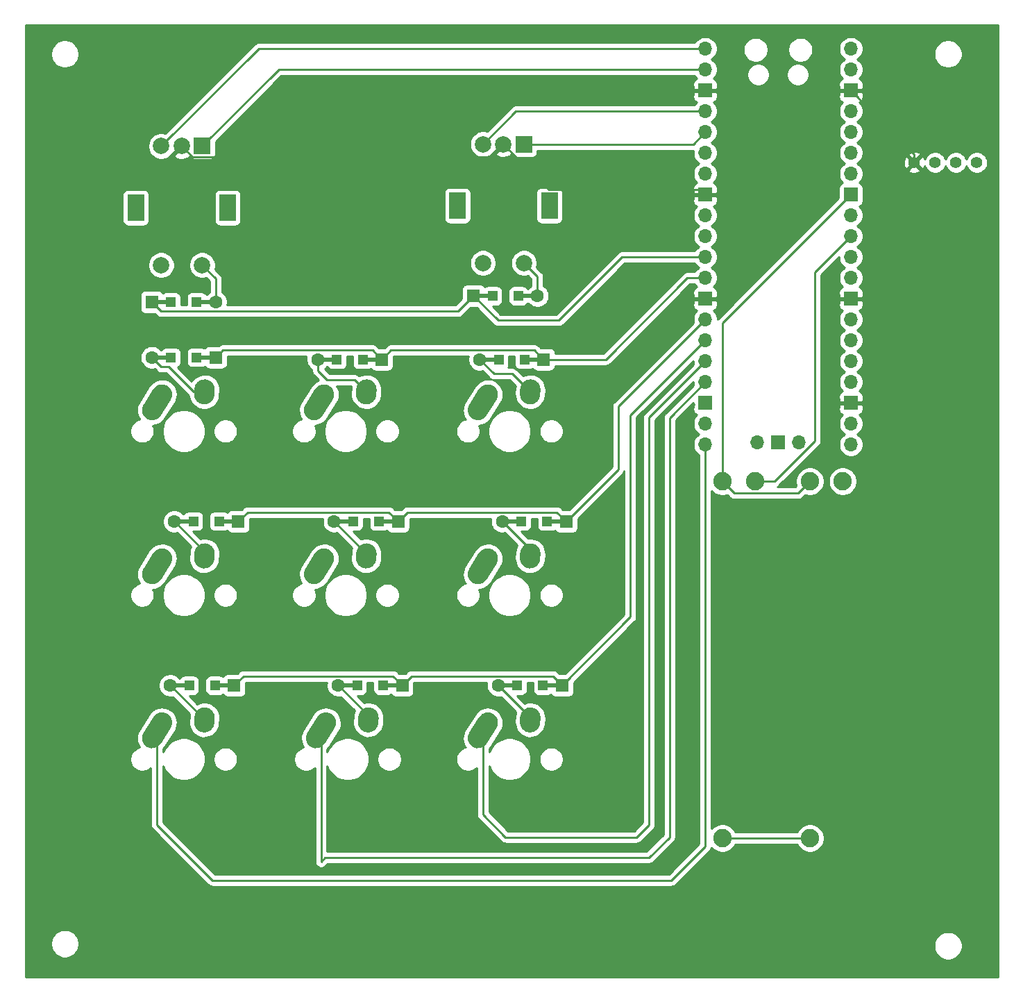
<source format=gbl>
%TF.GenerationSoftware,KiCad,Pcbnew,(5.1.7)-1*%
%TF.CreationDate,2021-05-06T00:37:00-04:00*%
%TF.ProjectId,pot_keeb_rpi,706f745f-6b65-4656-925f-7270692e6b69,rev?*%
%TF.SameCoordinates,Original*%
%TF.FileFunction,Copper,L2,Bot*%
%TF.FilePolarity,Positive*%
%FSLAX46Y46*%
G04 Gerber Fmt 4.6, Leading zero omitted, Abs format (unit mm)*
G04 Created by KiCad (PCBNEW (5.1.7)-1) date 2021-05-06 00:37:00*
%MOMM*%
%LPD*%
G01*
G04 APERTURE LIST*
%TA.AperFunction,ComponentPad*%
%ADD10O,1.700000X1.700000*%
%TD*%
%TA.AperFunction,ComponentPad*%
%ADD11R,1.700000X1.700000*%
%TD*%
%TA.AperFunction,ComponentPad*%
%ADD12C,2.247900*%
%TD*%
%TA.AperFunction,ComponentPad*%
%ADD13R,2.000000X2.000000*%
%TD*%
%TA.AperFunction,ComponentPad*%
%ADD14C,2.000000*%
%TD*%
%TA.AperFunction,WasherPad*%
%ADD15R,2.000000X3.200000*%
%TD*%
%TA.AperFunction,SMDPad,CuDef*%
%ADD16R,1.200000X1.200000*%
%TD*%
%TA.AperFunction,ComponentPad*%
%ADD17R,1.600000X1.600000*%
%TD*%
%TA.AperFunction,ComponentPad*%
%ADD18C,1.600000*%
%TD*%
%TA.AperFunction,SMDPad,CuDef*%
%ADD19R,2.500000X0.500000*%
%TD*%
%TA.AperFunction,ComponentPad*%
%ADD20C,1.397000*%
%TD*%
%TA.AperFunction,Conductor*%
%ADD21C,0.250000*%
%TD*%
%TA.AperFunction,Conductor*%
%ADD22C,0.254000*%
%TD*%
%TA.AperFunction,Conductor*%
%ADD23C,0.100000*%
%TD*%
G04 APERTURE END LIST*
D10*
%TO.P,U1,1*%
%TO.N,RC0_0*%
X141110000Y-43620000D03*
%TO.P,U1,2*%
%TO.N,RC0_1*%
X141110000Y-46160000D03*
D11*
%TO.P,U1,3*%
%TO.N,GND*%
X141110000Y-48700000D03*
D10*
%TO.P,U1,4*%
%TO.N,RC1_0*%
X141110000Y-51240000D03*
%TO.P,U1,5*%
%TO.N,RC1_1*%
X141110000Y-53780000D03*
%TO.P,U1,6*%
%TO.N,Net-(U1-Pad6)*%
X141110000Y-56320000D03*
%TO.P,U1,7*%
%TO.N,Net-(U1-Pad7)*%
X141110000Y-58860000D03*
D11*
%TO.P,U1,8*%
%TO.N,GND*%
X141110000Y-61400000D03*
D10*
%TO.P,U1,9*%
%TO.N,Net-(U1-Pad9)*%
X141110000Y-63940000D03*
%TO.P,U1,10*%
%TO.N,Net-(U1-Pad10)*%
X141110000Y-66480000D03*
%TO.P,U1,11*%
%TO.N,Row0*%
X141110000Y-69020000D03*
%TO.P,U1,12*%
%TO.N,Row1*%
X141110000Y-71560000D03*
D11*
%TO.P,U1,13*%
%TO.N,GND*%
X141110000Y-74100000D03*
D10*
%TO.P,U1,14*%
%TO.N,Row2*%
X141110000Y-76640000D03*
%TO.P,U1,15*%
%TO.N,Row3*%
X141110000Y-79180000D03*
%TO.P,U1,16*%
%TO.N,Col2*%
X141110000Y-81720000D03*
%TO.P,U1,17*%
%TO.N,Col1*%
X141110000Y-84260000D03*
D11*
%TO.P,U1,18*%
%TO.N,GND*%
X141110000Y-86800000D03*
D10*
%TO.P,U1,19*%
%TO.N,Net-(U1-Pad19)*%
X141110000Y-89340000D03*
%TO.P,U1,20*%
%TO.N,Col0*%
X141110000Y-91880000D03*
%TO.P,U1,21*%
%TO.N,Net-(U1-Pad21)*%
X158890000Y-91880000D03*
%TO.P,U1,22*%
%TO.N,Net-(U1-Pad22)*%
X158890000Y-89340000D03*
D11*
%TO.P,U1,23*%
%TO.N,GND*%
X158890000Y-86800000D03*
D10*
%TO.P,U1,24*%
%TO.N,Net-(U1-Pad24)*%
X158890000Y-84260000D03*
%TO.P,U1,25*%
%TO.N,Net-(U1-Pad25)*%
X158890000Y-81720000D03*
%TO.P,U1,26*%
%TO.N,Net-(OL1-Pad1)*%
X158890000Y-79180000D03*
%TO.P,U1,27*%
%TO.N,Net-(OL1-Pad2)*%
X158890000Y-76640000D03*
D11*
%TO.P,U1,28*%
%TO.N,GND*%
X158890000Y-74100000D03*
D10*
%TO.P,U1,29*%
%TO.N,Net-(U1-Pad29)*%
X158890000Y-71560000D03*
%TO.P,U1,30*%
%TO.N,Net-(U1-Pad30)*%
X158890000Y-69020000D03*
%TO.P,U1,31*%
%TO.N,Net-(U1-Pad31)*%
X158890000Y-66480000D03*
%TO.P,U1,32*%
%TO.N,Net-(U1-Pad32)*%
X158890000Y-63940000D03*
D11*
%TO.P,U1,33*%
%TO.N,Net-(U1-Pad33)*%
X158890000Y-61400000D03*
D10*
%TO.P,U1,34*%
%TO.N,Net-(U1-Pad34)*%
X158890000Y-58860000D03*
%TO.P,U1,35*%
%TO.N,Net-(U1-Pad35)*%
X158890000Y-56320000D03*
%TO.P,U1,36*%
%TO.N,Net-(OL1-Pad3)*%
X158890000Y-53780000D03*
%TO.P,U1,37*%
%TO.N,Net-(U1-Pad37)*%
X158890000Y-51240000D03*
D11*
%TO.P,U1,38*%
%TO.N,GND*%
X158890000Y-48700000D03*
D10*
%TO.P,U1,39*%
%TO.N,Net-(U1-Pad39)*%
X158890000Y-46160000D03*
%TO.P,U1,40*%
%TO.N,Net-(U1-Pad40)*%
X158890000Y-43620000D03*
%TO.P,U1,41*%
%TO.N,Net-(U1-Pad41)*%
X147460000Y-91650000D03*
D11*
%TO.P,U1,42*%
%TO.N,Net-(U1-Pad42)*%
X150000000Y-91650000D03*
D10*
%TO.P,U1,43*%
%TO.N,Net-(U1-Pad43)*%
X152540000Y-91650000D03*
%TD*%
D12*
%TO.P,VR1,BOTT*%
%TO.N,Net-(OL1-Pad3)*%
X143199619Y-139868910D03*
%TO.P,VR1,TOP*%
%TO.N,Net-(U1-Pad33)*%
X143199619Y-96373950D03*
%TO.P,VR1,WIPE*%
%TO.N,Net-(U1-Pad31)*%
X147197579Y-96373950D03*
%TD*%
%TO.P,VR0,WIPE*%
%TO.N,Net-(U1-Pad32)*%
X157897579Y-96373950D03*
%TO.P,VR0,TOP*%
%TO.N,Net-(U1-Pad33)*%
X153899619Y-96373950D03*
%TO.P,VR0,BOTT*%
%TO.N,Net-(OL1-Pad3)*%
X153899619Y-139868910D03*
%TD*%
D13*
%TO.P,SW12,A*%
%TO.N,RC0_1*%
X79750000Y-55500000D03*
D14*
%TO.P,SW12,C*%
%TO.N,GND*%
X77250000Y-55500000D03*
%TO.P,SW12,B*%
%TO.N,RC0_0*%
X74750000Y-55500000D03*
D15*
%TO.P,SW12,*%
%TO.N,*%
X82850000Y-63000000D03*
X71650000Y-63000000D03*
D14*
%TO.P,SW12,S2*%
%TO.N,Net-(D10-Pad2)*%
X79750000Y-70000000D03*
%TO.P,SW12,S1*%
%TO.N,Col0*%
X74750000Y-70000000D03*
%TD*%
D16*
%TO.P,D1,2*%
%TO.N,Net-(D1-Pad2)*%
X75925000Y-81250000D03*
%TO.P,D1,1*%
%TO.N,Row1*%
X79075000Y-81250000D03*
D17*
X81400000Y-81250000D03*
D18*
%TO.P,D1,2*%
%TO.N,Net-(D1-Pad2)*%
X73600000Y-81250000D03*
D19*
%TO.P,D1,1*%
%TO.N,Row1*%
X80200000Y-81250000D03*
%TO.P,D1,2*%
%TO.N,Net-(D1-Pad2)*%
X74800000Y-81250000D03*
%TD*%
%TO.P,D2,2*%
%TO.N,Net-(D2-Pad2)*%
X95050000Y-81500000D03*
%TO.P,D2,1*%
%TO.N,Row1*%
X100450000Y-81500000D03*
D18*
%TO.P,D2,2*%
%TO.N,Net-(D2-Pad2)*%
X93850000Y-81500000D03*
D17*
%TO.P,D2,1*%
%TO.N,Row1*%
X101650000Y-81500000D03*
D16*
X99325000Y-81500000D03*
%TO.P,D2,2*%
%TO.N,Net-(D2-Pad2)*%
X96175000Y-81500000D03*
%TD*%
%TO.P,D3,2*%
%TO.N,Net-(D3-Pad2)*%
X115925000Y-81500000D03*
%TO.P,D3,1*%
%TO.N,Row1*%
X119075000Y-81500000D03*
D17*
X121400000Y-81500000D03*
D18*
%TO.P,D3,2*%
%TO.N,Net-(D3-Pad2)*%
X113600000Y-81500000D03*
D19*
%TO.P,D3,1*%
%TO.N,Row1*%
X120200000Y-81500000D03*
%TO.P,D3,2*%
%TO.N,Net-(D3-Pad2)*%
X114800000Y-81500000D03*
%TD*%
%TO.P,D4,2*%
%TO.N,Net-(D4-Pad2)*%
X77550000Y-101250000D03*
%TO.P,D4,1*%
%TO.N,Row2*%
X82950000Y-101250000D03*
D18*
%TO.P,D4,2*%
%TO.N,Net-(D4-Pad2)*%
X76350000Y-101250000D03*
D17*
%TO.P,D4,1*%
%TO.N,Row2*%
X84150000Y-101250000D03*
D16*
X81825000Y-101250000D03*
%TO.P,D4,2*%
%TO.N,Net-(D4-Pad2)*%
X78675000Y-101250000D03*
%TD*%
%TO.P,D5,2*%
%TO.N,Net-(D5-Pad2)*%
X98175000Y-101250000D03*
%TO.P,D5,1*%
%TO.N,Row2*%
X101325000Y-101250000D03*
D17*
X103650000Y-101250000D03*
D18*
%TO.P,D5,2*%
%TO.N,Net-(D5-Pad2)*%
X95850000Y-101250000D03*
D19*
%TO.P,D5,1*%
%TO.N,Row2*%
X102450000Y-101250000D03*
%TO.P,D5,2*%
%TO.N,Net-(D5-Pad2)*%
X97050000Y-101250000D03*
%TD*%
%TO.P,D6,2*%
%TO.N,Net-(D6-Pad2)*%
X117550000Y-101250000D03*
%TO.P,D6,1*%
%TO.N,Row2*%
X122950000Y-101250000D03*
D18*
%TO.P,D6,2*%
%TO.N,Net-(D6-Pad2)*%
X116350000Y-101250000D03*
D17*
%TO.P,D6,1*%
%TO.N,Row2*%
X124150000Y-101250000D03*
D16*
X121825000Y-101250000D03*
%TO.P,D6,2*%
%TO.N,Net-(D6-Pad2)*%
X118675000Y-101250000D03*
%TD*%
%TO.P,D7,2*%
%TO.N,Net-(D7-Pad2)*%
X78175000Y-121250000D03*
%TO.P,D7,1*%
%TO.N,Row3*%
X81325000Y-121250000D03*
D17*
X83650000Y-121250000D03*
D18*
%TO.P,D7,2*%
%TO.N,Net-(D7-Pad2)*%
X75850000Y-121250000D03*
D19*
%TO.P,D7,1*%
%TO.N,Row3*%
X82450000Y-121250000D03*
%TO.P,D7,2*%
%TO.N,Net-(D7-Pad2)*%
X77050000Y-121250000D03*
%TD*%
%TO.P,D8,2*%
%TO.N,Net-(D8-Pad2)*%
X97550000Y-121250000D03*
%TO.P,D8,1*%
%TO.N,Row3*%
X102950000Y-121250000D03*
D18*
%TO.P,D8,2*%
%TO.N,Net-(D8-Pad2)*%
X96350000Y-121250000D03*
D17*
%TO.P,D8,1*%
%TO.N,Row3*%
X104150000Y-121250000D03*
D16*
X101825000Y-121250000D03*
%TO.P,D8,2*%
%TO.N,Net-(D8-Pad2)*%
X98675000Y-121250000D03*
%TD*%
%TO.P,D9,2*%
%TO.N,Net-(D9-Pad2)*%
X118175000Y-121250000D03*
%TO.P,D9,1*%
%TO.N,Row3*%
X121325000Y-121250000D03*
D17*
X123650000Y-121250000D03*
D18*
%TO.P,D9,2*%
%TO.N,Net-(D9-Pad2)*%
X115850000Y-121250000D03*
D19*
%TO.P,D9,1*%
%TO.N,Row3*%
X122450000Y-121250000D03*
%TO.P,D9,2*%
%TO.N,Net-(D9-Pad2)*%
X117050000Y-121250000D03*
%TD*%
%TO.P,D10,2*%
%TO.N,Net-(D10-Pad2)*%
X80200000Y-74500000D03*
%TO.P,D10,1*%
%TO.N,Row0*%
X74800000Y-74500000D03*
D18*
%TO.P,D10,2*%
%TO.N,Net-(D10-Pad2)*%
X81400000Y-74500000D03*
D17*
%TO.P,D10,1*%
%TO.N,Row0*%
X73600000Y-74500000D03*
D16*
X75925000Y-74500000D03*
%TO.P,D10,2*%
%TO.N,Net-(D10-Pad2)*%
X79075000Y-74500000D03*
%TD*%
D19*
%TO.P,D11,2*%
%TO.N,Net-(D11-Pad2)*%
X119450000Y-73750000D03*
%TO.P,D11,1*%
%TO.N,Row0*%
X114050000Y-73750000D03*
D18*
%TO.P,D11,2*%
%TO.N,Net-(D11-Pad2)*%
X120650000Y-73750000D03*
D17*
%TO.P,D11,1*%
%TO.N,Row0*%
X112850000Y-73750000D03*
D16*
X115175000Y-73750000D03*
%TO.P,D11,2*%
%TO.N,Net-(D11-Pad2)*%
X118325000Y-73750000D03*
%TD*%
%TO.P,K1,1*%
%TO.N,Col0*%
%TA.AperFunction,ComponentPad*%
G36*
G01*
X72586299Y-87007190D02*
X73795223Y-85109560D01*
G75*
G02*
X75521087Y-84726946I1054239J-671625D01*
G01*
X75521087Y-84726946D01*
G75*
G02*
X75903701Y-86452810I-671625J-1054239D01*
G01*
X74694777Y-88350440D01*
G75*
G02*
X72968913Y-88733054I-1054239J671625D01*
G01*
X72968913Y-88733054D01*
G75*
G02*
X72586299Y-87007190I671625J1054239D01*
G01*
G37*
%TD.AperFunction*%
%TO.P,K1,2*%
%TO.N,Net-(D1-Pad2)*%
%TA.AperFunction,ComponentPad*%
G36*
G01*
X78753171Y-85664309D02*
X78792619Y-85085653D01*
G75*
G02*
X80124743Y-83923567I1247105J-85019D01*
G01*
X80124743Y-83923567D01*
G75*
G02*
X81286829Y-85255691I-85019J-1247105D01*
G01*
X81247381Y-85834347D01*
G75*
G02*
X79915257Y-86996433I-1247105J85019D01*
G01*
X79915257Y-86996433D01*
G75*
G02*
X78753171Y-85664309I85019J1247105D01*
G01*
G37*
%TD.AperFunction*%
%TD*%
%TO.P,K2,1*%
%TO.N,Col1*%
%TA.AperFunction,ComponentPad*%
G36*
G01*
X92336299Y-87007190D02*
X93545223Y-85109560D01*
G75*
G02*
X95271087Y-84726946I1054239J-671625D01*
G01*
X95271087Y-84726946D01*
G75*
G02*
X95653701Y-86452810I-671625J-1054239D01*
G01*
X94444777Y-88350440D01*
G75*
G02*
X92718913Y-88733054I-1054239J671625D01*
G01*
X92718913Y-88733054D01*
G75*
G02*
X92336299Y-87007190I671625J1054239D01*
G01*
G37*
%TD.AperFunction*%
%TO.P,K2,2*%
%TO.N,Net-(D2-Pad2)*%
%TA.AperFunction,ComponentPad*%
G36*
G01*
X98503171Y-85664309D02*
X98542619Y-85085653D01*
G75*
G02*
X99874743Y-83923567I1247105J-85019D01*
G01*
X99874743Y-83923567D01*
G75*
G02*
X101036829Y-85255691I-85019J-1247105D01*
G01*
X100997381Y-85834347D01*
G75*
G02*
X99665257Y-86996433I-1247105J85019D01*
G01*
X99665257Y-86996433D01*
G75*
G02*
X98503171Y-85664309I85019J1247105D01*
G01*
G37*
%TD.AperFunction*%
%TD*%
%TO.P,K3,2*%
%TO.N,Net-(D3-Pad2)*%
%TA.AperFunction,ComponentPad*%
G36*
G01*
X118503171Y-85664309D02*
X118542619Y-85085653D01*
G75*
G02*
X119874743Y-83923567I1247105J-85019D01*
G01*
X119874743Y-83923567D01*
G75*
G02*
X121036829Y-85255691I-85019J-1247105D01*
G01*
X120997381Y-85834347D01*
G75*
G02*
X119665257Y-86996433I-1247105J85019D01*
G01*
X119665257Y-86996433D01*
G75*
G02*
X118503171Y-85664309I85019J1247105D01*
G01*
G37*
%TD.AperFunction*%
%TO.P,K3,1*%
%TO.N,Col2*%
%TA.AperFunction,ComponentPad*%
G36*
G01*
X112336299Y-87007190D02*
X113545223Y-85109560D01*
G75*
G02*
X115271087Y-84726946I1054239J-671625D01*
G01*
X115271087Y-84726946D01*
G75*
G02*
X115653701Y-86452810I-671625J-1054239D01*
G01*
X114444777Y-88350440D01*
G75*
G02*
X112718913Y-88733054I-1054239J671625D01*
G01*
X112718913Y-88733054D01*
G75*
G02*
X112336299Y-87007190I671625J1054239D01*
G01*
G37*
%TD.AperFunction*%
%TD*%
%TO.P,K4,1*%
%TO.N,Col0*%
%TA.AperFunction,ComponentPad*%
G36*
G01*
X72586299Y-107007190D02*
X73795223Y-105109560D01*
G75*
G02*
X75521087Y-104726946I1054239J-671625D01*
G01*
X75521087Y-104726946D01*
G75*
G02*
X75903701Y-106452810I-671625J-1054239D01*
G01*
X74694777Y-108350440D01*
G75*
G02*
X72968913Y-108733054I-1054239J671625D01*
G01*
X72968913Y-108733054D01*
G75*
G02*
X72586299Y-107007190I671625J1054239D01*
G01*
G37*
%TD.AperFunction*%
%TO.P,K4,2*%
%TO.N,Net-(D4-Pad2)*%
%TA.AperFunction,ComponentPad*%
G36*
G01*
X78753171Y-105664309D02*
X78792619Y-105085653D01*
G75*
G02*
X80124743Y-103923567I1247105J-85019D01*
G01*
X80124743Y-103923567D01*
G75*
G02*
X81286829Y-105255691I-85019J-1247105D01*
G01*
X81247381Y-105834347D01*
G75*
G02*
X79915257Y-106996433I-1247105J85019D01*
G01*
X79915257Y-106996433D01*
G75*
G02*
X78753171Y-105664309I85019J1247105D01*
G01*
G37*
%TD.AperFunction*%
%TD*%
%TO.P,K5,1*%
%TO.N,Col1*%
%TA.AperFunction,ComponentPad*%
G36*
G01*
X92336299Y-107007190D02*
X93545223Y-105109560D01*
G75*
G02*
X95271087Y-104726946I1054239J-671625D01*
G01*
X95271087Y-104726946D01*
G75*
G02*
X95653701Y-106452810I-671625J-1054239D01*
G01*
X94444777Y-108350440D01*
G75*
G02*
X92718913Y-108733054I-1054239J671625D01*
G01*
X92718913Y-108733054D01*
G75*
G02*
X92336299Y-107007190I671625J1054239D01*
G01*
G37*
%TD.AperFunction*%
%TO.P,K5,2*%
%TO.N,Net-(D5-Pad2)*%
%TA.AperFunction,ComponentPad*%
G36*
G01*
X98503171Y-105664309D02*
X98542619Y-105085653D01*
G75*
G02*
X99874743Y-103923567I1247105J-85019D01*
G01*
X99874743Y-103923567D01*
G75*
G02*
X101036829Y-105255691I-85019J-1247105D01*
G01*
X100997381Y-105834347D01*
G75*
G02*
X99665257Y-106996433I-1247105J85019D01*
G01*
X99665257Y-106996433D01*
G75*
G02*
X98503171Y-105664309I85019J1247105D01*
G01*
G37*
%TD.AperFunction*%
%TD*%
%TO.P,K6,1*%
%TO.N,Col2*%
%TA.AperFunction,ComponentPad*%
G36*
G01*
X112336299Y-107007190D02*
X113545223Y-105109560D01*
G75*
G02*
X115271087Y-104726946I1054239J-671625D01*
G01*
X115271087Y-104726946D01*
G75*
G02*
X115653701Y-106452810I-671625J-1054239D01*
G01*
X114444777Y-108350440D01*
G75*
G02*
X112718913Y-108733054I-1054239J671625D01*
G01*
X112718913Y-108733054D01*
G75*
G02*
X112336299Y-107007190I671625J1054239D01*
G01*
G37*
%TD.AperFunction*%
%TO.P,K6,2*%
%TO.N,Net-(D6-Pad2)*%
%TA.AperFunction,ComponentPad*%
G36*
G01*
X118503171Y-105664309D02*
X118542619Y-105085653D01*
G75*
G02*
X119874743Y-103923567I1247105J-85019D01*
G01*
X119874743Y-103923567D01*
G75*
G02*
X121036829Y-105255691I-85019J-1247105D01*
G01*
X120997381Y-105834347D01*
G75*
G02*
X119665257Y-106996433I-1247105J85019D01*
G01*
X119665257Y-106996433D01*
G75*
G02*
X118503171Y-105664309I85019J1247105D01*
G01*
G37*
%TD.AperFunction*%
%TD*%
%TO.P,K7,2*%
%TO.N,Net-(D7-Pad2)*%
%TA.AperFunction,ComponentPad*%
G36*
G01*
X78753171Y-125664309D02*
X78792619Y-125085653D01*
G75*
G02*
X80124743Y-123923567I1247105J-85019D01*
G01*
X80124743Y-123923567D01*
G75*
G02*
X81286829Y-125255691I-85019J-1247105D01*
G01*
X81247381Y-125834347D01*
G75*
G02*
X79915257Y-126996433I-1247105J85019D01*
G01*
X79915257Y-126996433D01*
G75*
G02*
X78753171Y-125664309I85019J1247105D01*
G01*
G37*
%TD.AperFunction*%
%TO.P,K7,1*%
%TO.N,Col0*%
%TA.AperFunction,ComponentPad*%
G36*
G01*
X72586299Y-127007190D02*
X73795223Y-125109560D01*
G75*
G02*
X75521087Y-124726946I1054239J-671625D01*
G01*
X75521087Y-124726946D01*
G75*
G02*
X75903701Y-126452810I-671625J-1054239D01*
G01*
X74694777Y-128350440D01*
G75*
G02*
X72968913Y-128733054I-1054239J671625D01*
G01*
X72968913Y-128733054D01*
G75*
G02*
X72586299Y-127007190I671625J1054239D01*
G01*
G37*
%TD.AperFunction*%
%TD*%
%TO.P,K8,1*%
%TO.N,Col1*%
%TA.AperFunction,ComponentPad*%
G36*
G01*
X92586299Y-127007190D02*
X93795223Y-125109560D01*
G75*
G02*
X95521087Y-124726946I1054239J-671625D01*
G01*
X95521087Y-124726946D01*
G75*
G02*
X95903701Y-126452810I-671625J-1054239D01*
G01*
X94694777Y-128350440D01*
G75*
G02*
X92968913Y-128733054I-1054239J671625D01*
G01*
X92968913Y-128733054D01*
G75*
G02*
X92586299Y-127007190I671625J1054239D01*
G01*
G37*
%TD.AperFunction*%
%TO.P,K8,2*%
%TO.N,Net-(D8-Pad2)*%
%TA.AperFunction,ComponentPad*%
G36*
G01*
X98753171Y-125664309D02*
X98792619Y-125085653D01*
G75*
G02*
X100124743Y-123923567I1247105J-85019D01*
G01*
X100124743Y-123923567D01*
G75*
G02*
X101286829Y-125255691I-85019J-1247105D01*
G01*
X101247381Y-125834347D01*
G75*
G02*
X99915257Y-126996433I-1247105J85019D01*
G01*
X99915257Y-126996433D01*
G75*
G02*
X98753171Y-125664309I85019J1247105D01*
G01*
G37*
%TD.AperFunction*%
%TD*%
%TO.P,K9,2*%
%TO.N,Net-(D9-Pad2)*%
%TA.AperFunction,ComponentPad*%
G36*
G01*
X118503171Y-125664309D02*
X118542619Y-125085653D01*
G75*
G02*
X119874743Y-123923567I1247105J-85019D01*
G01*
X119874743Y-123923567D01*
G75*
G02*
X121036829Y-125255691I-85019J-1247105D01*
G01*
X120997381Y-125834347D01*
G75*
G02*
X119665257Y-126996433I-1247105J85019D01*
G01*
X119665257Y-126996433D01*
G75*
G02*
X118503171Y-125664309I85019J1247105D01*
G01*
G37*
%TD.AperFunction*%
%TO.P,K9,1*%
%TO.N,Col2*%
%TA.AperFunction,ComponentPad*%
G36*
G01*
X112336299Y-127007190D02*
X113545223Y-125109560D01*
G75*
G02*
X115271087Y-124726946I1054239J-671625D01*
G01*
X115271087Y-124726946D01*
G75*
G02*
X115653701Y-126452810I-671625J-1054239D01*
G01*
X114444777Y-128350440D01*
G75*
G02*
X112718913Y-128733054I-1054239J671625D01*
G01*
X112718913Y-128733054D01*
G75*
G02*
X112336299Y-127007190I671625J1054239D01*
G01*
G37*
%TD.AperFunction*%
%TD*%
D14*
%TO.P,SW11,S1*%
%TO.N,Col2*%
X114000000Y-69750000D03*
%TO.P,SW11,S2*%
%TO.N,Net-(D11-Pad2)*%
X119000000Y-69750000D03*
D15*
%TO.P,SW11,*%
%TO.N,*%
X110900000Y-62750000D03*
X122100000Y-62750000D03*
D14*
%TO.P,SW11,B*%
%TO.N,RC1_0*%
X114000000Y-55250000D03*
%TO.P,SW11,C*%
%TO.N,GND*%
X116500000Y-55250000D03*
D13*
%TO.P,SW11,A*%
%TO.N,RC1_1*%
X119000000Y-55250000D03*
%TD*%
D20*
%TO.P,OL1,1*%
%TO.N,Net-(OL1-Pad1)*%
X174250000Y-57500000D03*
%TO.P,OL1,2*%
%TO.N,Net-(OL1-Pad2)*%
X171710000Y-57500000D03*
%TO.P,OL1,3*%
%TO.N,Net-(OL1-Pad3)*%
X169170000Y-57500000D03*
%TO.P,OL1,4*%
%TO.N,GND*%
X166630000Y-57500000D03*
%TD*%
D21*
%TO.N,Net-(D1-Pad2)*%
X73600000Y-81250000D02*
X74750000Y-82400000D01*
X74750000Y-82400000D02*
X75650000Y-82400000D01*
X78710000Y-85460000D02*
X80020000Y-85460000D01*
X75650000Y-82400000D02*
X78710000Y-85460000D01*
%TO.N,Row0*%
X74725001Y-75625001D02*
X73600000Y-74500000D01*
X110974999Y-75625001D02*
X74725001Y-75625001D01*
X112850000Y-73750000D02*
X110974999Y-75625001D01*
X141110000Y-69020000D02*
X130980000Y-69020000D01*
X130980000Y-69020000D02*
X123250000Y-76750000D01*
X115850000Y-76750000D02*
X112850000Y-73750000D01*
X123250000Y-76750000D02*
X115850000Y-76750000D01*
%TO.N,Net-(D2-Pad2)*%
X93850000Y-81500000D02*
X93850000Y-82850000D01*
X93850000Y-82850000D02*
X95000000Y-84000000D01*
X98310000Y-84000000D02*
X99770000Y-85460000D01*
X95000000Y-84000000D02*
X98310000Y-84000000D01*
%TO.N,Net-(D3-Pad2)*%
X113600000Y-81500000D02*
X115350000Y-83250000D01*
X117560000Y-83250000D02*
X119770000Y-85460000D01*
X115350000Y-83250000D02*
X117560000Y-83250000D01*
%TO.N,Net-(D4-Pad2)*%
X80020000Y-104920000D02*
X80020000Y-105460000D01*
X76350000Y-101250000D02*
X80020000Y-104920000D01*
%TO.N,Row1*%
X100524999Y-80374999D02*
X101650000Y-81500000D01*
X82275001Y-80374999D02*
X100524999Y-80374999D01*
X81400000Y-81250000D02*
X82275001Y-80374999D01*
X120274999Y-80374999D02*
X121400000Y-81500000D01*
X102775001Y-80374999D02*
X120274999Y-80374999D01*
X101650000Y-81500000D02*
X102775001Y-80374999D01*
X141110000Y-71560000D02*
X138940000Y-71560000D01*
X129000000Y-81500000D02*
X121400000Y-81500000D01*
X138940000Y-71560000D02*
X129000000Y-81500000D01*
%TO.N,Net-(D5-Pad2)*%
X99770000Y-105170000D02*
X99770000Y-105460000D01*
X95850000Y-101250000D02*
X99770000Y-105170000D01*
%TO.N,Net-(D6-Pad2)*%
X119770000Y-104670000D02*
X119770000Y-105460000D01*
X116350000Y-101250000D02*
X119770000Y-104670000D01*
%TO.N,Net-(D7-Pad2)*%
X80020000Y-125420000D02*
X80020000Y-125460000D01*
X75850000Y-121250000D02*
X80020000Y-125420000D01*
%TO.N,Row2*%
X104775001Y-100124999D02*
X103650000Y-101250000D01*
X123024999Y-100124999D02*
X104775001Y-100124999D01*
X124150000Y-101250000D02*
X123024999Y-100124999D01*
X85275001Y-100124999D02*
X84150000Y-101250000D01*
X102524999Y-100124999D02*
X85275001Y-100124999D01*
X103650000Y-101250000D02*
X102524999Y-100124999D01*
X141110000Y-76640000D02*
X130500000Y-87250000D01*
X130500000Y-94900000D02*
X124150000Y-101250000D01*
X130500000Y-87250000D02*
X130500000Y-94900000D01*
%TO.N,Net-(D8-Pad2)*%
X100020000Y-124920000D02*
X100020000Y-125460000D01*
X96350000Y-121250000D02*
X100020000Y-124920000D01*
%TO.N,Net-(D9-Pad2)*%
X119770000Y-125170000D02*
X119770000Y-125460000D01*
X115850000Y-121250000D02*
X119770000Y-125170000D01*
%TO.N,Net-(D10-Pad2)*%
X81400000Y-71650000D02*
X79750000Y-70000000D01*
X81400000Y-74500000D02*
X81400000Y-71650000D01*
%TO.N,Net-(D11-Pad2)*%
X120650000Y-71400000D02*
X119000000Y-69750000D01*
X120650000Y-73750000D02*
X120650000Y-71400000D01*
%TO.N,Col1*%
X94245000Y-126730000D02*
X94245000Y-142745000D01*
X94245000Y-142745000D02*
X94740000Y-142250000D01*
X94740000Y-142250000D02*
X134250000Y-142250000D01*
X134250000Y-142250000D02*
X136750000Y-139750000D01*
X136750000Y-88620000D02*
X141110000Y-84260000D01*
X136750000Y-139750000D02*
X136750000Y-88620000D01*
%TO.N,Col2*%
X141110000Y-81720000D02*
X134250000Y-88580000D01*
X134250000Y-138250000D02*
X132750000Y-139750000D01*
X134250000Y-88580000D02*
X134250000Y-138250000D01*
X132750000Y-139750000D02*
X116750000Y-139750000D01*
X113995000Y-136995000D02*
X113995000Y-126730000D01*
X116750000Y-139750000D02*
X113995000Y-136995000D01*
%TO.N,Col0*%
X141110000Y-91880000D02*
X141110000Y-140890000D01*
X141110000Y-140890000D02*
X137000000Y-145000000D01*
X137000000Y-145000000D02*
X81000000Y-145000000D01*
X74245000Y-138245000D02*
X74245000Y-126730000D01*
X81000000Y-145000000D02*
X74245000Y-138245000D01*
%TO.N,RC1_1*%
X139640000Y-55250000D02*
X141110000Y-53780000D01*
X119000000Y-55250000D02*
X139640000Y-55250000D01*
%TO.N,RC1_0*%
X118010000Y-51240000D02*
X141110000Y-51240000D01*
X114000000Y-55250000D02*
X118010000Y-51240000D01*
%TO.N,RC0_0*%
X74750000Y-55500000D02*
X86630000Y-43620000D01*
X86630000Y-43620000D02*
X141110000Y-43620000D01*
%TO.N,RC0_1*%
X89090000Y-46160000D02*
X141110000Y-46160000D01*
X79750000Y-55500000D02*
X89090000Y-46160000D01*
%TO.N,Net-(U1-Pad33)*%
X152450668Y-97822901D02*
X153899619Y-96373950D01*
X144648570Y-97822901D02*
X152450668Y-97822901D01*
X143199619Y-96373950D02*
X144648570Y-97822901D01*
X143199619Y-77090381D02*
X158890000Y-61400000D01*
X143199619Y-96373950D02*
X143199619Y-77090381D01*
%TO.N,Net-(U1-Pad31)*%
X149555052Y-96373950D02*
X154500000Y-91429002D01*
X147197579Y-96373950D02*
X149555052Y-96373950D01*
X154500000Y-70870000D02*
X158890000Y-66480000D01*
X154500000Y-91429002D02*
X154500000Y-70870000D01*
%TO.N,GND*%
X114924999Y-56825001D02*
X116500000Y-55250000D01*
X78575001Y-56825001D02*
X114924999Y-56825001D01*
X77250000Y-55500000D02*
X78575001Y-56825001D01*
X140534999Y-60824999D02*
X141110000Y-61400000D01*
X122074999Y-60824999D02*
X140534999Y-60824999D01*
X116500000Y-55250000D02*
X122074999Y-60824999D01*
X159323501Y-48266499D02*
X158890000Y-48700000D01*
X166630000Y-56440000D02*
X158890000Y-48700000D01*
X166630000Y-57500000D02*
X166630000Y-56440000D01*
%TO.N,Net-(OL1-Pad3)*%
X143199619Y-139868910D02*
X153899619Y-139868910D01*
%TO.N,Row3*%
X105275001Y-120124999D02*
X104150000Y-121250000D01*
X122524999Y-120124999D02*
X105275001Y-120124999D01*
X123650000Y-121250000D02*
X122524999Y-120124999D01*
X84775001Y-120124999D02*
X83650000Y-121250000D01*
X103024999Y-120124999D02*
X84775001Y-120124999D01*
X104150000Y-121250000D02*
X103024999Y-120124999D01*
X141110000Y-79180000D02*
X132000000Y-88290000D01*
X132000000Y-112900000D02*
X123650000Y-121250000D01*
X132000000Y-88290000D02*
X132000000Y-112900000D01*
%TD*%
D22*
%TO.N,GND*%
X176815001Y-156815000D02*
X58185000Y-156815000D01*
X58185000Y-152579117D01*
X61265000Y-152579117D01*
X61265000Y-152920883D01*
X61331675Y-153256081D01*
X61462463Y-153571831D01*
X61652337Y-153855998D01*
X61894002Y-154097663D01*
X62178169Y-154287537D01*
X62493919Y-154418325D01*
X62829117Y-154485000D01*
X63170883Y-154485000D01*
X63506081Y-154418325D01*
X63821831Y-154287537D01*
X64105998Y-154097663D01*
X64347663Y-153855998D01*
X64537537Y-153571831D01*
X64668325Y-153256081D01*
X64735000Y-152920883D01*
X64735000Y-152829117D01*
X169015000Y-152829117D01*
X169015000Y-153170883D01*
X169081675Y-153506081D01*
X169212463Y-153821831D01*
X169402337Y-154105998D01*
X169644002Y-154347663D01*
X169928169Y-154537537D01*
X170243919Y-154668325D01*
X170579117Y-154735000D01*
X170920883Y-154735000D01*
X171256081Y-154668325D01*
X171571831Y-154537537D01*
X171855998Y-154347663D01*
X172097663Y-154105998D01*
X172287537Y-153821831D01*
X172418325Y-153506081D01*
X172485000Y-153170883D01*
X172485000Y-152829117D01*
X172418325Y-152493919D01*
X172287537Y-152178169D01*
X172097663Y-151894002D01*
X171855998Y-151652337D01*
X171571831Y-151462463D01*
X171256081Y-151331675D01*
X170920883Y-151265000D01*
X170579117Y-151265000D01*
X170243919Y-151331675D01*
X169928169Y-151462463D01*
X169644002Y-151652337D01*
X169402337Y-151894002D01*
X169212463Y-152178169D01*
X169081675Y-152493919D01*
X169015000Y-152829117D01*
X64735000Y-152829117D01*
X64735000Y-152579117D01*
X64668325Y-152243919D01*
X64537537Y-151928169D01*
X64347663Y-151644002D01*
X64105998Y-151402337D01*
X63821831Y-151212463D01*
X63506081Y-151081675D01*
X63170883Y-151015000D01*
X62829117Y-151015000D01*
X62493919Y-151081675D01*
X62178169Y-151212463D01*
X61894002Y-151402337D01*
X61652337Y-151644002D01*
X61462463Y-151928169D01*
X61331675Y-152243919D01*
X61265000Y-152579117D01*
X58185000Y-152579117D01*
X58185000Y-130103652D01*
X70934100Y-130103652D01*
X70934100Y-130396348D01*
X70991202Y-130683421D01*
X71103212Y-130953838D01*
X71265826Y-131197206D01*
X71472794Y-131404174D01*
X71716162Y-131566788D01*
X71986579Y-131678798D01*
X72273652Y-131735900D01*
X72566348Y-131735900D01*
X72853421Y-131678798D01*
X73123838Y-131566788D01*
X73367206Y-131404174D01*
X73485001Y-131286379D01*
X73485000Y-138207678D01*
X73481324Y-138245000D01*
X73485000Y-138282322D01*
X73485000Y-138282332D01*
X73495997Y-138393985D01*
X73528958Y-138502644D01*
X73539454Y-138537246D01*
X73610026Y-138669276D01*
X73649871Y-138717826D01*
X73704999Y-138785001D01*
X73734003Y-138808804D01*
X80436201Y-145511003D01*
X80459999Y-145540001D01*
X80488997Y-145563799D01*
X80575724Y-145634974D01*
X80707753Y-145705546D01*
X80851014Y-145749003D01*
X81000000Y-145763677D01*
X81037333Y-145760000D01*
X136962678Y-145760000D01*
X137000000Y-145763676D01*
X137037322Y-145760000D01*
X137037333Y-145760000D01*
X137148986Y-145749003D01*
X137292247Y-145705546D01*
X137424276Y-145634974D01*
X137540001Y-145540001D01*
X137563804Y-145510997D01*
X141621003Y-141453799D01*
X141650001Y-141430001D01*
X141744974Y-141314276D01*
X141815546Y-141182247D01*
X141859003Y-141038986D01*
X141861080Y-141017902D01*
X142078354Y-141235176D01*
X142366444Y-141427671D01*
X142686552Y-141560265D01*
X143026378Y-141627860D01*
X143372860Y-141627860D01*
X143712686Y-141560265D01*
X144032794Y-141427671D01*
X144320884Y-141235176D01*
X144565885Y-140990175D01*
X144758380Y-140702085D01*
X144788690Y-140628910D01*
X152310548Y-140628910D01*
X152340858Y-140702085D01*
X152533353Y-140990175D01*
X152778354Y-141235176D01*
X153066444Y-141427671D01*
X153386552Y-141560265D01*
X153726378Y-141627860D01*
X154072860Y-141627860D01*
X154412686Y-141560265D01*
X154732794Y-141427671D01*
X155020884Y-141235176D01*
X155265885Y-140990175D01*
X155458380Y-140702085D01*
X155590974Y-140381977D01*
X155658569Y-140042151D01*
X155658569Y-139695669D01*
X155590974Y-139355843D01*
X155458380Y-139035735D01*
X155265885Y-138747645D01*
X155020884Y-138502644D01*
X154732794Y-138310149D01*
X154412686Y-138177555D01*
X154072860Y-138109960D01*
X153726378Y-138109960D01*
X153386552Y-138177555D01*
X153066444Y-138310149D01*
X152778354Y-138502644D01*
X152533353Y-138747645D01*
X152340858Y-139035735D01*
X152310548Y-139108910D01*
X144788690Y-139108910D01*
X144758380Y-139035735D01*
X144565885Y-138747645D01*
X144320884Y-138502644D01*
X144032794Y-138310149D01*
X143712686Y-138177555D01*
X143372860Y-138109960D01*
X143026378Y-138109960D01*
X142686552Y-138177555D01*
X142366444Y-138310149D01*
X142078354Y-138502644D01*
X141870000Y-138710998D01*
X141870000Y-97531862D01*
X142078354Y-97740216D01*
X142366444Y-97932711D01*
X142686552Y-98065305D01*
X143026378Y-98132900D01*
X143372860Y-98132900D01*
X143712686Y-98065305D01*
X143785862Y-98034994D01*
X144084771Y-98333904D01*
X144108569Y-98362902D01*
X144137567Y-98386700D01*
X144224293Y-98457875D01*
X144356323Y-98528447D01*
X144499584Y-98571904D01*
X144611237Y-98582901D01*
X144611246Y-98582901D01*
X144648569Y-98586577D01*
X144685892Y-98582901D01*
X152413346Y-98582901D01*
X152450668Y-98586577D01*
X152487990Y-98582901D01*
X152488001Y-98582901D01*
X152599654Y-98571904D01*
X152742915Y-98528447D01*
X152874944Y-98457875D01*
X152990669Y-98362902D01*
X153014472Y-98333898D01*
X153313376Y-98034994D01*
X153386552Y-98065305D01*
X153726378Y-98132900D01*
X154072860Y-98132900D01*
X154412686Y-98065305D01*
X154732794Y-97932711D01*
X155020884Y-97740216D01*
X155265885Y-97495215D01*
X155458380Y-97207125D01*
X155590974Y-96887017D01*
X155658569Y-96547191D01*
X155658569Y-96200709D01*
X156138629Y-96200709D01*
X156138629Y-96547191D01*
X156206224Y-96887017D01*
X156338818Y-97207125D01*
X156531313Y-97495215D01*
X156776314Y-97740216D01*
X157064404Y-97932711D01*
X157384512Y-98065305D01*
X157724338Y-98132900D01*
X158070820Y-98132900D01*
X158410646Y-98065305D01*
X158730754Y-97932711D01*
X159018844Y-97740216D01*
X159263845Y-97495215D01*
X159456340Y-97207125D01*
X159588934Y-96887017D01*
X159656529Y-96547191D01*
X159656529Y-96200709D01*
X159588934Y-95860883D01*
X159456340Y-95540775D01*
X159263845Y-95252685D01*
X159018844Y-95007684D01*
X158730754Y-94815189D01*
X158410646Y-94682595D01*
X158070820Y-94615000D01*
X157724338Y-94615000D01*
X157384512Y-94682595D01*
X157064404Y-94815189D01*
X156776314Y-95007684D01*
X156531313Y-95252685D01*
X156338818Y-95540775D01*
X156206224Y-95860883D01*
X156138629Y-96200709D01*
X155658569Y-96200709D01*
X155590974Y-95860883D01*
X155458380Y-95540775D01*
X155265885Y-95252685D01*
X155020884Y-95007684D01*
X154732794Y-94815189D01*
X154412686Y-94682595D01*
X154072860Y-94615000D01*
X153726378Y-94615000D01*
X153386552Y-94682595D01*
X153066444Y-94815189D01*
X152778354Y-95007684D01*
X152533353Y-95252685D01*
X152340858Y-95540775D01*
X152208264Y-95860883D01*
X152140669Y-96200709D01*
X152140669Y-96547191D01*
X152208264Y-96887017D01*
X152238575Y-96960193D01*
X152135867Y-97062901D01*
X149878346Y-97062901D01*
X149979328Y-97008924D01*
X150095053Y-96913951D01*
X150118856Y-96884947D01*
X155011004Y-91992800D01*
X155040001Y-91969003D01*
X155134974Y-91853278D01*
X155205546Y-91721249D01*
X155249003Y-91577988D01*
X155260000Y-91466335D01*
X155260000Y-91466334D01*
X155263677Y-91429002D01*
X155260000Y-91391669D01*
X155260000Y-87650000D01*
X157401928Y-87650000D01*
X157414188Y-87774482D01*
X157450498Y-87894180D01*
X157509463Y-88004494D01*
X157588815Y-88101185D01*
X157685506Y-88180537D01*
X157795820Y-88239502D01*
X157868380Y-88261513D01*
X157736525Y-88393368D01*
X157574010Y-88636589D01*
X157462068Y-88906842D01*
X157405000Y-89193740D01*
X157405000Y-89486260D01*
X157462068Y-89773158D01*
X157574010Y-90043411D01*
X157736525Y-90286632D01*
X157943368Y-90493475D01*
X158117760Y-90610000D01*
X157943368Y-90726525D01*
X157736525Y-90933368D01*
X157574010Y-91176589D01*
X157462068Y-91446842D01*
X157405000Y-91733740D01*
X157405000Y-92026260D01*
X157462068Y-92313158D01*
X157574010Y-92583411D01*
X157736525Y-92826632D01*
X157943368Y-93033475D01*
X158186589Y-93195990D01*
X158456842Y-93307932D01*
X158743740Y-93365000D01*
X159036260Y-93365000D01*
X159323158Y-93307932D01*
X159593411Y-93195990D01*
X159836632Y-93033475D01*
X160043475Y-92826632D01*
X160205990Y-92583411D01*
X160317932Y-92313158D01*
X160375000Y-92026260D01*
X160375000Y-91733740D01*
X160317932Y-91446842D01*
X160205990Y-91176589D01*
X160043475Y-90933368D01*
X159836632Y-90726525D01*
X159662240Y-90610000D01*
X159836632Y-90493475D01*
X160043475Y-90286632D01*
X160205990Y-90043411D01*
X160317932Y-89773158D01*
X160375000Y-89486260D01*
X160375000Y-89193740D01*
X160317932Y-88906842D01*
X160205990Y-88636589D01*
X160043475Y-88393368D01*
X159911620Y-88261513D01*
X159984180Y-88239502D01*
X160094494Y-88180537D01*
X160191185Y-88101185D01*
X160270537Y-88004494D01*
X160329502Y-87894180D01*
X160365812Y-87774482D01*
X160378072Y-87650000D01*
X160375000Y-87085750D01*
X160216250Y-86927000D01*
X159017000Y-86927000D01*
X159017000Y-86947000D01*
X158763000Y-86947000D01*
X158763000Y-86927000D01*
X157563750Y-86927000D01*
X157405000Y-87085750D01*
X157401928Y-87650000D01*
X155260000Y-87650000D01*
X155260000Y-74950000D01*
X157401928Y-74950000D01*
X157414188Y-75074482D01*
X157450498Y-75194180D01*
X157509463Y-75304494D01*
X157588815Y-75401185D01*
X157685506Y-75480537D01*
X157795820Y-75539502D01*
X157868380Y-75561513D01*
X157736525Y-75693368D01*
X157574010Y-75936589D01*
X157462068Y-76206842D01*
X157405000Y-76493740D01*
X157405000Y-76786260D01*
X157462068Y-77073158D01*
X157574010Y-77343411D01*
X157736525Y-77586632D01*
X157943368Y-77793475D01*
X158117760Y-77910000D01*
X157943368Y-78026525D01*
X157736525Y-78233368D01*
X157574010Y-78476589D01*
X157462068Y-78746842D01*
X157405000Y-79033740D01*
X157405000Y-79326260D01*
X157462068Y-79613158D01*
X157574010Y-79883411D01*
X157736525Y-80126632D01*
X157943368Y-80333475D01*
X158117760Y-80450000D01*
X157943368Y-80566525D01*
X157736525Y-80773368D01*
X157574010Y-81016589D01*
X157462068Y-81286842D01*
X157405000Y-81573740D01*
X157405000Y-81866260D01*
X157462068Y-82153158D01*
X157574010Y-82423411D01*
X157736525Y-82666632D01*
X157943368Y-82873475D01*
X158117760Y-82990000D01*
X157943368Y-83106525D01*
X157736525Y-83313368D01*
X157574010Y-83556589D01*
X157462068Y-83826842D01*
X157405000Y-84113740D01*
X157405000Y-84406260D01*
X157462068Y-84693158D01*
X157574010Y-84963411D01*
X157736525Y-85206632D01*
X157868380Y-85338487D01*
X157795820Y-85360498D01*
X157685506Y-85419463D01*
X157588815Y-85498815D01*
X157509463Y-85595506D01*
X157450498Y-85705820D01*
X157414188Y-85825518D01*
X157401928Y-85950000D01*
X157405000Y-86514250D01*
X157563750Y-86673000D01*
X158763000Y-86673000D01*
X158763000Y-86653000D01*
X159017000Y-86653000D01*
X159017000Y-86673000D01*
X160216250Y-86673000D01*
X160375000Y-86514250D01*
X160378072Y-85950000D01*
X160365812Y-85825518D01*
X160329502Y-85705820D01*
X160270537Y-85595506D01*
X160191185Y-85498815D01*
X160094494Y-85419463D01*
X159984180Y-85360498D01*
X159911620Y-85338487D01*
X160043475Y-85206632D01*
X160205990Y-84963411D01*
X160317932Y-84693158D01*
X160375000Y-84406260D01*
X160375000Y-84113740D01*
X160317932Y-83826842D01*
X160205990Y-83556589D01*
X160043475Y-83313368D01*
X159836632Y-83106525D01*
X159662240Y-82990000D01*
X159836632Y-82873475D01*
X160043475Y-82666632D01*
X160205990Y-82423411D01*
X160317932Y-82153158D01*
X160375000Y-81866260D01*
X160375000Y-81573740D01*
X160317932Y-81286842D01*
X160205990Y-81016589D01*
X160043475Y-80773368D01*
X159836632Y-80566525D01*
X159662240Y-80450000D01*
X159836632Y-80333475D01*
X160043475Y-80126632D01*
X160205990Y-79883411D01*
X160317932Y-79613158D01*
X160375000Y-79326260D01*
X160375000Y-79033740D01*
X160317932Y-78746842D01*
X160205990Y-78476589D01*
X160043475Y-78233368D01*
X159836632Y-78026525D01*
X159662240Y-77910000D01*
X159836632Y-77793475D01*
X160043475Y-77586632D01*
X160205990Y-77343411D01*
X160317932Y-77073158D01*
X160375000Y-76786260D01*
X160375000Y-76493740D01*
X160317932Y-76206842D01*
X160205990Y-75936589D01*
X160043475Y-75693368D01*
X159911620Y-75561513D01*
X159984180Y-75539502D01*
X160094494Y-75480537D01*
X160191185Y-75401185D01*
X160270537Y-75304494D01*
X160329502Y-75194180D01*
X160365812Y-75074482D01*
X160378072Y-74950000D01*
X160375000Y-74385750D01*
X160216250Y-74227000D01*
X159017000Y-74227000D01*
X159017000Y-74247000D01*
X158763000Y-74247000D01*
X158763000Y-74227000D01*
X157563750Y-74227000D01*
X157405000Y-74385750D01*
X157401928Y-74950000D01*
X155260000Y-74950000D01*
X155260000Y-71184801D01*
X157405000Y-69039802D01*
X157405000Y-69166260D01*
X157462068Y-69453158D01*
X157574010Y-69723411D01*
X157736525Y-69966632D01*
X157943368Y-70173475D01*
X158117760Y-70290000D01*
X157943368Y-70406525D01*
X157736525Y-70613368D01*
X157574010Y-70856589D01*
X157462068Y-71126842D01*
X157405000Y-71413740D01*
X157405000Y-71706260D01*
X157462068Y-71993158D01*
X157574010Y-72263411D01*
X157736525Y-72506632D01*
X157868380Y-72638487D01*
X157795820Y-72660498D01*
X157685506Y-72719463D01*
X157588815Y-72798815D01*
X157509463Y-72895506D01*
X157450498Y-73005820D01*
X157414188Y-73125518D01*
X157401928Y-73250000D01*
X157405000Y-73814250D01*
X157563750Y-73973000D01*
X158763000Y-73973000D01*
X158763000Y-73953000D01*
X159017000Y-73953000D01*
X159017000Y-73973000D01*
X160216250Y-73973000D01*
X160375000Y-73814250D01*
X160378072Y-73250000D01*
X160365812Y-73125518D01*
X160329502Y-73005820D01*
X160270537Y-72895506D01*
X160191185Y-72798815D01*
X160094494Y-72719463D01*
X159984180Y-72660498D01*
X159911620Y-72638487D01*
X160043475Y-72506632D01*
X160205990Y-72263411D01*
X160317932Y-71993158D01*
X160375000Y-71706260D01*
X160375000Y-71413740D01*
X160317932Y-71126842D01*
X160205990Y-70856589D01*
X160043475Y-70613368D01*
X159836632Y-70406525D01*
X159662240Y-70290000D01*
X159836632Y-70173475D01*
X160043475Y-69966632D01*
X160205990Y-69723411D01*
X160317932Y-69453158D01*
X160375000Y-69166260D01*
X160375000Y-68873740D01*
X160317932Y-68586842D01*
X160205990Y-68316589D01*
X160043475Y-68073368D01*
X159836632Y-67866525D01*
X159662240Y-67750000D01*
X159836632Y-67633475D01*
X160043475Y-67426632D01*
X160205990Y-67183411D01*
X160317932Y-66913158D01*
X160375000Y-66626260D01*
X160375000Y-66333740D01*
X160317932Y-66046842D01*
X160205990Y-65776589D01*
X160043475Y-65533368D01*
X159836632Y-65326525D01*
X159662240Y-65210000D01*
X159836632Y-65093475D01*
X160043475Y-64886632D01*
X160205990Y-64643411D01*
X160317932Y-64373158D01*
X160375000Y-64086260D01*
X160375000Y-63793740D01*
X160317932Y-63506842D01*
X160205990Y-63236589D01*
X160043475Y-62993368D01*
X159911620Y-62861513D01*
X159984180Y-62839502D01*
X160094494Y-62780537D01*
X160191185Y-62701185D01*
X160270537Y-62604494D01*
X160329502Y-62494180D01*
X160365812Y-62374482D01*
X160378072Y-62250000D01*
X160378072Y-60550000D01*
X160365812Y-60425518D01*
X160329502Y-60305820D01*
X160270537Y-60195506D01*
X160191185Y-60098815D01*
X160094494Y-60019463D01*
X159984180Y-59960498D01*
X159911620Y-59938487D01*
X160043475Y-59806632D01*
X160205990Y-59563411D01*
X160317932Y-59293158D01*
X160375000Y-59006260D01*
X160375000Y-58713740D01*
X160317932Y-58426842D01*
X160315180Y-58420197D01*
X165889408Y-58420197D01*
X165948686Y-58653812D01*
X166186875Y-58764559D01*
X166442093Y-58826711D01*
X166704533Y-58837876D01*
X166964107Y-58797629D01*
X167210842Y-58707514D01*
X167311314Y-58653812D01*
X167370592Y-58420197D01*
X166630000Y-57679605D01*
X165889408Y-58420197D01*
X160315180Y-58420197D01*
X160205990Y-58156589D01*
X160043475Y-57913368D01*
X159836632Y-57706525D01*
X159662240Y-57590000D01*
X159685388Y-57574533D01*
X165292124Y-57574533D01*
X165332371Y-57834107D01*
X165422486Y-58080842D01*
X165476188Y-58181314D01*
X165709803Y-58240592D01*
X166450395Y-57500000D01*
X166809605Y-57500000D01*
X167550197Y-58240592D01*
X167783812Y-58181314D01*
X167894559Y-57943125D01*
X167900342Y-57919378D01*
X167988268Y-58131649D01*
X168134203Y-58350057D01*
X168319943Y-58535797D01*
X168538351Y-58681732D01*
X168781032Y-58782254D01*
X169038662Y-58833500D01*
X169301338Y-58833500D01*
X169558968Y-58782254D01*
X169801649Y-58681732D01*
X170020057Y-58535797D01*
X170205797Y-58350057D01*
X170351732Y-58131649D01*
X170440000Y-57918552D01*
X170528268Y-58131649D01*
X170674203Y-58350057D01*
X170859943Y-58535797D01*
X171078351Y-58681732D01*
X171321032Y-58782254D01*
X171578662Y-58833500D01*
X171841338Y-58833500D01*
X172098968Y-58782254D01*
X172341649Y-58681732D01*
X172560057Y-58535797D01*
X172745797Y-58350057D01*
X172891732Y-58131649D01*
X172980000Y-57918552D01*
X173068268Y-58131649D01*
X173214203Y-58350057D01*
X173399943Y-58535797D01*
X173618351Y-58681732D01*
X173861032Y-58782254D01*
X174118662Y-58833500D01*
X174381338Y-58833500D01*
X174638968Y-58782254D01*
X174881649Y-58681732D01*
X175100057Y-58535797D01*
X175285797Y-58350057D01*
X175431732Y-58131649D01*
X175532254Y-57888968D01*
X175583500Y-57631338D01*
X175583500Y-57368662D01*
X175532254Y-57111032D01*
X175431732Y-56868351D01*
X175285797Y-56649943D01*
X175100057Y-56464203D01*
X174881649Y-56318268D01*
X174638968Y-56217746D01*
X174381338Y-56166500D01*
X174118662Y-56166500D01*
X173861032Y-56217746D01*
X173618351Y-56318268D01*
X173399943Y-56464203D01*
X173214203Y-56649943D01*
X173068268Y-56868351D01*
X172980000Y-57081448D01*
X172891732Y-56868351D01*
X172745797Y-56649943D01*
X172560057Y-56464203D01*
X172341649Y-56318268D01*
X172098968Y-56217746D01*
X171841338Y-56166500D01*
X171578662Y-56166500D01*
X171321032Y-56217746D01*
X171078351Y-56318268D01*
X170859943Y-56464203D01*
X170674203Y-56649943D01*
X170528268Y-56868351D01*
X170440000Y-57081448D01*
X170351732Y-56868351D01*
X170205797Y-56649943D01*
X170020057Y-56464203D01*
X169801649Y-56318268D01*
X169558968Y-56217746D01*
X169301338Y-56166500D01*
X169038662Y-56166500D01*
X168781032Y-56217746D01*
X168538351Y-56318268D01*
X168319943Y-56464203D01*
X168134203Y-56649943D01*
X167988268Y-56868351D01*
X167898293Y-57085570D01*
X167837514Y-56919158D01*
X167783812Y-56818686D01*
X167550197Y-56759408D01*
X166809605Y-57500000D01*
X166450395Y-57500000D01*
X165709803Y-56759408D01*
X165476188Y-56818686D01*
X165365441Y-57056875D01*
X165303289Y-57312093D01*
X165292124Y-57574533D01*
X159685388Y-57574533D01*
X159836632Y-57473475D01*
X160043475Y-57266632D01*
X160205990Y-57023411D01*
X160317932Y-56753158D01*
X160352414Y-56579803D01*
X165889408Y-56579803D01*
X166630000Y-57320395D01*
X167370592Y-56579803D01*
X167311314Y-56346188D01*
X167073125Y-56235441D01*
X166817907Y-56173289D01*
X166555467Y-56162124D01*
X166295893Y-56202371D01*
X166049158Y-56292486D01*
X165948686Y-56346188D01*
X165889408Y-56579803D01*
X160352414Y-56579803D01*
X160375000Y-56466260D01*
X160375000Y-56173740D01*
X160317932Y-55886842D01*
X160205990Y-55616589D01*
X160043475Y-55373368D01*
X159836632Y-55166525D01*
X159662240Y-55050000D01*
X159836632Y-54933475D01*
X160043475Y-54726632D01*
X160205990Y-54483411D01*
X160317932Y-54213158D01*
X160375000Y-53926260D01*
X160375000Y-53633740D01*
X160317932Y-53346842D01*
X160205990Y-53076589D01*
X160043475Y-52833368D01*
X159836632Y-52626525D01*
X159662240Y-52510000D01*
X159836632Y-52393475D01*
X160043475Y-52186632D01*
X160205990Y-51943411D01*
X160317932Y-51673158D01*
X160375000Y-51386260D01*
X160375000Y-51093740D01*
X160317932Y-50806842D01*
X160205990Y-50536589D01*
X160043475Y-50293368D01*
X159911620Y-50161513D01*
X159984180Y-50139502D01*
X160094494Y-50080537D01*
X160191185Y-50001185D01*
X160270537Y-49904494D01*
X160329502Y-49794180D01*
X160365812Y-49674482D01*
X160378072Y-49550000D01*
X160375000Y-48985750D01*
X160216250Y-48827000D01*
X159017000Y-48827000D01*
X159017000Y-48847000D01*
X158763000Y-48847000D01*
X158763000Y-48827000D01*
X157563750Y-48827000D01*
X157405000Y-48985750D01*
X157401928Y-49550000D01*
X157414188Y-49674482D01*
X157450498Y-49794180D01*
X157509463Y-49904494D01*
X157588815Y-50001185D01*
X157685506Y-50080537D01*
X157795820Y-50139502D01*
X157868380Y-50161513D01*
X157736525Y-50293368D01*
X157574010Y-50536589D01*
X157462068Y-50806842D01*
X157405000Y-51093740D01*
X157405000Y-51386260D01*
X157462068Y-51673158D01*
X157574010Y-51943411D01*
X157736525Y-52186632D01*
X157943368Y-52393475D01*
X158117760Y-52510000D01*
X157943368Y-52626525D01*
X157736525Y-52833368D01*
X157574010Y-53076589D01*
X157462068Y-53346842D01*
X157405000Y-53633740D01*
X157405000Y-53926260D01*
X157462068Y-54213158D01*
X157574010Y-54483411D01*
X157736525Y-54726632D01*
X157943368Y-54933475D01*
X158117760Y-55050000D01*
X157943368Y-55166525D01*
X157736525Y-55373368D01*
X157574010Y-55616589D01*
X157462068Y-55886842D01*
X157405000Y-56173740D01*
X157405000Y-56466260D01*
X157462068Y-56753158D01*
X157574010Y-57023411D01*
X157736525Y-57266632D01*
X157943368Y-57473475D01*
X158117760Y-57590000D01*
X157943368Y-57706525D01*
X157736525Y-57913368D01*
X157574010Y-58156589D01*
X157462068Y-58426842D01*
X157405000Y-58713740D01*
X157405000Y-59006260D01*
X157462068Y-59293158D01*
X157574010Y-59563411D01*
X157736525Y-59806632D01*
X157868380Y-59938487D01*
X157795820Y-59960498D01*
X157685506Y-60019463D01*
X157588815Y-60098815D01*
X157509463Y-60195506D01*
X157450498Y-60305820D01*
X157414188Y-60425518D01*
X157401928Y-60550000D01*
X157401928Y-61813270D01*
X142688617Y-76526582D01*
X142659619Y-76550380D01*
X142635821Y-76579378D01*
X142635820Y-76579379D01*
X142595000Y-76629118D01*
X142595000Y-76493740D01*
X142537932Y-76206842D01*
X142425990Y-75936589D01*
X142263475Y-75693368D01*
X142131620Y-75561513D01*
X142204180Y-75539502D01*
X142314494Y-75480537D01*
X142411185Y-75401185D01*
X142490537Y-75304494D01*
X142549502Y-75194180D01*
X142585812Y-75074482D01*
X142598072Y-74950000D01*
X142595000Y-74385750D01*
X142436250Y-74227000D01*
X141237000Y-74227000D01*
X141237000Y-74247000D01*
X140983000Y-74247000D01*
X140983000Y-74227000D01*
X139783750Y-74227000D01*
X139625000Y-74385750D01*
X139621928Y-74950000D01*
X139634188Y-75074482D01*
X139670498Y-75194180D01*
X139729463Y-75304494D01*
X139808815Y-75401185D01*
X139905506Y-75480537D01*
X140015820Y-75539502D01*
X140088380Y-75561513D01*
X139956525Y-75693368D01*
X139794010Y-75936589D01*
X139682068Y-76206842D01*
X139625000Y-76493740D01*
X139625000Y-76786260D01*
X139668790Y-77006408D01*
X129989003Y-86686196D01*
X129959999Y-86709999D01*
X129904871Y-86777174D01*
X129865026Y-86825724D01*
X129794455Y-86957753D01*
X129794454Y-86957754D01*
X129750997Y-87101015D01*
X129740000Y-87212668D01*
X129740000Y-87212678D01*
X129736324Y-87250000D01*
X129740000Y-87287322D01*
X129740001Y-94585197D01*
X124513271Y-99811928D01*
X123786729Y-99811928D01*
X123588803Y-99614001D01*
X123565000Y-99584998D01*
X123449275Y-99490025D01*
X123317246Y-99419453D01*
X123173985Y-99375996D01*
X123062332Y-99364999D01*
X123062321Y-99364999D01*
X123024999Y-99361323D01*
X122987677Y-99364999D01*
X104812326Y-99364999D01*
X104775001Y-99361323D01*
X104737676Y-99364999D01*
X104737668Y-99364999D01*
X104626015Y-99375996D01*
X104482754Y-99419453D01*
X104350725Y-99490025D01*
X104235000Y-99584998D01*
X104211202Y-99613996D01*
X104013270Y-99811928D01*
X103286729Y-99811928D01*
X103088803Y-99614001D01*
X103065000Y-99584998D01*
X102949275Y-99490025D01*
X102817246Y-99419453D01*
X102673985Y-99375996D01*
X102562332Y-99364999D01*
X102562321Y-99364999D01*
X102524999Y-99361323D01*
X102487677Y-99364999D01*
X85312326Y-99364999D01*
X85275001Y-99361323D01*
X85237676Y-99364999D01*
X85237668Y-99364999D01*
X85126015Y-99375996D01*
X84982754Y-99419453D01*
X84850725Y-99490025D01*
X84735000Y-99584998D01*
X84711202Y-99613996D01*
X84513270Y-99811928D01*
X83350000Y-99811928D01*
X83225518Y-99824188D01*
X83105820Y-99860498D01*
X82995506Y-99919463D01*
X82898815Y-99998815D01*
X82819463Y-100095506D01*
X82798375Y-100134958D01*
X82779494Y-100119463D01*
X82669180Y-100060498D01*
X82549482Y-100024188D01*
X82425000Y-100011928D01*
X81225000Y-100011928D01*
X81100518Y-100024188D01*
X80980820Y-100060498D01*
X80870506Y-100119463D01*
X80773815Y-100198815D01*
X80694463Y-100295506D01*
X80635498Y-100405820D01*
X80599188Y-100525518D01*
X80586928Y-100650000D01*
X80586928Y-101850000D01*
X80599188Y-101974482D01*
X80635498Y-102094180D01*
X80694463Y-102204494D01*
X80773815Y-102301185D01*
X80870506Y-102380537D01*
X80980820Y-102439502D01*
X81100518Y-102475812D01*
X81225000Y-102488072D01*
X82425000Y-102488072D01*
X82549482Y-102475812D01*
X82669180Y-102439502D01*
X82779494Y-102380537D01*
X82798375Y-102365042D01*
X82819463Y-102404494D01*
X82898815Y-102501185D01*
X82995506Y-102580537D01*
X83105820Y-102639502D01*
X83225518Y-102675812D01*
X83350000Y-102688072D01*
X84950000Y-102688072D01*
X85074482Y-102675812D01*
X85194180Y-102639502D01*
X85304494Y-102580537D01*
X85401185Y-102501185D01*
X85480537Y-102404494D01*
X85539502Y-102294180D01*
X85575812Y-102174482D01*
X85588072Y-102050000D01*
X85588072Y-100886730D01*
X85589803Y-100884999D01*
X94459491Y-100884999D01*
X94415000Y-101108665D01*
X94415000Y-101391335D01*
X94470147Y-101668574D01*
X94578320Y-101929727D01*
X94735363Y-102164759D01*
X94935241Y-102364637D01*
X95170273Y-102521680D01*
X95431426Y-102629853D01*
X95708665Y-102685000D01*
X95991335Y-102685000D01*
X96173887Y-102648688D01*
X98027280Y-104502082D01*
X97961434Y-104675653D01*
X97915387Y-104950084D01*
X97863344Y-105713505D01*
X97871721Y-105991645D01*
X97955090Y-106353477D01*
X98107448Y-106692092D01*
X98322939Y-106994477D01*
X98593281Y-107249011D01*
X98908087Y-107445915D01*
X99255257Y-107577618D01*
X99621450Y-107639061D01*
X99992593Y-107627883D01*
X100354425Y-107544514D01*
X100693040Y-107392156D01*
X100995425Y-107176665D01*
X101249959Y-106906323D01*
X101446863Y-106591517D01*
X101578566Y-106244347D01*
X101624613Y-105969916D01*
X101676656Y-105206496D01*
X101668279Y-104928355D01*
X101584910Y-104566523D01*
X101432552Y-104227908D01*
X101217061Y-103925523D01*
X100946719Y-103670989D01*
X100631913Y-103474086D01*
X100284743Y-103342382D01*
X99918550Y-103280939D01*
X99547407Y-103292117D01*
X99185575Y-103375486D01*
X99092270Y-103417468D01*
X98162873Y-102488072D01*
X98775000Y-102488072D01*
X98899482Y-102475812D01*
X99019180Y-102439502D01*
X99129494Y-102380537D01*
X99226185Y-102301185D01*
X99305537Y-102204494D01*
X99364502Y-102094180D01*
X99400812Y-101974482D01*
X99413072Y-101850000D01*
X99413072Y-100884999D01*
X100086928Y-100884999D01*
X100086928Y-101850000D01*
X100099188Y-101974482D01*
X100135498Y-102094180D01*
X100194463Y-102204494D01*
X100273815Y-102301185D01*
X100370506Y-102380537D01*
X100480820Y-102439502D01*
X100600518Y-102475812D01*
X100725000Y-102488072D01*
X101925000Y-102488072D01*
X102049482Y-102475812D01*
X102169180Y-102439502D01*
X102279494Y-102380537D01*
X102298375Y-102365042D01*
X102319463Y-102404494D01*
X102398815Y-102501185D01*
X102495506Y-102580537D01*
X102605820Y-102639502D01*
X102725518Y-102675812D01*
X102850000Y-102688072D01*
X104450000Y-102688072D01*
X104574482Y-102675812D01*
X104694180Y-102639502D01*
X104804494Y-102580537D01*
X104901185Y-102501185D01*
X104980537Y-102404494D01*
X105039502Y-102294180D01*
X105075812Y-102174482D01*
X105088072Y-102050000D01*
X105088072Y-100886730D01*
X105089803Y-100884999D01*
X114959491Y-100884999D01*
X114915000Y-101108665D01*
X114915000Y-101391335D01*
X114970147Y-101668574D01*
X115078320Y-101929727D01*
X115235363Y-102164759D01*
X115435241Y-102364637D01*
X115670273Y-102521680D01*
X115931426Y-102629853D01*
X116208665Y-102685000D01*
X116491335Y-102685000D01*
X116673886Y-102648688D01*
X118193393Y-104168196D01*
X118093137Y-104328483D01*
X117961434Y-104675653D01*
X117915387Y-104950084D01*
X117863344Y-105713505D01*
X117871721Y-105991645D01*
X117955090Y-106353477D01*
X118107448Y-106692092D01*
X118322939Y-106994477D01*
X118593281Y-107249011D01*
X118908087Y-107445915D01*
X119255257Y-107577618D01*
X119621450Y-107639061D01*
X119992593Y-107627883D01*
X120354425Y-107544514D01*
X120693040Y-107392156D01*
X120995425Y-107176665D01*
X121249959Y-106906323D01*
X121446863Y-106591517D01*
X121578566Y-106244347D01*
X121624613Y-105969916D01*
X121676656Y-105206496D01*
X121668279Y-104928355D01*
X121584910Y-104566523D01*
X121432552Y-104227908D01*
X121217061Y-103925523D01*
X120946719Y-103670989D01*
X120631913Y-103474086D01*
X120284743Y-103342382D01*
X119918550Y-103280939D01*
X119547407Y-103292117D01*
X119481992Y-103307189D01*
X118662874Y-102488072D01*
X119275000Y-102488072D01*
X119399482Y-102475812D01*
X119519180Y-102439502D01*
X119629494Y-102380537D01*
X119726185Y-102301185D01*
X119805537Y-102204494D01*
X119864502Y-102094180D01*
X119900812Y-101974482D01*
X119913072Y-101850000D01*
X119913072Y-100884999D01*
X120586928Y-100884999D01*
X120586928Y-101850000D01*
X120599188Y-101974482D01*
X120635498Y-102094180D01*
X120694463Y-102204494D01*
X120773815Y-102301185D01*
X120870506Y-102380537D01*
X120980820Y-102439502D01*
X121100518Y-102475812D01*
X121225000Y-102488072D01*
X122425000Y-102488072D01*
X122549482Y-102475812D01*
X122669180Y-102439502D01*
X122779494Y-102380537D01*
X122798375Y-102365042D01*
X122819463Y-102404494D01*
X122898815Y-102501185D01*
X122995506Y-102580537D01*
X123105820Y-102639502D01*
X123225518Y-102675812D01*
X123350000Y-102688072D01*
X124950000Y-102688072D01*
X125074482Y-102675812D01*
X125194180Y-102639502D01*
X125304494Y-102580537D01*
X125401185Y-102501185D01*
X125480537Y-102404494D01*
X125539502Y-102294180D01*
X125575812Y-102174482D01*
X125588072Y-102050000D01*
X125588072Y-100886729D01*
X131011003Y-95463799D01*
X131040001Y-95440001D01*
X131066332Y-95407917D01*
X131134974Y-95324277D01*
X131205546Y-95192247D01*
X131240000Y-95078665D01*
X131240001Y-112585197D01*
X124013271Y-119811928D01*
X123286729Y-119811928D01*
X123088803Y-119614001D01*
X123065000Y-119584998D01*
X122949275Y-119490025D01*
X122817246Y-119419453D01*
X122673985Y-119375996D01*
X122562332Y-119364999D01*
X122562321Y-119364999D01*
X122524999Y-119361323D01*
X122487677Y-119364999D01*
X105312326Y-119364999D01*
X105275001Y-119361323D01*
X105237676Y-119364999D01*
X105237668Y-119364999D01*
X105126015Y-119375996D01*
X104982754Y-119419453D01*
X104850725Y-119490025D01*
X104735000Y-119584998D01*
X104711202Y-119613996D01*
X104513270Y-119811928D01*
X103786729Y-119811928D01*
X103588803Y-119614001D01*
X103565000Y-119584998D01*
X103449275Y-119490025D01*
X103317246Y-119419453D01*
X103173985Y-119375996D01*
X103062332Y-119364999D01*
X103062321Y-119364999D01*
X103024999Y-119361323D01*
X102987677Y-119364999D01*
X84812326Y-119364999D01*
X84775001Y-119361323D01*
X84737676Y-119364999D01*
X84737668Y-119364999D01*
X84626015Y-119375996D01*
X84482754Y-119419453D01*
X84350725Y-119490025D01*
X84235000Y-119584998D01*
X84211202Y-119613996D01*
X84013270Y-119811928D01*
X82850000Y-119811928D01*
X82725518Y-119824188D01*
X82605820Y-119860498D01*
X82495506Y-119919463D01*
X82398815Y-119998815D01*
X82319463Y-120095506D01*
X82298375Y-120134958D01*
X82279494Y-120119463D01*
X82169180Y-120060498D01*
X82049482Y-120024188D01*
X81925000Y-120011928D01*
X80725000Y-120011928D01*
X80600518Y-120024188D01*
X80480820Y-120060498D01*
X80370506Y-120119463D01*
X80273815Y-120198815D01*
X80194463Y-120295506D01*
X80135498Y-120405820D01*
X80099188Y-120525518D01*
X80086928Y-120650000D01*
X80086928Y-121850000D01*
X80099188Y-121974482D01*
X80135498Y-122094180D01*
X80194463Y-122204494D01*
X80273815Y-122301185D01*
X80370506Y-122380537D01*
X80480820Y-122439502D01*
X80600518Y-122475812D01*
X80725000Y-122488072D01*
X81925000Y-122488072D01*
X82049482Y-122475812D01*
X82169180Y-122439502D01*
X82279494Y-122380537D01*
X82298375Y-122365042D01*
X82319463Y-122404494D01*
X82398815Y-122501185D01*
X82495506Y-122580537D01*
X82605820Y-122639502D01*
X82725518Y-122675812D01*
X82850000Y-122688072D01*
X84450000Y-122688072D01*
X84574482Y-122675812D01*
X84694180Y-122639502D01*
X84804494Y-122580537D01*
X84901185Y-122501185D01*
X84980537Y-122404494D01*
X85039502Y-122294180D01*
X85075812Y-122174482D01*
X85088072Y-122050000D01*
X85088072Y-120886730D01*
X85089803Y-120884999D01*
X94959491Y-120884999D01*
X94915000Y-121108665D01*
X94915000Y-121391335D01*
X94970147Y-121668574D01*
X95078320Y-121929727D01*
X95235363Y-122164759D01*
X95435241Y-122364637D01*
X95670273Y-122521680D01*
X95931426Y-122629853D01*
X96208665Y-122685000D01*
X96491335Y-122685000D01*
X96673887Y-122648688D01*
X98347194Y-124321996D01*
X98343137Y-124328483D01*
X98211434Y-124675653D01*
X98165387Y-124950084D01*
X98113344Y-125713505D01*
X98121721Y-125991645D01*
X98205090Y-126353477D01*
X98357448Y-126692092D01*
X98572939Y-126994477D01*
X98843281Y-127249011D01*
X99158087Y-127445915D01*
X99505257Y-127577618D01*
X99871450Y-127639061D01*
X100242593Y-127627883D01*
X100604425Y-127544514D01*
X100943040Y-127392156D01*
X101245425Y-127176665D01*
X101499959Y-126906323D01*
X101696863Y-126591517D01*
X101828566Y-126244347D01*
X101874613Y-125969916D01*
X101926656Y-125206496D01*
X101918279Y-124928355D01*
X101834910Y-124566523D01*
X101682552Y-124227908D01*
X101467061Y-123925523D01*
X101196719Y-123670989D01*
X100881913Y-123474086D01*
X100534743Y-123342382D01*
X100168550Y-123280939D01*
X99797407Y-123292117D01*
X99528806Y-123354005D01*
X98662873Y-122488072D01*
X99275000Y-122488072D01*
X99399482Y-122475812D01*
X99519180Y-122439502D01*
X99629494Y-122380537D01*
X99726185Y-122301185D01*
X99805537Y-122204494D01*
X99864502Y-122094180D01*
X99900812Y-121974482D01*
X99913072Y-121850000D01*
X99913072Y-120884999D01*
X100586928Y-120884999D01*
X100586928Y-121850000D01*
X100599188Y-121974482D01*
X100635498Y-122094180D01*
X100694463Y-122204494D01*
X100773815Y-122301185D01*
X100870506Y-122380537D01*
X100980820Y-122439502D01*
X101100518Y-122475812D01*
X101225000Y-122488072D01*
X102425000Y-122488072D01*
X102549482Y-122475812D01*
X102669180Y-122439502D01*
X102779494Y-122380537D01*
X102798375Y-122365042D01*
X102819463Y-122404494D01*
X102898815Y-122501185D01*
X102995506Y-122580537D01*
X103105820Y-122639502D01*
X103225518Y-122675812D01*
X103350000Y-122688072D01*
X104950000Y-122688072D01*
X105074482Y-122675812D01*
X105194180Y-122639502D01*
X105304494Y-122580537D01*
X105401185Y-122501185D01*
X105480537Y-122404494D01*
X105539502Y-122294180D01*
X105575812Y-122174482D01*
X105588072Y-122050000D01*
X105588072Y-120886730D01*
X105589803Y-120884999D01*
X114459491Y-120884999D01*
X114415000Y-121108665D01*
X114415000Y-121391335D01*
X114470147Y-121668574D01*
X114578320Y-121929727D01*
X114735363Y-122164759D01*
X114935241Y-122364637D01*
X115170273Y-122521680D01*
X115431426Y-122629853D01*
X115708665Y-122685000D01*
X115991335Y-122685000D01*
X116173887Y-122648688D01*
X118027280Y-124502082D01*
X117961434Y-124675653D01*
X117915387Y-124950084D01*
X117863344Y-125713505D01*
X117871721Y-125991645D01*
X117955090Y-126353477D01*
X118107448Y-126692092D01*
X118322939Y-126994477D01*
X118593281Y-127249011D01*
X118908087Y-127445915D01*
X119255257Y-127577618D01*
X119621450Y-127639061D01*
X119992593Y-127627883D01*
X120354425Y-127544514D01*
X120693040Y-127392156D01*
X120995425Y-127176665D01*
X121249959Y-126906323D01*
X121446863Y-126591517D01*
X121578566Y-126244347D01*
X121624613Y-125969916D01*
X121676656Y-125206496D01*
X121668279Y-124928355D01*
X121584910Y-124566523D01*
X121432552Y-124227908D01*
X121217061Y-123925523D01*
X120946719Y-123670989D01*
X120631913Y-123474086D01*
X120284743Y-123342382D01*
X119918550Y-123280939D01*
X119547407Y-123292117D01*
X119185575Y-123375486D01*
X119092270Y-123417468D01*
X118162873Y-122488072D01*
X118775000Y-122488072D01*
X118899482Y-122475812D01*
X119019180Y-122439502D01*
X119129494Y-122380537D01*
X119226185Y-122301185D01*
X119305537Y-122204494D01*
X119364502Y-122094180D01*
X119400812Y-121974482D01*
X119413072Y-121850000D01*
X119413072Y-120884999D01*
X120086928Y-120884999D01*
X120086928Y-121850000D01*
X120099188Y-121974482D01*
X120135498Y-122094180D01*
X120194463Y-122204494D01*
X120273815Y-122301185D01*
X120370506Y-122380537D01*
X120480820Y-122439502D01*
X120600518Y-122475812D01*
X120725000Y-122488072D01*
X121925000Y-122488072D01*
X122049482Y-122475812D01*
X122169180Y-122439502D01*
X122279494Y-122380537D01*
X122298375Y-122365042D01*
X122319463Y-122404494D01*
X122398815Y-122501185D01*
X122495506Y-122580537D01*
X122605820Y-122639502D01*
X122725518Y-122675812D01*
X122850000Y-122688072D01*
X124450000Y-122688072D01*
X124574482Y-122675812D01*
X124694180Y-122639502D01*
X124804494Y-122580537D01*
X124901185Y-122501185D01*
X124980537Y-122404494D01*
X125039502Y-122294180D01*
X125075812Y-122174482D01*
X125088072Y-122050000D01*
X125088072Y-120886729D01*
X132511003Y-113463799D01*
X132540001Y-113440001D01*
X132634974Y-113324276D01*
X132705546Y-113192247D01*
X132749003Y-113048986D01*
X132760000Y-112937333D01*
X132760000Y-112937324D01*
X132763676Y-112900001D01*
X132760000Y-112862678D01*
X132760000Y-88604801D01*
X139625000Y-81739802D01*
X139625000Y-81866260D01*
X139668790Y-82086408D01*
X133739003Y-88016196D01*
X133709999Y-88039999D01*
X133654871Y-88107174D01*
X133615026Y-88155724D01*
X133563209Y-88252667D01*
X133544454Y-88287754D01*
X133500997Y-88431015D01*
X133490000Y-88542668D01*
X133490000Y-88542678D01*
X133486324Y-88580000D01*
X133490000Y-88617322D01*
X133490001Y-137935197D01*
X132435199Y-138990000D01*
X117064802Y-138990000D01*
X114755000Y-136680199D01*
X114755000Y-131096184D01*
X114920299Y-131495251D01*
X115208000Y-131925826D01*
X115574174Y-132292000D01*
X116004749Y-132579701D01*
X116483178Y-132777873D01*
X116991076Y-132878900D01*
X117508924Y-132878900D01*
X118016822Y-132777873D01*
X118495251Y-132579701D01*
X118925826Y-132292000D01*
X119292000Y-131925826D01*
X119579701Y-131495251D01*
X119777873Y-131016822D01*
X119878900Y-130508924D01*
X119878900Y-130103652D01*
X120844100Y-130103652D01*
X120844100Y-130396348D01*
X120901202Y-130683421D01*
X121013212Y-130953838D01*
X121175826Y-131197206D01*
X121382794Y-131404174D01*
X121626162Y-131566788D01*
X121896579Y-131678798D01*
X122183652Y-131735900D01*
X122476348Y-131735900D01*
X122763421Y-131678798D01*
X123033838Y-131566788D01*
X123277206Y-131404174D01*
X123484174Y-131197206D01*
X123646788Y-130953838D01*
X123758798Y-130683421D01*
X123815900Y-130396348D01*
X123815900Y-130103652D01*
X123758798Y-129816579D01*
X123646788Y-129546162D01*
X123484174Y-129302794D01*
X123277206Y-129095826D01*
X123033838Y-128933212D01*
X122763421Y-128821202D01*
X122476348Y-128764100D01*
X122183652Y-128764100D01*
X121896579Y-128821202D01*
X121626162Y-128933212D01*
X121382794Y-129095826D01*
X121175826Y-129302794D01*
X121013212Y-129546162D01*
X120901202Y-129816579D01*
X120844100Y-130103652D01*
X119878900Y-130103652D01*
X119878900Y-129991076D01*
X119777873Y-129483178D01*
X119579701Y-129004749D01*
X119292000Y-128574174D01*
X118925826Y-128208000D01*
X118495251Y-127920299D01*
X118016822Y-127722127D01*
X117508924Y-127621100D01*
X116991076Y-127621100D01*
X116483178Y-127722127D01*
X116004749Y-127920299D01*
X115574174Y-128208000D01*
X115208000Y-128574174D01*
X114920299Y-129004749D01*
X114755000Y-129403816D01*
X114755000Y-128991867D01*
X114758782Y-128988623D01*
X114930578Y-128769720D01*
X116239006Y-126715900D01*
X116364796Y-126467688D01*
X116464805Y-126110097D01*
X116493131Y-125739866D01*
X116448683Y-125371223D01*
X116333171Y-125018336D01*
X116151034Y-124694763D01*
X115909270Y-124412942D01*
X115617171Y-124183701D01*
X115285963Y-124015851D01*
X114928373Y-123915842D01*
X114558141Y-123887517D01*
X114189499Y-123931964D01*
X113836611Y-124047476D01*
X113513039Y-124229613D01*
X113231218Y-124471377D01*
X113059422Y-124690280D01*
X111750993Y-126744101D01*
X111625204Y-126992314D01*
X111525194Y-127349904D01*
X111496869Y-127720135D01*
X111541317Y-128088777D01*
X111656828Y-128441664D01*
X111838966Y-128765237D01*
X111865054Y-128795647D01*
X111736579Y-128821202D01*
X111466162Y-128933212D01*
X111222794Y-129095826D01*
X111015826Y-129302794D01*
X110853212Y-129546162D01*
X110741202Y-129816579D01*
X110684100Y-130103652D01*
X110684100Y-130396348D01*
X110741202Y-130683421D01*
X110853212Y-130953838D01*
X111015826Y-131197206D01*
X111222794Y-131404174D01*
X111466162Y-131566788D01*
X111736579Y-131678798D01*
X112023652Y-131735900D01*
X112316348Y-131735900D01*
X112603421Y-131678798D01*
X112873838Y-131566788D01*
X113117206Y-131404174D01*
X113235001Y-131286379D01*
X113235000Y-136957678D01*
X113231324Y-136995000D01*
X113235000Y-137032322D01*
X113235000Y-137032332D01*
X113245997Y-137143985D01*
X113289454Y-137287246D01*
X113360026Y-137419276D01*
X113399871Y-137467826D01*
X113454999Y-137535001D01*
X113484003Y-137558804D01*
X116186201Y-140261003D01*
X116209999Y-140290001D01*
X116325724Y-140384974D01*
X116457753Y-140455546D01*
X116601014Y-140499003D01*
X116712667Y-140510000D01*
X116712676Y-140510000D01*
X116749999Y-140513676D01*
X116787322Y-140510000D01*
X132712678Y-140510000D01*
X132750000Y-140513676D01*
X132787322Y-140510000D01*
X132787333Y-140510000D01*
X132898986Y-140499003D01*
X133042247Y-140455546D01*
X133174276Y-140384974D01*
X133290001Y-140290001D01*
X133313804Y-140260997D01*
X134761003Y-138813799D01*
X134790001Y-138790001D01*
X134884974Y-138674276D01*
X134955546Y-138542247D01*
X134999003Y-138398986D01*
X135010000Y-138287333D01*
X135010000Y-138287324D01*
X135013676Y-138250001D01*
X135010000Y-138212678D01*
X135010000Y-88894801D01*
X139625000Y-84279802D01*
X139625000Y-84406260D01*
X139668790Y-84626408D01*
X136238998Y-88056201D01*
X136210000Y-88079999D01*
X136186202Y-88108997D01*
X136186201Y-88108998D01*
X136115026Y-88195724D01*
X136044454Y-88327754D01*
X136024551Y-88393368D01*
X136000998Y-88471014D01*
X135990001Y-88582667D01*
X135986324Y-88620000D01*
X135990001Y-88657333D01*
X135990000Y-139435198D01*
X133935199Y-141490000D01*
X95005000Y-141490000D01*
X95005000Y-131096184D01*
X95170299Y-131495251D01*
X95458000Y-131925826D01*
X95824174Y-132292000D01*
X96254749Y-132579701D01*
X96733178Y-132777873D01*
X97241076Y-132878900D01*
X97758924Y-132878900D01*
X98266822Y-132777873D01*
X98745251Y-132579701D01*
X99175826Y-132292000D01*
X99542000Y-131925826D01*
X99829701Y-131495251D01*
X100027873Y-131016822D01*
X100128900Y-130508924D01*
X100128900Y-130103652D01*
X101094100Y-130103652D01*
X101094100Y-130396348D01*
X101151202Y-130683421D01*
X101263212Y-130953838D01*
X101425826Y-131197206D01*
X101632794Y-131404174D01*
X101876162Y-131566788D01*
X102146579Y-131678798D01*
X102433652Y-131735900D01*
X102726348Y-131735900D01*
X103013421Y-131678798D01*
X103283838Y-131566788D01*
X103527206Y-131404174D01*
X103734174Y-131197206D01*
X103896788Y-130953838D01*
X104008798Y-130683421D01*
X104065900Y-130396348D01*
X104065900Y-130103652D01*
X104008798Y-129816579D01*
X103896788Y-129546162D01*
X103734174Y-129302794D01*
X103527206Y-129095826D01*
X103283838Y-128933212D01*
X103013421Y-128821202D01*
X102726348Y-128764100D01*
X102433652Y-128764100D01*
X102146579Y-128821202D01*
X101876162Y-128933212D01*
X101632794Y-129095826D01*
X101425826Y-129302794D01*
X101263212Y-129546162D01*
X101151202Y-129816579D01*
X101094100Y-130103652D01*
X100128900Y-130103652D01*
X100128900Y-129991076D01*
X100027873Y-129483178D01*
X99829701Y-129004749D01*
X99542000Y-128574174D01*
X99175826Y-128208000D01*
X98745251Y-127920299D01*
X98266822Y-127722127D01*
X97758924Y-127621100D01*
X97241076Y-127621100D01*
X96733178Y-127722127D01*
X96254749Y-127920299D01*
X95824174Y-128208000D01*
X95458000Y-128574174D01*
X95170299Y-129004749D01*
X95005000Y-129403816D01*
X95005000Y-128991867D01*
X95008782Y-128988623D01*
X95180578Y-128769720D01*
X96489006Y-126715900D01*
X96614796Y-126467688D01*
X96714805Y-126110097D01*
X96743131Y-125739866D01*
X96698683Y-125371223D01*
X96583171Y-125018336D01*
X96401034Y-124694763D01*
X96159270Y-124412942D01*
X95867171Y-124183701D01*
X95535963Y-124015851D01*
X95178373Y-123915842D01*
X94808141Y-123887517D01*
X94439499Y-123931964D01*
X94086611Y-124047476D01*
X93763039Y-124229613D01*
X93481218Y-124471377D01*
X93309422Y-124690280D01*
X92000993Y-126744101D01*
X91875204Y-126992314D01*
X91775194Y-127349904D01*
X91746869Y-127720135D01*
X91791317Y-128088777D01*
X91906828Y-128441664D01*
X92088966Y-128765237D01*
X92115054Y-128795647D01*
X91986579Y-128821202D01*
X91716162Y-128933212D01*
X91472794Y-129095826D01*
X91265826Y-129302794D01*
X91103212Y-129546162D01*
X90991202Y-129816579D01*
X90934100Y-130103652D01*
X90934100Y-130396348D01*
X90991202Y-130683421D01*
X91103212Y-130953838D01*
X91265826Y-131197206D01*
X91472794Y-131404174D01*
X91716162Y-131566788D01*
X91986579Y-131678798D01*
X92273652Y-131735900D01*
X92566348Y-131735900D01*
X92853421Y-131678798D01*
X93123838Y-131566788D01*
X93367206Y-131404174D01*
X93485000Y-131286380D01*
X93485001Y-142707667D01*
X93481324Y-142745000D01*
X93495998Y-142893985D01*
X93539454Y-143037246D01*
X93610026Y-143169276D01*
X93704999Y-143285001D01*
X93820724Y-143379974D01*
X93952754Y-143450546D01*
X94096015Y-143494003D01*
X94245000Y-143508677D01*
X94393986Y-143494003D01*
X94537247Y-143450546D01*
X94669276Y-143379974D01*
X94785001Y-143285001D01*
X94808804Y-143255997D01*
X95054801Y-143010000D01*
X134212678Y-143010000D01*
X134250000Y-143013676D01*
X134287322Y-143010000D01*
X134287333Y-143010000D01*
X134398986Y-142999003D01*
X134542247Y-142955546D01*
X134674276Y-142884974D01*
X134790001Y-142790001D01*
X134813804Y-142760997D01*
X137261004Y-140313798D01*
X137290001Y-140290001D01*
X137318704Y-140255026D01*
X137384974Y-140174277D01*
X137455546Y-140042247D01*
X137455575Y-140042151D01*
X137499003Y-139898986D01*
X137510000Y-139787333D01*
X137510000Y-139787323D01*
X137513676Y-139750000D01*
X137510000Y-139712677D01*
X137510000Y-88934801D01*
X139625000Y-86819802D01*
X139625000Y-86927002D01*
X139783748Y-86927002D01*
X139625000Y-87085750D01*
X139621928Y-87650000D01*
X139634188Y-87774482D01*
X139670498Y-87894180D01*
X139729463Y-88004494D01*
X139808815Y-88101185D01*
X139905506Y-88180537D01*
X140015820Y-88239502D01*
X140088380Y-88261513D01*
X139956525Y-88393368D01*
X139794010Y-88636589D01*
X139682068Y-88906842D01*
X139625000Y-89193740D01*
X139625000Y-89486260D01*
X139682068Y-89773158D01*
X139794010Y-90043411D01*
X139956525Y-90286632D01*
X140163368Y-90493475D01*
X140337760Y-90610000D01*
X140163368Y-90726525D01*
X139956525Y-90933368D01*
X139794010Y-91176589D01*
X139682068Y-91446842D01*
X139625000Y-91733740D01*
X139625000Y-92026260D01*
X139682068Y-92313158D01*
X139794010Y-92583411D01*
X139956525Y-92826632D01*
X140163368Y-93033475D01*
X140350000Y-93158178D01*
X140350001Y-140575197D01*
X136685199Y-144240000D01*
X81314802Y-144240000D01*
X75005000Y-137930199D01*
X75005000Y-131096184D01*
X75170299Y-131495251D01*
X75458000Y-131925826D01*
X75824174Y-132292000D01*
X76254749Y-132579701D01*
X76733178Y-132777873D01*
X77241076Y-132878900D01*
X77758924Y-132878900D01*
X78266822Y-132777873D01*
X78745251Y-132579701D01*
X79175826Y-132292000D01*
X79542000Y-131925826D01*
X79829701Y-131495251D01*
X80027873Y-131016822D01*
X80128900Y-130508924D01*
X80128900Y-130103652D01*
X81094100Y-130103652D01*
X81094100Y-130396348D01*
X81151202Y-130683421D01*
X81263212Y-130953838D01*
X81425826Y-131197206D01*
X81632794Y-131404174D01*
X81876162Y-131566788D01*
X82146579Y-131678798D01*
X82433652Y-131735900D01*
X82726348Y-131735900D01*
X83013421Y-131678798D01*
X83283838Y-131566788D01*
X83527206Y-131404174D01*
X83734174Y-131197206D01*
X83896788Y-130953838D01*
X84008798Y-130683421D01*
X84065900Y-130396348D01*
X84065900Y-130103652D01*
X84008798Y-129816579D01*
X83896788Y-129546162D01*
X83734174Y-129302794D01*
X83527206Y-129095826D01*
X83283838Y-128933212D01*
X83013421Y-128821202D01*
X82726348Y-128764100D01*
X82433652Y-128764100D01*
X82146579Y-128821202D01*
X81876162Y-128933212D01*
X81632794Y-129095826D01*
X81425826Y-129302794D01*
X81263212Y-129546162D01*
X81151202Y-129816579D01*
X81094100Y-130103652D01*
X80128900Y-130103652D01*
X80128900Y-129991076D01*
X80027873Y-129483178D01*
X79829701Y-129004749D01*
X79542000Y-128574174D01*
X79175826Y-128208000D01*
X78745251Y-127920299D01*
X78266822Y-127722127D01*
X77758924Y-127621100D01*
X77241076Y-127621100D01*
X76733178Y-127722127D01*
X76254749Y-127920299D01*
X75824174Y-128208000D01*
X75458000Y-128574174D01*
X75170299Y-129004749D01*
X75005000Y-129403816D01*
X75005000Y-128991867D01*
X75008782Y-128988623D01*
X75180578Y-128769720D01*
X76489006Y-126715900D01*
X76614796Y-126467688D01*
X76714805Y-126110097D01*
X76743131Y-125739866D01*
X76698683Y-125371223D01*
X76583171Y-125018336D01*
X76401034Y-124694763D01*
X76159270Y-124412942D01*
X75867171Y-124183701D01*
X75535963Y-124015851D01*
X75178373Y-123915842D01*
X74808141Y-123887517D01*
X74439499Y-123931964D01*
X74086611Y-124047476D01*
X73763039Y-124229613D01*
X73481218Y-124471377D01*
X73309422Y-124690280D01*
X72000993Y-126744101D01*
X71875204Y-126992314D01*
X71775194Y-127349904D01*
X71746869Y-127720135D01*
X71791317Y-128088777D01*
X71906828Y-128441664D01*
X72088966Y-128765237D01*
X72115054Y-128795647D01*
X71986579Y-128821202D01*
X71716162Y-128933212D01*
X71472794Y-129095826D01*
X71265826Y-129302794D01*
X71103212Y-129546162D01*
X70991202Y-129816579D01*
X70934100Y-130103652D01*
X58185000Y-130103652D01*
X58185000Y-121108665D01*
X74415000Y-121108665D01*
X74415000Y-121391335D01*
X74470147Y-121668574D01*
X74578320Y-121929727D01*
X74735363Y-122164759D01*
X74935241Y-122364637D01*
X75170273Y-122521680D01*
X75431426Y-122629853D01*
X75708665Y-122685000D01*
X75991335Y-122685000D01*
X76173887Y-122648688D01*
X78209913Y-124684715D01*
X78165387Y-124950084D01*
X78113344Y-125713505D01*
X78121721Y-125991645D01*
X78205090Y-126353477D01*
X78357448Y-126692092D01*
X78572939Y-126994477D01*
X78843281Y-127249011D01*
X79158087Y-127445915D01*
X79505257Y-127577618D01*
X79871450Y-127639061D01*
X80242593Y-127627883D01*
X80604425Y-127544514D01*
X80943040Y-127392156D01*
X81245425Y-127176665D01*
X81499959Y-126906323D01*
X81696863Y-126591517D01*
X81828566Y-126244347D01*
X81874613Y-125969916D01*
X81926656Y-125206496D01*
X81918279Y-124928355D01*
X81834910Y-124566523D01*
X81682552Y-124227908D01*
X81467061Y-123925523D01*
X81196719Y-123670989D01*
X80881913Y-123474086D01*
X80534743Y-123342382D01*
X80168550Y-123280939D01*
X79797407Y-123292117D01*
X79435575Y-123375486D01*
X79169849Y-123495048D01*
X78162873Y-122488072D01*
X78775000Y-122488072D01*
X78899482Y-122475812D01*
X79019180Y-122439502D01*
X79129494Y-122380537D01*
X79226185Y-122301185D01*
X79305537Y-122204494D01*
X79364502Y-122094180D01*
X79400812Y-121974482D01*
X79413072Y-121850000D01*
X79413072Y-120650000D01*
X79400812Y-120525518D01*
X79364502Y-120405820D01*
X79305537Y-120295506D01*
X79226185Y-120198815D01*
X79129494Y-120119463D01*
X79019180Y-120060498D01*
X78899482Y-120024188D01*
X78775000Y-120011928D01*
X77575000Y-120011928D01*
X77450518Y-120024188D01*
X77330820Y-120060498D01*
X77220506Y-120119463D01*
X77123815Y-120198815D01*
X77044463Y-120295506D01*
X77008959Y-120361928D01*
X76982469Y-120361928D01*
X76964637Y-120335241D01*
X76764759Y-120135363D01*
X76529727Y-119978320D01*
X76268574Y-119870147D01*
X75991335Y-119815000D01*
X75708665Y-119815000D01*
X75431426Y-119870147D01*
X75170273Y-119978320D01*
X74935241Y-120135363D01*
X74735363Y-120335241D01*
X74578320Y-120570273D01*
X74470147Y-120831426D01*
X74415000Y-121108665D01*
X58185000Y-121108665D01*
X58185000Y-110103652D01*
X70934100Y-110103652D01*
X70934100Y-110396348D01*
X70991202Y-110683421D01*
X71103212Y-110953838D01*
X71265826Y-111197206D01*
X71472794Y-111404174D01*
X71716162Y-111566788D01*
X71986579Y-111678798D01*
X72273652Y-111735900D01*
X72566348Y-111735900D01*
X72853421Y-111678798D01*
X73123838Y-111566788D01*
X73367206Y-111404174D01*
X73574174Y-111197206D01*
X73736788Y-110953838D01*
X73848798Y-110683421D01*
X73905900Y-110396348D01*
X73905900Y-110103652D01*
X73883508Y-109991076D01*
X74871100Y-109991076D01*
X74871100Y-110508924D01*
X74972127Y-111016822D01*
X75170299Y-111495251D01*
X75458000Y-111925826D01*
X75824174Y-112292000D01*
X76254749Y-112579701D01*
X76733178Y-112777873D01*
X77241076Y-112878900D01*
X77758924Y-112878900D01*
X78266822Y-112777873D01*
X78745251Y-112579701D01*
X79175826Y-112292000D01*
X79542000Y-111925826D01*
X79829701Y-111495251D01*
X80027873Y-111016822D01*
X80128900Y-110508924D01*
X80128900Y-110103652D01*
X81094100Y-110103652D01*
X81094100Y-110396348D01*
X81151202Y-110683421D01*
X81263212Y-110953838D01*
X81425826Y-111197206D01*
X81632794Y-111404174D01*
X81876162Y-111566788D01*
X82146579Y-111678798D01*
X82433652Y-111735900D01*
X82726348Y-111735900D01*
X83013421Y-111678798D01*
X83283838Y-111566788D01*
X83527206Y-111404174D01*
X83734174Y-111197206D01*
X83896788Y-110953838D01*
X84008798Y-110683421D01*
X84065900Y-110396348D01*
X84065900Y-110103652D01*
X90684100Y-110103652D01*
X90684100Y-110396348D01*
X90741202Y-110683421D01*
X90853212Y-110953838D01*
X91015826Y-111197206D01*
X91222794Y-111404174D01*
X91466162Y-111566788D01*
X91736579Y-111678798D01*
X92023652Y-111735900D01*
X92316348Y-111735900D01*
X92603421Y-111678798D01*
X92873838Y-111566788D01*
X93117206Y-111404174D01*
X93324174Y-111197206D01*
X93486788Y-110953838D01*
X93598798Y-110683421D01*
X93655900Y-110396348D01*
X93655900Y-110103652D01*
X93633508Y-109991076D01*
X94621100Y-109991076D01*
X94621100Y-110508924D01*
X94722127Y-111016822D01*
X94920299Y-111495251D01*
X95208000Y-111925826D01*
X95574174Y-112292000D01*
X96004749Y-112579701D01*
X96483178Y-112777873D01*
X96991076Y-112878900D01*
X97508924Y-112878900D01*
X98016822Y-112777873D01*
X98495251Y-112579701D01*
X98925826Y-112292000D01*
X99292000Y-111925826D01*
X99579701Y-111495251D01*
X99777873Y-111016822D01*
X99878900Y-110508924D01*
X99878900Y-110103652D01*
X100844100Y-110103652D01*
X100844100Y-110396348D01*
X100901202Y-110683421D01*
X101013212Y-110953838D01*
X101175826Y-111197206D01*
X101382794Y-111404174D01*
X101626162Y-111566788D01*
X101896579Y-111678798D01*
X102183652Y-111735900D01*
X102476348Y-111735900D01*
X102763421Y-111678798D01*
X103033838Y-111566788D01*
X103277206Y-111404174D01*
X103484174Y-111197206D01*
X103646788Y-110953838D01*
X103758798Y-110683421D01*
X103815900Y-110396348D01*
X103815900Y-110103652D01*
X110684100Y-110103652D01*
X110684100Y-110396348D01*
X110741202Y-110683421D01*
X110853212Y-110953838D01*
X111015826Y-111197206D01*
X111222794Y-111404174D01*
X111466162Y-111566788D01*
X111736579Y-111678798D01*
X112023652Y-111735900D01*
X112316348Y-111735900D01*
X112603421Y-111678798D01*
X112873838Y-111566788D01*
X113117206Y-111404174D01*
X113324174Y-111197206D01*
X113486788Y-110953838D01*
X113598798Y-110683421D01*
X113655900Y-110396348D01*
X113655900Y-110103652D01*
X113633508Y-109991076D01*
X114621100Y-109991076D01*
X114621100Y-110508924D01*
X114722127Y-111016822D01*
X114920299Y-111495251D01*
X115208000Y-111925826D01*
X115574174Y-112292000D01*
X116004749Y-112579701D01*
X116483178Y-112777873D01*
X116991076Y-112878900D01*
X117508924Y-112878900D01*
X118016822Y-112777873D01*
X118495251Y-112579701D01*
X118925826Y-112292000D01*
X119292000Y-111925826D01*
X119579701Y-111495251D01*
X119777873Y-111016822D01*
X119878900Y-110508924D01*
X119878900Y-110103652D01*
X120844100Y-110103652D01*
X120844100Y-110396348D01*
X120901202Y-110683421D01*
X121013212Y-110953838D01*
X121175826Y-111197206D01*
X121382794Y-111404174D01*
X121626162Y-111566788D01*
X121896579Y-111678798D01*
X122183652Y-111735900D01*
X122476348Y-111735900D01*
X122763421Y-111678798D01*
X123033838Y-111566788D01*
X123277206Y-111404174D01*
X123484174Y-111197206D01*
X123646788Y-110953838D01*
X123758798Y-110683421D01*
X123815900Y-110396348D01*
X123815900Y-110103652D01*
X123758798Y-109816579D01*
X123646788Y-109546162D01*
X123484174Y-109302794D01*
X123277206Y-109095826D01*
X123033838Y-108933212D01*
X122763421Y-108821202D01*
X122476348Y-108764100D01*
X122183652Y-108764100D01*
X121896579Y-108821202D01*
X121626162Y-108933212D01*
X121382794Y-109095826D01*
X121175826Y-109302794D01*
X121013212Y-109546162D01*
X120901202Y-109816579D01*
X120844100Y-110103652D01*
X119878900Y-110103652D01*
X119878900Y-109991076D01*
X119777873Y-109483178D01*
X119579701Y-109004749D01*
X119292000Y-108574174D01*
X118925826Y-108208000D01*
X118495251Y-107920299D01*
X118016822Y-107722127D01*
X117508924Y-107621100D01*
X116991076Y-107621100D01*
X116483178Y-107722127D01*
X116004749Y-107920299D01*
X115574174Y-108208000D01*
X115208000Y-108574174D01*
X114920299Y-109004749D01*
X114722127Y-109483178D01*
X114621100Y-109991076D01*
X113633508Y-109991076D01*
X113598798Y-109816579D01*
X113494559Y-109564924D01*
X113800500Y-109528036D01*
X114153387Y-109412525D01*
X114476960Y-109230387D01*
X114758782Y-108988623D01*
X114930578Y-108769720D01*
X116239006Y-106715900D01*
X116364796Y-106467688D01*
X116464805Y-106110097D01*
X116493131Y-105739866D01*
X116448683Y-105371223D01*
X116333171Y-105018336D01*
X116151034Y-104694763D01*
X115909270Y-104412942D01*
X115617171Y-104183701D01*
X115285963Y-104015851D01*
X114928373Y-103915842D01*
X114558141Y-103887517D01*
X114189499Y-103931964D01*
X113836611Y-104047476D01*
X113513039Y-104229613D01*
X113231218Y-104471377D01*
X113059422Y-104690280D01*
X111750993Y-106744101D01*
X111625204Y-106992314D01*
X111525194Y-107349904D01*
X111496869Y-107720135D01*
X111541317Y-108088777D01*
X111656828Y-108441664D01*
X111838966Y-108765237D01*
X111865054Y-108795647D01*
X111736579Y-108821202D01*
X111466162Y-108933212D01*
X111222794Y-109095826D01*
X111015826Y-109302794D01*
X110853212Y-109546162D01*
X110741202Y-109816579D01*
X110684100Y-110103652D01*
X103815900Y-110103652D01*
X103758798Y-109816579D01*
X103646788Y-109546162D01*
X103484174Y-109302794D01*
X103277206Y-109095826D01*
X103033838Y-108933212D01*
X102763421Y-108821202D01*
X102476348Y-108764100D01*
X102183652Y-108764100D01*
X101896579Y-108821202D01*
X101626162Y-108933212D01*
X101382794Y-109095826D01*
X101175826Y-109302794D01*
X101013212Y-109546162D01*
X100901202Y-109816579D01*
X100844100Y-110103652D01*
X99878900Y-110103652D01*
X99878900Y-109991076D01*
X99777873Y-109483178D01*
X99579701Y-109004749D01*
X99292000Y-108574174D01*
X98925826Y-108208000D01*
X98495251Y-107920299D01*
X98016822Y-107722127D01*
X97508924Y-107621100D01*
X96991076Y-107621100D01*
X96483178Y-107722127D01*
X96004749Y-107920299D01*
X95574174Y-108208000D01*
X95208000Y-108574174D01*
X94920299Y-109004749D01*
X94722127Y-109483178D01*
X94621100Y-109991076D01*
X93633508Y-109991076D01*
X93598798Y-109816579D01*
X93494559Y-109564924D01*
X93800500Y-109528036D01*
X94153387Y-109412525D01*
X94476960Y-109230387D01*
X94758782Y-108988623D01*
X94930578Y-108769720D01*
X96239006Y-106715900D01*
X96364796Y-106467688D01*
X96464805Y-106110097D01*
X96493131Y-105739866D01*
X96448683Y-105371223D01*
X96333171Y-105018336D01*
X96151034Y-104694763D01*
X95909270Y-104412942D01*
X95617171Y-104183701D01*
X95285963Y-104015851D01*
X94928373Y-103915842D01*
X94558141Y-103887517D01*
X94189499Y-103931964D01*
X93836611Y-104047476D01*
X93513039Y-104229613D01*
X93231218Y-104471377D01*
X93059422Y-104690280D01*
X91750993Y-106744101D01*
X91625204Y-106992314D01*
X91525194Y-107349904D01*
X91496869Y-107720135D01*
X91541317Y-108088777D01*
X91656828Y-108441664D01*
X91838966Y-108765237D01*
X91865054Y-108795647D01*
X91736579Y-108821202D01*
X91466162Y-108933212D01*
X91222794Y-109095826D01*
X91015826Y-109302794D01*
X90853212Y-109546162D01*
X90741202Y-109816579D01*
X90684100Y-110103652D01*
X84065900Y-110103652D01*
X84008798Y-109816579D01*
X83896788Y-109546162D01*
X83734174Y-109302794D01*
X83527206Y-109095826D01*
X83283838Y-108933212D01*
X83013421Y-108821202D01*
X82726348Y-108764100D01*
X82433652Y-108764100D01*
X82146579Y-108821202D01*
X81876162Y-108933212D01*
X81632794Y-109095826D01*
X81425826Y-109302794D01*
X81263212Y-109546162D01*
X81151202Y-109816579D01*
X81094100Y-110103652D01*
X80128900Y-110103652D01*
X80128900Y-109991076D01*
X80027873Y-109483178D01*
X79829701Y-109004749D01*
X79542000Y-108574174D01*
X79175826Y-108208000D01*
X78745251Y-107920299D01*
X78266822Y-107722127D01*
X77758924Y-107621100D01*
X77241076Y-107621100D01*
X76733178Y-107722127D01*
X76254749Y-107920299D01*
X75824174Y-108208000D01*
X75458000Y-108574174D01*
X75170299Y-109004749D01*
X74972127Y-109483178D01*
X74871100Y-109991076D01*
X73883508Y-109991076D01*
X73848798Y-109816579D01*
X73744559Y-109564924D01*
X74050500Y-109528036D01*
X74403387Y-109412525D01*
X74726960Y-109230387D01*
X75008782Y-108988623D01*
X75180578Y-108769720D01*
X76489006Y-106715900D01*
X76614796Y-106467688D01*
X76714805Y-106110097D01*
X76743131Y-105739866D01*
X76698683Y-105371223D01*
X76583171Y-105018336D01*
X76401034Y-104694763D01*
X76159270Y-104412942D01*
X75867171Y-104183701D01*
X75535963Y-104015851D01*
X75178373Y-103915842D01*
X74808141Y-103887517D01*
X74439499Y-103931964D01*
X74086611Y-104047476D01*
X73763039Y-104229613D01*
X73481218Y-104471377D01*
X73309422Y-104690280D01*
X72000993Y-106744101D01*
X71875204Y-106992314D01*
X71775194Y-107349904D01*
X71746869Y-107720135D01*
X71791317Y-108088777D01*
X71906828Y-108441664D01*
X72088966Y-108765237D01*
X72115054Y-108795647D01*
X71986579Y-108821202D01*
X71716162Y-108933212D01*
X71472794Y-109095826D01*
X71265826Y-109302794D01*
X71103212Y-109546162D01*
X70991202Y-109816579D01*
X70934100Y-110103652D01*
X58185000Y-110103652D01*
X58185000Y-101108665D01*
X74915000Y-101108665D01*
X74915000Y-101391335D01*
X74970147Y-101668574D01*
X75078320Y-101929727D01*
X75235363Y-102164759D01*
X75435241Y-102364637D01*
X75670273Y-102521680D01*
X75931426Y-102629853D01*
X76208665Y-102685000D01*
X76491335Y-102685000D01*
X76673887Y-102648688D01*
X78347194Y-104321996D01*
X78343137Y-104328483D01*
X78211434Y-104675653D01*
X78165387Y-104950084D01*
X78113344Y-105713505D01*
X78121721Y-105991645D01*
X78205090Y-106353477D01*
X78357448Y-106692092D01*
X78572939Y-106994477D01*
X78843281Y-107249011D01*
X79158087Y-107445915D01*
X79505257Y-107577618D01*
X79871450Y-107639061D01*
X80242593Y-107627883D01*
X80604425Y-107544514D01*
X80943040Y-107392156D01*
X81245425Y-107176665D01*
X81499959Y-106906323D01*
X81696863Y-106591517D01*
X81828566Y-106244347D01*
X81874613Y-105969916D01*
X81926656Y-105206496D01*
X81918279Y-104928355D01*
X81834910Y-104566523D01*
X81682552Y-104227908D01*
X81467061Y-103925523D01*
X81196719Y-103670989D01*
X80881913Y-103474086D01*
X80534743Y-103342382D01*
X80168550Y-103280939D01*
X79797407Y-103292117D01*
X79528806Y-103354005D01*
X78662873Y-102488072D01*
X79275000Y-102488072D01*
X79399482Y-102475812D01*
X79519180Y-102439502D01*
X79629494Y-102380537D01*
X79726185Y-102301185D01*
X79805537Y-102204494D01*
X79864502Y-102094180D01*
X79900812Y-101974482D01*
X79913072Y-101850000D01*
X79913072Y-100650000D01*
X79900812Y-100525518D01*
X79864502Y-100405820D01*
X79805537Y-100295506D01*
X79726185Y-100198815D01*
X79629494Y-100119463D01*
X79519180Y-100060498D01*
X79399482Y-100024188D01*
X79275000Y-100011928D01*
X78075000Y-100011928D01*
X77950518Y-100024188D01*
X77830820Y-100060498D01*
X77720506Y-100119463D01*
X77623815Y-100198815D01*
X77544463Y-100295506D01*
X77508959Y-100361928D01*
X77482469Y-100361928D01*
X77464637Y-100335241D01*
X77264759Y-100135363D01*
X77029727Y-99978320D01*
X76768574Y-99870147D01*
X76491335Y-99815000D01*
X76208665Y-99815000D01*
X75931426Y-99870147D01*
X75670273Y-99978320D01*
X75435241Y-100135363D01*
X75235363Y-100335241D01*
X75078320Y-100570273D01*
X74970147Y-100831426D01*
X74915000Y-101108665D01*
X58185000Y-101108665D01*
X58185000Y-90103652D01*
X70934100Y-90103652D01*
X70934100Y-90396348D01*
X70991202Y-90683421D01*
X71103212Y-90953838D01*
X71265826Y-91197206D01*
X71472794Y-91404174D01*
X71716162Y-91566788D01*
X71986579Y-91678798D01*
X72273652Y-91735900D01*
X72566348Y-91735900D01*
X72853421Y-91678798D01*
X73123838Y-91566788D01*
X73367206Y-91404174D01*
X73574174Y-91197206D01*
X73736788Y-90953838D01*
X73848798Y-90683421D01*
X73905900Y-90396348D01*
X73905900Y-90103652D01*
X73883508Y-89991076D01*
X74871100Y-89991076D01*
X74871100Y-90508924D01*
X74972127Y-91016822D01*
X75170299Y-91495251D01*
X75458000Y-91925826D01*
X75824174Y-92292000D01*
X76254749Y-92579701D01*
X76733178Y-92777873D01*
X77241076Y-92878900D01*
X77758924Y-92878900D01*
X78266822Y-92777873D01*
X78745251Y-92579701D01*
X79175826Y-92292000D01*
X79542000Y-91925826D01*
X79829701Y-91495251D01*
X80027873Y-91016822D01*
X80128900Y-90508924D01*
X80128900Y-90103652D01*
X81094100Y-90103652D01*
X81094100Y-90396348D01*
X81151202Y-90683421D01*
X81263212Y-90953838D01*
X81425826Y-91197206D01*
X81632794Y-91404174D01*
X81876162Y-91566788D01*
X82146579Y-91678798D01*
X82433652Y-91735900D01*
X82726348Y-91735900D01*
X83013421Y-91678798D01*
X83283838Y-91566788D01*
X83527206Y-91404174D01*
X83734174Y-91197206D01*
X83896788Y-90953838D01*
X84008798Y-90683421D01*
X84065900Y-90396348D01*
X84065900Y-90103652D01*
X84008798Y-89816579D01*
X83896788Y-89546162D01*
X83734174Y-89302794D01*
X83527206Y-89095826D01*
X83283838Y-88933212D01*
X83013421Y-88821202D01*
X82726348Y-88764100D01*
X82433652Y-88764100D01*
X82146579Y-88821202D01*
X81876162Y-88933212D01*
X81632794Y-89095826D01*
X81425826Y-89302794D01*
X81263212Y-89546162D01*
X81151202Y-89816579D01*
X81094100Y-90103652D01*
X80128900Y-90103652D01*
X80128900Y-89991076D01*
X80027873Y-89483178D01*
X79829701Y-89004749D01*
X79542000Y-88574174D01*
X79175826Y-88208000D01*
X78745251Y-87920299D01*
X78266822Y-87722127D01*
X77758924Y-87621100D01*
X77241076Y-87621100D01*
X76733178Y-87722127D01*
X76254749Y-87920299D01*
X75824174Y-88208000D01*
X75458000Y-88574174D01*
X75170299Y-89004749D01*
X74972127Y-89483178D01*
X74871100Y-89991076D01*
X73883508Y-89991076D01*
X73848798Y-89816579D01*
X73744559Y-89564924D01*
X74050500Y-89528036D01*
X74403387Y-89412525D01*
X74726960Y-89230387D01*
X75008782Y-88988623D01*
X75180578Y-88769720D01*
X76489006Y-86715900D01*
X76614796Y-86467688D01*
X76714805Y-86110097D01*
X76743131Y-85739866D01*
X76698683Y-85371223D01*
X76583171Y-85018336D01*
X76401034Y-84694763D01*
X76159270Y-84412942D01*
X75867171Y-84183701D01*
X75535963Y-84015851D01*
X75178373Y-83915842D01*
X74808141Y-83887517D01*
X74439499Y-83931964D01*
X74086611Y-84047476D01*
X73763039Y-84229613D01*
X73481218Y-84471377D01*
X73309422Y-84690280D01*
X72000993Y-86744101D01*
X71875204Y-86992314D01*
X71775194Y-87349904D01*
X71746869Y-87720135D01*
X71791317Y-88088777D01*
X71906828Y-88441664D01*
X72088966Y-88765237D01*
X72115054Y-88795647D01*
X71986579Y-88821202D01*
X71716162Y-88933212D01*
X71472794Y-89095826D01*
X71265826Y-89302794D01*
X71103212Y-89546162D01*
X70991202Y-89816579D01*
X70934100Y-90103652D01*
X58185000Y-90103652D01*
X58185000Y-81108665D01*
X72165000Y-81108665D01*
X72165000Y-81391335D01*
X72220147Y-81668574D01*
X72328320Y-81929727D01*
X72485363Y-82164759D01*
X72685241Y-82364637D01*
X72920273Y-82521680D01*
X73181426Y-82629853D01*
X73458665Y-82685000D01*
X73741335Y-82685000D01*
X73923886Y-82648688D01*
X74186200Y-82911002D01*
X74209999Y-82940001D01*
X74238997Y-82963799D01*
X74325724Y-83034974D01*
X74457753Y-83105546D01*
X74601014Y-83149003D01*
X74750000Y-83163677D01*
X74787333Y-83160000D01*
X75335199Y-83160000D01*
X78120320Y-85945122D01*
X78121721Y-85991645D01*
X78205090Y-86353477D01*
X78357448Y-86692092D01*
X78572939Y-86994477D01*
X78843281Y-87249011D01*
X79158087Y-87445915D01*
X79505257Y-87577618D01*
X79871450Y-87639061D01*
X80242593Y-87627883D01*
X80604425Y-87544514D01*
X80943040Y-87392156D01*
X81245425Y-87176665D01*
X81499959Y-86906323D01*
X81696863Y-86591517D01*
X81828566Y-86244347D01*
X81874613Y-85969916D01*
X81926656Y-85206496D01*
X81918279Y-84928355D01*
X81834910Y-84566523D01*
X81682552Y-84227908D01*
X81467061Y-83925523D01*
X81196719Y-83670989D01*
X80881913Y-83474086D01*
X80534743Y-83342382D01*
X80168550Y-83280939D01*
X79797407Y-83292117D01*
X79435575Y-83375486D01*
X79096960Y-83527844D01*
X78794575Y-83743335D01*
X78540041Y-84013677D01*
X78462481Y-84137679D01*
X76765438Y-82440637D01*
X76769180Y-82439502D01*
X76879494Y-82380537D01*
X76976185Y-82301185D01*
X77055537Y-82204494D01*
X77114502Y-82094180D01*
X77150812Y-81974482D01*
X77163072Y-81850000D01*
X77163072Y-80650000D01*
X77150812Y-80525518D01*
X77114502Y-80405820D01*
X77055537Y-80295506D01*
X76976185Y-80198815D01*
X76879494Y-80119463D01*
X76769180Y-80060498D01*
X76649482Y-80024188D01*
X76525000Y-80011928D01*
X75325000Y-80011928D01*
X75200518Y-80024188D01*
X75080820Y-80060498D01*
X74970506Y-80119463D01*
X74873815Y-80198815D01*
X74794463Y-80295506D01*
X74758959Y-80361928D01*
X74732469Y-80361928D01*
X74714637Y-80335241D01*
X74514759Y-80135363D01*
X74279727Y-79978320D01*
X74018574Y-79870147D01*
X73741335Y-79815000D01*
X73458665Y-79815000D01*
X73181426Y-79870147D01*
X72920273Y-79978320D01*
X72685241Y-80135363D01*
X72485363Y-80335241D01*
X72328320Y-80570273D01*
X72220147Y-80831426D01*
X72165000Y-81108665D01*
X58185000Y-81108665D01*
X58185000Y-73700000D01*
X72161928Y-73700000D01*
X72161928Y-75300000D01*
X72174188Y-75424482D01*
X72210498Y-75544180D01*
X72269463Y-75654494D01*
X72348815Y-75751185D01*
X72445506Y-75830537D01*
X72555820Y-75889502D01*
X72675518Y-75925812D01*
X72800000Y-75938072D01*
X73963270Y-75938072D01*
X74161202Y-76136004D01*
X74185000Y-76165002D01*
X74300725Y-76259975D01*
X74432754Y-76330547D01*
X74576015Y-76374004D01*
X74687668Y-76385001D01*
X74687676Y-76385001D01*
X74725001Y-76388677D01*
X74762326Y-76385001D01*
X110937677Y-76385001D01*
X110974999Y-76388677D01*
X111012321Y-76385001D01*
X111012332Y-76385001D01*
X111123985Y-76374004D01*
X111267246Y-76330547D01*
X111399275Y-76259975D01*
X111515000Y-76165002D01*
X111538803Y-76135998D01*
X112486730Y-75188072D01*
X113213271Y-75188072D01*
X115286201Y-77261003D01*
X115309999Y-77290001D01*
X115425724Y-77384974D01*
X115557753Y-77455546D01*
X115701014Y-77499003D01*
X115812667Y-77510000D01*
X115812675Y-77510000D01*
X115850000Y-77513676D01*
X115887325Y-77510000D01*
X123212678Y-77510000D01*
X123250000Y-77513676D01*
X123287322Y-77510000D01*
X123287333Y-77510000D01*
X123398986Y-77499003D01*
X123542247Y-77455546D01*
X123674276Y-77384974D01*
X123790001Y-77290001D01*
X123813804Y-77260997D01*
X131294802Y-69780000D01*
X139831822Y-69780000D01*
X139956525Y-69966632D01*
X140163368Y-70173475D01*
X140337760Y-70290000D01*
X140163368Y-70406525D01*
X139956525Y-70613368D01*
X139831822Y-70800000D01*
X138977323Y-70800000D01*
X138940000Y-70796324D01*
X138902677Y-70800000D01*
X138902667Y-70800000D01*
X138791014Y-70810997D01*
X138647753Y-70854454D01*
X138515724Y-70925026D01*
X138399999Y-71019999D01*
X138376201Y-71048997D01*
X128685199Y-80740000D01*
X122838072Y-80740000D01*
X122838072Y-80700000D01*
X122825812Y-80575518D01*
X122789502Y-80455820D01*
X122730537Y-80345506D01*
X122651185Y-80248815D01*
X122554494Y-80169463D01*
X122444180Y-80110498D01*
X122324482Y-80074188D01*
X122200000Y-80061928D01*
X121036729Y-80061928D01*
X120838803Y-79864001D01*
X120815000Y-79834998D01*
X120699275Y-79740025D01*
X120567246Y-79669453D01*
X120423985Y-79625996D01*
X120312332Y-79614999D01*
X120312321Y-79614999D01*
X120274999Y-79611323D01*
X120237677Y-79614999D01*
X102812326Y-79614999D01*
X102775001Y-79611323D01*
X102737676Y-79614999D01*
X102737668Y-79614999D01*
X102626015Y-79625996D01*
X102482754Y-79669453D01*
X102350725Y-79740025D01*
X102235000Y-79834998D01*
X102211202Y-79863996D01*
X102013270Y-80061928D01*
X101286729Y-80061928D01*
X101088803Y-79864001D01*
X101065000Y-79834998D01*
X100949275Y-79740025D01*
X100817246Y-79669453D01*
X100673985Y-79625996D01*
X100562332Y-79614999D01*
X100562321Y-79614999D01*
X100524999Y-79611323D01*
X100487677Y-79614999D01*
X82312323Y-79614999D01*
X82275000Y-79611323D01*
X82237677Y-79614999D01*
X82237668Y-79614999D01*
X82126015Y-79625996D01*
X81982754Y-79669453D01*
X81850725Y-79740025D01*
X81763111Y-79811928D01*
X80600000Y-79811928D01*
X80475518Y-79824188D01*
X80355820Y-79860498D01*
X80245506Y-79919463D01*
X80148815Y-79998815D01*
X80069463Y-80095506D01*
X80048375Y-80134958D01*
X80029494Y-80119463D01*
X79919180Y-80060498D01*
X79799482Y-80024188D01*
X79675000Y-80011928D01*
X78475000Y-80011928D01*
X78350518Y-80024188D01*
X78230820Y-80060498D01*
X78120506Y-80119463D01*
X78023815Y-80198815D01*
X77944463Y-80295506D01*
X77885498Y-80405820D01*
X77849188Y-80525518D01*
X77836928Y-80650000D01*
X77836928Y-81850000D01*
X77849188Y-81974482D01*
X77885498Y-82094180D01*
X77944463Y-82204494D01*
X78023815Y-82301185D01*
X78120506Y-82380537D01*
X78230820Y-82439502D01*
X78350518Y-82475812D01*
X78475000Y-82488072D01*
X79675000Y-82488072D01*
X79799482Y-82475812D01*
X79919180Y-82439502D01*
X80029494Y-82380537D01*
X80048375Y-82365042D01*
X80069463Y-82404494D01*
X80148815Y-82501185D01*
X80245506Y-82580537D01*
X80355820Y-82639502D01*
X80475518Y-82675812D01*
X80600000Y-82688072D01*
X82200000Y-82688072D01*
X82324482Y-82675812D01*
X82444180Y-82639502D01*
X82554494Y-82580537D01*
X82651185Y-82501185D01*
X82730537Y-82404494D01*
X82789502Y-82294180D01*
X82825812Y-82174482D01*
X82838072Y-82050000D01*
X82838072Y-81134999D01*
X92459491Y-81134999D01*
X92415000Y-81358665D01*
X92415000Y-81641335D01*
X92470147Y-81918574D01*
X92578320Y-82179727D01*
X92735363Y-82414759D01*
X92935241Y-82614637D01*
X93090001Y-82718044D01*
X93090001Y-82812668D01*
X93086324Y-82850000D01*
X93100998Y-82998985D01*
X93144454Y-83142246D01*
X93215026Y-83274276D01*
X93270920Y-83342382D01*
X93310000Y-83390001D01*
X93338998Y-83413799D01*
X93939120Y-84013921D01*
X93836611Y-84047476D01*
X93513039Y-84229613D01*
X93231218Y-84471377D01*
X93059422Y-84690280D01*
X91750993Y-86744101D01*
X91625204Y-86992314D01*
X91525194Y-87349904D01*
X91496869Y-87720135D01*
X91541317Y-88088777D01*
X91656828Y-88441664D01*
X91838966Y-88765237D01*
X91865054Y-88795647D01*
X91736579Y-88821202D01*
X91466162Y-88933212D01*
X91222794Y-89095826D01*
X91015826Y-89302794D01*
X90853212Y-89546162D01*
X90741202Y-89816579D01*
X90684100Y-90103652D01*
X90684100Y-90396348D01*
X90741202Y-90683421D01*
X90853212Y-90953838D01*
X91015826Y-91197206D01*
X91222794Y-91404174D01*
X91466162Y-91566788D01*
X91736579Y-91678798D01*
X92023652Y-91735900D01*
X92316348Y-91735900D01*
X92603421Y-91678798D01*
X92873838Y-91566788D01*
X93117206Y-91404174D01*
X93324174Y-91197206D01*
X93486788Y-90953838D01*
X93598798Y-90683421D01*
X93655900Y-90396348D01*
X93655900Y-90103652D01*
X93633508Y-89991076D01*
X94621100Y-89991076D01*
X94621100Y-90508924D01*
X94722127Y-91016822D01*
X94920299Y-91495251D01*
X95208000Y-91925826D01*
X95574174Y-92292000D01*
X96004749Y-92579701D01*
X96483178Y-92777873D01*
X96991076Y-92878900D01*
X97508924Y-92878900D01*
X98016822Y-92777873D01*
X98495251Y-92579701D01*
X98925826Y-92292000D01*
X99292000Y-91925826D01*
X99579701Y-91495251D01*
X99777873Y-91016822D01*
X99878900Y-90508924D01*
X99878900Y-90103652D01*
X100844100Y-90103652D01*
X100844100Y-90396348D01*
X100901202Y-90683421D01*
X101013212Y-90953838D01*
X101175826Y-91197206D01*
X101382794Y-91404174D01*
X101626162Y-91566788D01*
X101896579Y-91678798D01*
X102183652Y-91735900D01*
X102476348Y-91735900D01*
X102763421Y-91678798D01*
X103033838Y-91566788D01*
X103277206Y-91404174D01*
X103484174Y-91197206D01*
X103646788Y-90953838D01*
X103758798Y-90683421D01*
X103815900Y-90396348D01*
X103815900Y-90103652D01*
X103758798Y-89816579D01*
X103646788Y-89546162D01*
X103484174Y-89302794D01*
X103277206Y-89095826D01*
X103033838Y-88933212D01*
X102763421Y-88821202D01*
X102476348Y-88764100D01*
X102183652Y-88764100D01*
X101896579Y-88821202D01*
X101626162Y-88933212D01*
X101382794Y-89095826D01*
X101175826Y-89302794D01*
X101013212Y-89546162D01*
X100901202Y-89816579D01*
X100844100Y-90103652D01*
X99878900Y-90103652D01*
X99878900Y-89991076D01*
X99777873Y-89483178D01*
X99579701Y-89004749D01*
X99292000Y-88574174D01*
X98925826Y-88208000D01*
X98495251Y-87920299D01*
X98016822Y-87722127D01*
X97508924Y-87621100D01*
X96991076Y-87621100D01*
X96483178Y-87722127D01*
X96004749Y-87920299D01*
X95574174Y-88208000D01*
X95208000Y-88574174D01*
X94920299Y-89004749D01*
X94722127Y-89483178D01*
X94621100Y-89991076D01*
X93633508Y-89991076D01*
X93598798Y-89816579D01*
X93494559Y-89564924D01*
X93800500Y-89528036D01*
X94153387Y-89412525D01*
X94476960Y-89230387D01*
X94758782Y-88988623D01*
X94930578Y-88769720D01*
X96239006Y-86715900D01*
X96364796Y-86467688D01*
X96464805Y-86110097D01*
X96493131Y-85739866D01*
X96448683Y-85371223D01*
X96333171Y-85018336D01*
X96187755Y-84760000D01*
X97947281Y-84760000D01*
X97915387Y-84950084D01*
X97863344Y-85713505D01*
X97871721Y-85991645D01*
X97955090Y-86353477D01*
X98107448Y-86692092D01*
X98322939Y-86994477D01*
X98593281Y-87249011D01*
X98908087Y-87445915D01*
X99255257Y-87577618D01*
X99621450Y-87639061D01*
X99992593Y-87627883D01*
X100354425Y-87544514D01*
X100693040Y-87392156D01*
X100995425Y-87176665D01*
X101249959Y-86906323D01*
X101446863Y-86591517D01*
X101578566Y-86244347D01*
X101624613Y-85969916D01*
X101676656Y-85206496D01*
X101668279Y-84928355D01*
X101584910Y-84566523D01*
X101432552Y-84227908D01*
X101217061Y-83925523D01*
X100946719Y-83670989D01*
X100631913Y-83474086D01*
X100284743Y-83342382D01*
X99918550Y-83280939D01*
X99547407Y-83292117D01*
X99185575Y-83375486D01*
X98892262Y-83507461D01*
X98873804Y-83489003D01*
X98850001Y-83459999D01*
X98734276Y-83365026D01*
X98602247Y-83294454D01*
X98458986Y-83250997D01*
X98347333Y-83240000D01*
X98347322Y-83240000D01*
X98310000Y-83236324D01*
X98272678Y-83240000D01*
X95314802Y-83240000D01*
X94719607Y-82644806D01*
X94764759Y-82614637D01*
X94964637Y-82414759D01*
X94982469Y-82388072D01*
X95008959Y-82388072D01*
X95044463Y-82454494D01*
X95123815Y-82551185D01*
X95220506Y-82630537D01*
X95330820Y-82689502D01*
X95450518Y-82725812D01*
X95575000Y-82738072D01*
X96775000Y-82738072D01*
X96899482Y-82725812D01*
X97019180Y-82689502D01*
X97129494Y-82630537D01*
X97226185Y-82551185D01*
X97305537Y-82454494D01*
X97364502Y-82344180D01*
X97400812Y-82224482D01*
X97413072Y-82100000D01*
X97413072Y-81134999D01*
X98086928Y-81134999D01*
X98086928Y-82100000D01*
X98099188Y-82224482D01*
X98135498Y-82344180D01*
X98194463Y-82454494D01*
X98273815Y-82551185D01*
X98370506Y-82630537D01*
X98480820Y-82689502D01*
X98600518Y-82725812D01*
X98725000Y-82738072D01*
X99925000Y-82738072D01*
X100049482Y-82725812D01*
X100169180Y-82689502D01*
X100279494Y-82630537D01*
X100298375Y-82615042D01*
X100319463Y-82654494D01*
X100398815Y-82751185D01*
X100495506Y-82830537D01*
X100605820Y-82889502D01*
X100725518Y-82925812D01*
X100850000Y-82938072D01*
X102450000Y-82938072D01*
X102574482Y-82925812D01*
X102694180Y-82889502D01*
X102804494Y-82830537D01*
X102901185Y-82751185D01*
X102980537Y-82654494D01*
X103039502Y-82544180D01*
X103075812Y-82424482D01*
X103088072Y-82300000D01*
X103088072Y-81136730D01*
X103089803Y-81134999D01*
X112209491Y-81134999D01*
X112165000Y-81358665D01*
X112165000Y-81641335D01*
X112220147Y-81918574D01*
X112328320Y-82179727D01*
X112485363Y-82414759D01*
X112685241Y-82614637D01*
X112920273Y-82771680D01*
X113181426Y-82879853D01*
X113458665Y-82935000D01*
X113741335Y-82935000D01*
X113923886Y-82898688D01*
X114786200Y-83761002D01*
X114809999Y-83790001D01*
X114925724Y-83884974D01*
X115043942Y-83948164D01*
X114928373Y-83915842D01*
X114558141Y-83887517D01*
X114189499Y-83931964D01*
X113836611Y-84047476D01*
X113513039Y-84229613D01*
X113231218Y-84471377D01*
X113059422Y-84690280D01*
X111750993Y-86744101D01*
X111625204Y-86992314D01*
X111525194Y-87349904D01*
X111496869Y-87720135D01*
X111541317Y-88088777D01*
X111656828Y-88441664D01*
X111838966Y-88765237D01*
X111865054Y-88795647D01*
X111736579Y-88821202D01*
X111466162Y-88933212D01*
X111222794Y-89095826D01*
X111015826Y-89302794D01*
X110853212Y-89546162D01*
X110741202Y-89816579D01*
X110684100Y-90103652D01*
X110684100Y-90396348D01*
X110741202Y-90683421D01*
X110853212Y-90953838D01*
X111015826Y-91197206D01*
X111222794Y-91404174D01*
X111466162Y-91566788D01*
X111736579Y-91678798D01*
X112023652Y-91735900D01*
X112316348Y-91735900D01*
X112603421Y-91678798D01*
X112873838Y-91566788D01*
X113117206Y-91404174D01*
X113324174Y-91197206D01*
X113486788Y-90953838D01*
X113598798Y-90683421D01*
X113655900Y-90396348D01*
X113655900Y-90103652D01*
X113633508Y-89991076D01*
X114621100Y-89991076D01*
X114621100Y-90508924D01*
X114722127Y-91016822D01*
X114920299Y-91495251D01*
X115208000Y-91925826D01*
X115574174Y-92292000D01*
X116004749Y-92579701D01*
X116483178Y-92777873D01*
X116991076Y-92878900D01*
X117508924Y-92878900D01*
X118016822Y-92777873D01*
X118495251Y-92579701D01*
X118925826Y-92292000D01*
X119292000Y-91925826D01*
X119579701Y-91495251D01*
X119777873Y-91016822D01*
X119878900Y-90508924D01*
X119878900Y-90103652D01*
X120844100Y-90103652D01*
X120844100Y-90396348D01*
X120901202Y-90683421D01*
X121013212Y-90953838D01*
X121175826Y-91197206D01*
X121382794Y-91404174D01*
X121626162Y-91566788D01*
X121896579Y-91678798D01*
X122183652Y-91735900D01*
X122476348Y-91735900D01*
X122763421Y-91678798D01*
X123033838Y-91566788D01*
X123277206Y-91404174D01*
X123484174Y-91197206D01*
X123646788Y-90953838D01*
X123758798Y-90683421D01*
X123815900Y-90396348D01*
X123815900Y-90103652D01*
X123758798Y-89816579D01*
X123646788Y-89546162D01*
X123484174Y-89302794D01*
X123277206Y-89095826D01*
X123033838Y-88933212D01*
X122763421Y-88821202D01*
X122476348Y-88764100D01*
X122183652Y-88764100D01*
X121896579Y-88821202D01*
X121626162Y-88933212D01*
X121382794Y-89095826D01*
X121175826Y-89302794D01*
X121013212Y-89546162D01*
X120901202Y-89816579D01*
X120844100Y-90103652D01*
X119878900Y-90103652D01*
X119878900Y-89991076D01*
X119777873Y-89483178D01*
X119579701Y-89004749D01*
X119292000Y-88574174D01*
X118925826Y-88208000D01*
X118495251Y-87920299D01*
X118016822Y-87722127D01*
X117508924Y-87621100D01*
X116991076Y-87621100D01*
X116483178Y-87722127D01*
X116004749Y-87920299D01*
X115574174Y-88208000D01*
X115208000Y-88574174D01*
X114920299Y-89004749D01*
X114722127Y-89483178D01*
X114621100Y-89991076D01*
X113633508Y-89991076D01*
X113598798Y-89816579D01*
X113494559Y-89564924D01*
X113800500Y-89528036D01*
X114153387Y-89412525D01*
X114476960Y-89230387D01*
X114758782Y-88988623D01*
X114930578Y-88769720D01*
X116239006Y-86715900D01*
X116364796Y-86467688D01*
X116464805Y-86110097D01*
X116493131Y-85739866D01*
X116448683Y-85371223D01*
X116333171Y-85018336D01*
X116151034Y-84694763D01*
X115909270Y-84412942D01*
X115617171Y-84183701D01*
X115285963Y-84015851D01*
X115239153Y-84002759D01*
X115312667Y-84010000D01*
X115312675Y-84010000D01*
X115350000Y-84013676D01*
X115387325Y-84010000D01*
X117245199Y-84010000D01*
X117954166Y-84718968D01*
X117915387Y-84950084D01*
X117863344Y-85713505D01*
X117871721Y-85991645D01*
X117955090Y-86353477D01*
X118107448Y-86692092D01*
X118322939Y-86994477D01*
X118593281Y-87249011D01*
X118908087Y-87445915D01*
X119255257Y-87577618D01*
X119621450Y-87639061D01*
X119992593Y-87627883D01*
X120354425Y-87544514D01*
X120693040Y-87392156D01*
X120995425Y-87176665D01*
X121249959Y-86906323D01*
X121446863Y-86591517D01*
X121578566Y-86244347D01*
X121624613Y-85969916D01*
X121676656Y-85206496D01*
X121668279Y-84928355D01*
X121584910Y-84566523D01*
X121432552Y-84227908D01*
X121217061Y-83925523D01*
X120946719Y-83670989D01*
X120631913Y-83474086D01*
X120284743Y-83342382D01*
X119918550Y-83280939D01*
X119547407Y-83292117D01*
X119185575Y-83375486D01*
X118892262Y-83507461D01*
X118123804Y-82739003D01*
X118100001Y-82709999D01*
X117984276Y-82615026D01*
X117852247Y-82544454D01*
X117708986Y-82500997D01*
X117597333Y-82490000D01*
X117597322Y-82490000D01*
X117560000Y-82486324D01*
X117522678Y-82490000D01*
X117026398Y-82490000D01*
X117055537Y-82454494D01*
X117114502Y-82344180D01*
X117150812Y-82224482D01*
X117163072Y-82100000D01*
X117163072Y-81134999D01*
X117836928Y-81134999D01*
X117836928Y-82100000D01*
X117849188Y-82224482D01*
X117885498Y-82344180D01*
X117944463Y-82454494D01*
X118023815Y-82551185D01*
X118120506Y-82630537D01*
X118230820Y-82689502D01*
X118350518Y-82725812D01*
X118475000Y-82738072D01*
X119675000Y-82738072D01*
X119799482Y-82725812D01*
X119919180Y-82689502D01*
X120029494Y-82630537D01*
X120048375Y-82615042D01*
X120069463Y-82654494D01*
X120148815Y-82751185D01*
X120245506Y-82830537D01*
X120355820Y-82889502D01*
X120475518Y-82925812D01*
X120600000Y-82938072D01*
X122200000Y-82938072D01*
X122324482Y-82925812D01*
X122444180Y-82889502D01*
X122554494Y-82830537D01*
X122651185Y-82751185D01*
X122730537Y-82654494D01*
X122789502Y-82544180D01*
X122825812Y-82424482D01*
X122838072Y-82300000D01*
X122838072Y-82260000D01*
X128962678Y-82260000D01*
X129000000Y-82263676D01*
X129037322Y-82260000D01*
X129037333Y-82260000D01*
X129148986Y-82249003D01*
X129292247Y-82205546D01*
X129424276Y-82134974D01*
X129540001Y-82040001D01*
X129563804Y-82010997D01*
X139254802Y-72320000D01*
X139831822Y-72320000D01*
X139956525Y-72506632D01*
X140088380Y-72638487D01*
X140015820Y-72660498D01*
X139905506Y-72719463D01*
X139808815Y-72798815D01*
X139729463Y-72895506D01*
X139670498Y-73005820D01*
X139634188Y-73125518D01*
X139621928Y-73250000D01*
X139625000Y-73814250D01*
X139783750Y-73973000D01*
X140983000Y-73973000D01*
X140983000Y-73953000D01*
X141237000Y-73953000D01*
X141237000Y-73973000D01*
X142436250Y-73973000D01*
X142595000Y-73814250D01*
X142598072Y-73250000D01*
X142585812Y-73125518D01*
X142549502Y-73005820D01*
X142490537Y-72895506D01*
X142411185Y-72798815D01*
X142314494Y-72719463D01*
X142204180Y-72660498D01*
X142131620Y-72638487D01*
X142263475Y-72506632D01*
X142425990Y-72263411D01*
X142537932Y-71993158D01*
X142595000Y-71706260D01*
X142595000Y-71413740D01*
X142537932Y-71126842D01*
X142425990Y-70856589D01*
X142263475Y-70613368D01*
X142056632Y-70406525D01*
X141882240Y-70290000D01*
X142056632Y-70173475D01*
X142263475Y-69966632D01*
X142425990Y-69723411D01*
X142537932Y-69453158D01*
X142595000Y-69166260D01*
X142595000Y-68873740D01*
X142537932Y-68586842D01*
X142425990Y-68316589D01*
X142263475Y-68073368D01*
X142056632Y-67866525D01*
X141882240Y-67750000D01*
X142056632Y-67633475D01*
X142263475Y-67426632D01*
X142425990Y-67183411D01*
X142537932Y-66913158D01*
X142595000Y-66626260D01*
X142595000Y-66333740D01*
X142537932Y-66046842D01*
X142425990Y-65776589D01*
X142263475Y-65533368D01*
X142056632Y-65326525D01*
X141882240Y-65210000D01*
X142056632Y-65093475D01*
X142263475Y-64886632D01*
X142425990Y-64643411D01*
X142537932Y-64373158D01*
X142595000Y-64086260D01*
X142595000Y-63793740D01*
X142537932Y-63506842D01*
X142425990Y-63236589D01*
X142263475Y-62993368D01*
X142131620Y-62861513D01*
X142204180Y-62839502D01*
X142314494Y-62780537D01*
X142411185Y-62701185D01*
X142490537Y-62604494D01*
X142549502Y-62494180D01*
X142585812Y-62374482D01*
X142598072Y-62250000D01*
X142595000Y-61685750D01*
X142436250Y-61527000D01*
X141237000Y-61527000D01*
X141237000Y-61547000D01*
X140983000Y-61547000D01*
X140983000Y-61527000D01*
X139783750Y-61527000D01*
X139625000Y-61685750D01*
X139621928Y-62250000D01*
X139634188Y-62374482D01*
X139670498Y-62494180D01*
X139729463Y-62604494D01*
X139808815Y-62701185D01*
X139905506Y-62780537D01*
X140015820Y-62839502D01*
X140088380Y-62861513D01*
X139956525Y-62993368D01*
X139794010Y-63236589D01*
X139682068Y-63506842D01*
X139625000Y-63793740D01*
X139625000Y-64086260D01*
X139682068Y-64373158D01*
X139794010Y-64643411D01*
X139956525Y-64886632D01*
X140163368Y-65093475D01*
X140337760Y-65210000D01*
X140163368Y-65326525D01*
X139956525Y-65533368D01*
X139794010Y-65776589D01*
X139682068Y-66046842D01*
X139625000Y-66333740D01*
X139625000Y-66626260D01*
X139682068Y-66913158D01*
X139794010Y-67183411D01*
X139956525Y-67426632D01*
X140163368Y-67633475D01*
X140337760Y-67750000D01*
X140163368Y-67866525D01*
X139956525Y-68073368D01*
X139831822Y-68260000D01*
X131017323Y-68260000D01*
X130980000Y-68256324D01*
X130942677Y-68260000D01*
X130942667Y-68260000D01*
X130831014Y-68270997D01*
X130687753Y-68314454D01*
X130555724Y-68385026D01*
X130439999Y-68479999D01*
X130416201Y-68508997D01*
X122935199Y-75990000D01*
X116164802Y-75990000D01*
X115162874Y-74988072D01*
X115775000Y-74988072D01*
X115899482Y-74975812D01*
X116019180Y-74939502D01*
X116129494Y-74880537D01*
X116226185Y-74801185D01*
X116305537Y-74704494D01*
X116364502Y-74594180D01*
X116400812Y-74474482D01*
X116413072Y-74350000D01*
X116413072Y-73150000D01*
X117086928Y-73150000D01*
X117086928Y-74350000D01*
X117099188Y-74474482D01*
X117135498Y-74594180D01*
X117194463Y-74704494D01*
X117273815Y-74801185D01*
X117370506Y-74880537D01*
X117480820Y-74939502D01*
X117600518Y-74975812D01*
X117725000Y-74988072D01*
X118925000Y-74988072D01*
X119049482Y-74975812D01*
X119169180Y-74939502D01*
X119279494Y-74880537D01*
X119376185Y-74801185D01*
X119455537Y-74704494D01*
X119491041Y-74638072D01*
X119517531Y-74638072D01*
X119535363Y-74664759D01*
X119735241Y-74864637D01*
X119970273Y-75021680D01*
X120231426Y-75129853D01*
X120508665Y-75185000D01*
X120791335Y-75185000D01*
X121068574Y-75129853D01*
X121329727Y-75021680D01*
X121564759Y-74864637D01*
X121764637Y-74664759D01*
X121921680Y-74429727D01*
X122029853Y-74168574D01*
X122085000Y-73891335D01*
X122085000Y-73608665D01*
X122029853Y-73331426D01*
X121921680Y-73070273D01*
X121764637Y-72835241D01*
X121564759Y-72635363D01*
X121410000Y-72531957D01*
X121410000Y-71437322D01*
X121413676Y-71399999D01*
X121410000Y-71362676D01*
X121410000Y-71362667D01*
X121399003Y-71251014D01*
X121355546Y-71107753D01*
X121284974Y-70975724D01*
X121271811Y-70959685D01*
X121213799Y-70888996D01*
X121213795Y-70888992D01*
X121190001Y-70859999D01*
X121161008Y-70836205D01*
X120566177Y-70241375D01*
X120572168Y-70226912D01*
X120635000Y-69911033D01*
X120635000Y-69588967D01*
X120572168Y-69273088D01*
X120448918Y-68975537D01*
X120269987Y-68707748D01*
X120042252Y-68480013D01*
X119774463Y-68301082D01*
X119476912Y-68177832D01*
X119161033Y-68115000D01*
X118838967Y-68115000D01*
X118523088Y-68177832D01*
X118225537Y-68301082D01*
X117957748Y-68480013D01*
X117730013Y-68707748D01*
X117551082Y-68975537D01*
X117427832Y-69273088D01*
X117365000Y-69588967D01*
X117365000Y-69911033D01*
X117427832Y-70226912D01*
X117551082Y-70524463D01*
X117730013Y-70792252D01*
X117957748Y-71019987D01*
X118225537Y-71198918D01*
X118523088Y-71322168D01*
X118838967Y-71385000D01*
X119161033Y-71385000D01*
X119476912Y-71322168D01*
X119491375Y-71316177D01*
X119890001Y-71714804D01*
X119890001Y-72531956D01*
X119735241Y-72635363D01*
X119535363Y-72835241D01*
X119517531Y-72861928D01*
X119491041Y-72861928D01*
X119455537Y-72795506D01*
X119376185Y-72698815D01*
X119279494Y-72619463D01*
X119169180Y-72560498D01*
X119049482Y-72524188D01*
X118925000Y-72511928D01*
X117725000Y-72511928D01*
X117600518Y-72524188D01*
X117480820Y-72560498D01*
X117370506Y-72619463D01*
X117273815Y-72698815D01*
X117194463Y-72795506D01*
X117135498Y-72905820D01*
X117099188Y-73025518D01*
X117086928Y-73150000D01*
X116413072Y-73150000D01*
X116400812Y-73025518D01*
X116364502Y-72905820D01*
X116305537Y-72795506D01*
X116226185Y-72698815D01*
X116129494Y-72619463D01*
X116019180Y-72560498D01*
X115899482Y-72524188D01*
X115775000Y-72511928D01*
X114575000Y-72511928D01*
X114450518Y-72524188D01*
X114330820Y-72560498D01*
X114220506Y-72619463D01*
X114201625Y-72634958D01*
X114180537Y-72595506D01*
X114101185Y-72498815D01*
X114004494Y-72419463D01*
X113894180Y-72360498D01*
X113774482Y-72324188D01*
X113650000Y-72311928D01*
X112050000Y-72311928D01*
X111925518Y-72324188D01*
X111805820Y-72360498D01*
X111695506Y-72419463D01*
X111598815Y-72498815D01*
X111519463Y-72595506D01*
X111460498Y-72705820D01*
X111424188Y-72825518D01*
X111411928Y-72950000D01*
X111411928Y-74113270D01*
X110660198Y-74865001D01*
X82790509Y-74865001D01*
X82835000Y-74641335D01*
X82835000Y-74358665D01*
X82779853Y-74081426D01*
X82671680Y-73820273D01*
X82514637Y-73585241D01*
X82314759Y-73385363D01*
X82160000Y-73281957D01*
X82160000Y-71687322D01*
X82163676Y-71649999D01*
X82160000Y-71612676D01*
X82160000Y-71612667D01*
X82149003Y-71501014D01*
X82105546Y-71357753D01*
X82034974Y-71225724D01*
X82012975Y-71198918D01*
X81963799Y-71138996D01*
X81963795Y-71138992D01*
X81940001Y-71109999D01*
X81911008Y-71086205D01*
X81316177Y-70491375D01*
X81322168Y-70476912D01*
X81385000Y-70161033D01*
X81385000Y-69838967D01*
X81335273Y-69588967D01*
X112365000Y-69588967D01*
X112365000Y-69911033D01*
X112427832Y-70226912D01*
X112551082Y-70524463D01*
X112730013Y-70792252D01*
X112957748Y-71019987D01*
X113225537Y-71198918D01*
X113523088Y-71322168D01*
X113838967Y-71385000D01*
X114161033Y-71385000D01*
X114476912Y-71322168D01*
X114774463Y-71198918D01*
X115042252Y-71019987D01*
X115269987Y-70792252D01*
X115448918Y-70524463D01*
X115572168Y-70226912D01*
X115635000Y-69911033D01*
X115635000Y-69588967D01*
X115572168Y-69273088D01*
X115448918Y-68975537D01*
X115269987Y-68707748D01*
X115042252Y-68480013D01*
X114774463Y-68301082D01*
X114476912Y-68177832D01*
X114161033Y-68115000D01*
X113838967Y-68115000D01*
X113523088Y-68177832D01*
X113225537Y-68301082D01*
X112957748Y-68480013D01*
X112730013Y-68707748D01*
X112551082Y-68975537D01*
X112427832Y-69273088D01*
X112365000Y-69588967D01*
X81335273Y-69588967D01*
X81322168Y-69523088D01*
X81198918Y-69225537D01*
X81019987Y-68957748D01*
X80792252Y-68730013D01*
X80524463Y-68551082D01*
X80226912Y-68427832D01*
X79911033Y-68365000D01*
X79588967Y-68365000D01*
X79273088Y-68427832D01*
X78975537Y-68551082D01*
X78707748Y-68730013D01*
X78480013Y-68957748D01*
X78301082Y-69225537D01*
X78177832Y-69523088D01*
X78115000Y-69838967D01*
X78115000Y-70161033D01*
X78177832Y-70476912D01*
X78301082Y-70774463D01*
X78480013Y-71042252D01*
X78707748Y-71269987D01*
X78975537Y-71448918D01*
X79273088Y-71572168D01*
X79588967Y-71635000D01*
X79911033Y-71635000D01*
X80226912Y-71572168D01*
X80241375Y-71566177D01*
X80640001Y-71964804D01*
X80640000Y-73281956D01*
X80485241Y-73385363D01*
X80285363Y-73585241D01*
X80267531Y-73611928D01*
X80241041Y-73611928D01*
X80205537Y-73545506D01*
X80126185Y-73448815D01*
X80029494Y-73369463D01*
X79919180Y-73310498D01*
X79799482Y-73274188D01*
X79675000Y-73261928D01*
X78475000Y-73261928D01*
X78350518Y-73274188D01*
X78230820Y-73310498D01*
X78120506Y-73369463D01*
X78023815Y-73448815D01*
X77944463Y-73545506D01*
X77885498Y-73655820D01*
X77849188Y-73775518D01*
X77836928Y-73900000D01*
X77836928Y-74865001D01*
X77163072Y-74865001D01*
X77163072Y-73900000D01*
X77150812Y-73775518D01*
X77114502Y-73655820D01*
X77055537Y-73545506D01*
X76976185Y-73448815D01*
X76879494Y-73369463D01*
X76769180Y-73310498D01*
X76649482Y-73274188D01*
X76525000Y-73261928D01*
X75325000Y-73261928D01*
X75200518Y-73274188D01*
X75080820Y-73310498D01*
X74970506Y-73369463D01*
X74951625Y-73384958D01*
X74930537Y-73345506D01*
X74851185Y-73248815D01*
X74754494Y-73169463D01*
X74644180Y-73110498D01*
X74524482Y-73074188D01*
X74400000Y-73061928D01*
X72800000Y-73061928D01*
X72675518Y-73074188D01*
X72555820Y-73110498D01*
X72445506Y-73169463D01*
X72348815Y-73248815D01*
X72269463Y-73345506D01*
X72210498Y-73455820D01*
X72174188Y-73575518D01*
X72161928Y-73700000D01*
X58185000Y-73700000D01*
X58185000Y-69838967D01*
X73115000Y-69838967D01*
X73115000Y-70161033D01*
X73177832Y-70476912D01*
X73301082Y-70774463D01*
X73480013Y-71042252D01*
X73707748Y-71269987D01*
X73975537Y-71448918D01*
X74273088Y-71572168D01*
X74588967Y-71635000D01*
X74911033Y-71635000D01*
X75226912Y-71572168D01*
X75524463Y-71448918D01*
X75792252Y-71269987D01*
X76019987Y-71042252D01*
X76198918Y-70774463D01*
X76322168Y-70476912D01*
X76385000Y-70161033D01*
X76385000Y-69838967D01*
X76322168Y-69523088D01*
X76198918Y-69225537D01*
X76019987Y-68957748D01*
X75792252Y-68730013D01*
X75524463Y-68551082D01*
X75226912Y-68427832D01*
X74911033Y-68365000D01*
X74588967Y-68365000D01*
X74273088Y-68427832D01*
X73975537Y-68551082D01*
X73707748Y-68730013D01*
X73480013Y-68957748D01*
X73301082Y-69225537D01*
X73177832Y-69523088D01*
X73115000Y-69838967D01*
X58185000Y-69838967D01*
X58185000Y-61400000D01*
X70011928Y-61400000D01*
X70011928Y-64600000D01*
X70024188Y-64724482D01*
X70060498Y-64844180D01*
X70119463Y-64954494D01*
X70198815Y-65051185D01*
X70295506Y-65130537D01*
X70405820Y-65189502D01*
X70525518Y-65225812D01*
X70650000Y-65238072D01*
X72650000Y-65238072D01*
X72774482Y-65225812D01*
X72894180Y-65189502D01*
X73004494Y-65130537D01*
X73101185Y-65051185D01*
X73180537Y-64954494D01*
X73239502Y-64844180D01*
X73275812Y-64724482D01*
X73288072Y-64600000D01*
X73288072Y-61400000D01*
X81211928Y-61400000D01*
X81211928Y-64600000D01*
X81224188Y-64724482D01*
X81260498Y-64844180D01*
X81319463Y-64954494D01*
X81398815Y-65051185D01*
X81495506Y-65130537D01*
X81605820Y-65189502D01*
X81725518Y-65225812D01*
X81850000Y-65238072D01*
X83850000Y-65238072D01*
X83974482Y-65225812D01*
X84094180Y-65189502D01*
X84204494Y-65130537D01*
X84301185Y-65051185D01*
X84380537Y-64954494D01*
X84439502Y-64844180D01*
X84475812Y-64724482D01*
X84488072Y-64600000D01*
X84488072Y-61400000D01*
X84475812Y-61275518D01*
X84439502Y-61155820D01*
X84436392Y-61150000D01*
X109261928Y-61150000D01*
X109261928Y-64350000D01*
X109274188Y-64474482D01*
X109310498Y-64594180D01*
X109369463Y-64704494D01*
X109448815Y-64801185D01*
X109545506Y-64880537D01*
X109655820Y-64939502D01*
X109775518Y-64975812D01*
X109900000Y-64988072D01*
X111900000Y-64988072D01*
X112024482Y-64975812D01*
X112144180Y-64939502D01*
X112254494Y-64880537D01*
X112351185Y-64801185D01*
X112430537Y-64704494D01*
X112489502Y-64594180D01*
X112525812Y-64474482D01*
X112538072Y-64350000D01*
X112538072Y-61150000D01*
X120461928Y-61150000D01*
X120461928Y-64350000D01*
X120474188Y-64474482D01*
X120510498Y-64594180D01*
X120569463Y-64704494D01*
X120648815Y-64801185D01*
X120745506Y-64880537D01*
X120855820Y-64939502D01*
X120975518Y-64975812D01*
X121100000Y-64988072D01*
X123100000Y-64988072D01*
X123224482Y-64975812D01*
X123344180Y-64939502D01*
X123454494Y-64880537D01*
X123551185Y-64801185D01*
X123630537Y-64704494D01*
X123689502Y-64594180D01*
X123725812Y-64474482D01*
X123738072Y-64350000D01*
X123738072Y-61150000D01*
X123725812Y-61025518D01*
X123689502Y-60905820D01*
X123630537Y-60795506D01*
X123551185Y-60698815D01*
X123454494Y-60619463D01*
X123344180Y-60560498D01*
X123224482Y-60524188D01*
X123100000Y-60511928D01*
X121100000Y-60511928D01*
X120975518Y-60524188D01*
X120855820Y-60560498D01*
X120745506Y-60619463D01*
X120648815Y-60698815D01*
X120569463Y-60795506D01*
X120510498Y-60905820D01*
X120474188Y-61025518D01*
X120461928Y-61150000D01*
X112538072Y-61150000D01*
X112525812Y-61025518D01*
X112489502Y-60905820D01*
X112430537Y-60795506D01*
X112351185Y-60698815D01*
X112254494Y-60619463D01*
X112144180Y-60560498D01*
X112024482Y-60524188D01*
X111900000Y-60511928D01*
X109900000Y-60511928D01*
X109775518Y-60524188D01*
X109655820Y-60560498D01*
X109545506Y-60619463D01*
X109448815Y-60698815D01*
X109369463Y-60795506D01*
X109310498Y-60905820D01*
X109274188Y-61025518D01*
X109261928Y-61150000D01*
X84436392Y-61150000D01*
X84380537Y-61045506D01*
X84301185Y-60948815D01*
X84204494Y-60869463D01*
X84094180Y-60810498D01*
X83974482Y-60774188D01*
X83850000Y-60761928D01*
X81850000Y-60761928D01*
X81725518Y-60774188D01*
X81605820Y-60810498D01*
X81495506Y-60869463D01*
X81398815Y-60948815D01*
X81319463Y-61045506D01*
X81260498Y-61155820D01*
X81224188Y-61275518D01*
X81211928Y-61400000D01*
X73288072Y-61400000D01*
X73275812Y-61275518D01*
X73239502Y-61155820D01*
X73180537Y-61045506D01*
X73101185Y-60948815D01*
X73004494Y-60869463D01*
X72894180Y-60810498D01*
X72774482Y-60774188D01*
X72650000Y-60761928D01*
X70650000Y-60761928D01*
X70525518Y-60774188D01*
X70405820Y-60810498D01*
X70295506Y-60869463D01*
X70198815Y-60948815D01*
X70119463Y-61045506D01*
X70060498Y-61155820D01*
X70024188Y-61275518D01*
X70011928Y-61400000D01*
X58185000Y-61400000D01*
X58185000Y-55338967D01*
X73115000Y-55338967D01*
X73115000Y-55661033D01*
X73177832Y-55976912D01*
X73301082Y-56274463D01*
X73480013Y-56542252D01*
X73707748Y-56769987D01*
X73975537Y-56948918D01*
X74273088Y-57072168D01*
X74588967Y-57135000D01*
X74911033Y-57135000D01*
X75226912Y-57072168D01*
X75524463Y-56948918D01*
X75792252Y-56769987D01*
X76019987Y-56542252D01*
X76084925Y-56445065D01*
X76114587Y-56455808D01*
X77070395Y-55500000D01*
X77056253Y-55485858D01*
X77235858Y-55306253D01*
X77250000Y-55320395D01*
X77264143Y-55306253D01*
X77443748Y-55485858D01*
X77429605Y-55500000D01*
X77443748Y-55514143D01*
X77264143Y-55693748D01*
X77250000Y-55679605D01*
X76294192Y-56635413D01*
X76389956Y-56899814D01*
X76679571Y-57040704D01*
X76991108Y-57122384D01*
X77312595Y-57141718D01*
X77631675Y-57097961D01*
X77936088Y-56992795D01*
X78110044Y-56899814D01*
X78164024Y-56750777D01*
X78219463Y-56854494D01*
X78298815Y-56951185D01*
X78395506Y-57030537D01*
X78505820Y-57089502D01*
X78625518Y-57125812D01*
X78750000Y-57138072D01*
X80750000Y-57138072D01*
X80874482Y-57125812D01*
X80994180Y-57089502D01*
X81104494Y-57030537D01*
X81201185Y-56951185D01*
X81280537Y-56854494D01*
X81339502Y-56744180D01*
X81375812Y-56624482D01*
X81388072Y-56500000D01*
X81388072Y-55088967D01*
X112365000Y-55088967D01*
X112365000Y-55411033D01*
X112427832Y-55726912D01*
X112551082Y-56024463D01*
X112730013Y-56292252D01*
X112957748Y-56519987D01*
X113225537Y-56698918D01*
X113523088Y-56822168D01*
X113838967Y-56885000D01*
X114161033Y-56885000D01*
X114476912Y-56822168D01*
X114774463Y-56698918D01*
X115042252Y-56519987D01*
X115269987Y-56292252D01*
X115334925Y-56195065D01*
X115364587Y-56205808D01*
X116320395Y-55250000D01*
X116306253Y-55235858D01*
X116485858Y-55056253D01*
X116500000Y-55070395D01*
X116514143Y-55056253D01*
X116693748Y-55235858D01*
X116679605Y-55250000D01*
X116693748Y-55264143D01*
X116514143Y-55443748D01*
X116500000Y-55429605D01*
X115544192Y-56385413D01*
X115639956Y-56649814D01*
X115929571Y-56790704D01*
X116241108Y-56872384D01*
X116562595Y-56891718D01*
X116881675Y-56847961D01*
X117186088Y-56742795D01*
X117360044Y-56649814D01*
X117414024Y-56500777D01*
X117469463Y-56604494D01*
X117548815Y-56701185D01*
X117645506Y-56780537D01*
X117755820Y-56839502D01*
X117875518Y-56875812D01*
X118000000Y-56888072D01*
X120000000Y-56888072D01*
X120124482Y-56875812D01*
X120244180Y-56839502D01*
X120354494Y-56780537D01*
X120451185Y-56701185D01*
X120530537Y-56604494D01*
X120589502Y-56494180D01*
X120625812Y-56374482D01*
X120638072Y-56250000D01*
X120638072Y-56010000D01*
X139602678Y-56010000D01*
X139640000Y-56013676D01*
X139657175Y-56011984D01*
X139625000Y-56173740D01*
X139625000Y-56466260D01*
X139682068Y-56753158D01*
X139794010Y-57023411D01*
X139956525Y-57266632D01*
X140163368Y-57473475D01*
X140337760Y-57590000D01*
X140163368Y-57706525D01*
X139956525Y-57913368D01*
X139794010Y-58156589D01*
X139682068Y-58426842D01*
X139625000Y-58713740D01*
X139625000Y-59006260D01*
X139682068Y-59293158D01*
X139794010Y-59563411D01*
X139956525Y-59806632D01*
X140088380Y-59938487D01*
X140015820Y-59960498D01*
X139905506Y-60019463D01*
X139808815Y-60098815D01*
X139729463Y-60195506D01*
X139670498Y-60305820D01*
X139634188Y-60425518D01*
X139621928Y-60550000D01*
X139625000Y-61114250D01*
X139783750Y-61273000D01*
X140983000Y-61273000D01*
X140983000Y-61253000D01*
X141237000Y-61253000D01*
X141237000Y-61273000D01*
X142436250Y-61273000D01*
X142595000Y-61114250D01*
X142598072Y-60550000D01*
X142585812Y-60425518D01*
X142549502Y-60305820D01*
X142490537Y-60195506D01*
X142411185Y-60098815D01*
X142314494Y-60019463D01*
X142204180Y-59960498D01*
X142131620Y-59938487D01*
X142263475Y-59806632D01*
X142425990Y-59563411D01*
X142537932Y-59293158D01*
X142595000Y-59006260D01*
X142595000Y-58713740D01*
X142537932Y-58426842D01*
X142425990Y-58156589D01*
X142263475Y-57913368D01*
X142056632Y-57706525D01*
X141882240Y-57590000D01*
X142056632Y-57473475D01*
X142263475Y-57266632D01*
X142425990Y-57023411D01*
X142537932Y-56753158D01*
X142595000Y-56466260D01*
X142595000Y-56173740D01*
X142537932Y-55886842D01*
X142425990Y-55616589D01*
X142263475Y-55373368D01*
X142056632Y-55166525D01*
X141882240Y-55050000D01*
X142056632Y-54933475D01*
X142263475Y-54726632D01*
X142425990Y-54483411D01*
X142537932Y-54213158D01*
X142595000Y-53926260D01*
X142595000Y-53633740D01*
X142537932Y-53346842D01*
X142425990Y-53076589D01*
X142263475Y-52833368D01*
X142056632Y-52626525D01*
X141882240Y-52510000D01*
X142056632Y-52393475D01*
X142263475Y-52186632D01*
X142425990Y-51943411D01*
X142537932Y-51673158D01*
X142595000Y-51386260D01*
X142595000Y-51093740D01*
X142537932Y-50806842D01*
X142425990Y-50536589D01*
X142263475Y-50293368D01*
X142131620Y-50161513D01*
X142204180Y-50139502D01*
X142314494Y-50080537D01*
X142411185Y-50001185D01*
X142490537Y-49904494D01*
X142549502Y-49794180D01*
X142585812Y-49674482D01*
X142598072Y-49550000D01*
X142595000Y-48985750D01*
X142436250Y-48827000D01*
X141237000Y-48827000D01*
X141237000Y-48847000D01*
X140983000Y-48847000D01*
X140983000Y-48827000D01*
X139783750Y-48827000D01*
X139625000Y-48985750D01*
X139621928Y-49550000D01*
X139634188Y-49674482D01*
X139670498Y-49794180D01*
X139729463Y-49904494D01*
X139808815Y-50001185D01*
X139905506Y-50080537D01*
X140015820Y-50139502D01*
X140088380Y-50161513D01*
X139956525Y-50293368D01*
X139831822Y-50480000D01*
X118047322Y-50480000D01*
X118009999Y-50476324D01*
X117972676Y-50480000D01*
X117972667Y-50480000D01*
X117861014Y-50490997D01*
X117717753Y-50534454D01*
X117585724Y-50605026D01*
X117585722Y-50605027D01*
X117585723Y-50605027D01*
X117498996Y-50676201D01*
X117498992Y-50676205D01*
X117469999Y-50699999D01*
X117446205Y-50728992D01*
X114491375Y-53683823D01*
X114476912Y-53677832D01*
X114161033Y-53615000D01*
X113838967Y-53615000D01*
X113523088Y-53677832D01*
X113225537Y-53801082D01*
X112957748Y-53980013D01*
X112730013Y-54207748D01*
X112551082Y-54475537D01*
X112427832Y-54773088D01*
X112365000Y-55088967D01*
X81388072Y-55088967D01*
X81388072Y-54936729D01*
X89404802Y-46920000D01*
X139831822Y-46920000D01*
X139956525Y-47106632D01*
X140088380Y-47238487D01*
X140015820Y-47260498D01*
X139905506Y-47319463D01*
X139808815Y-47398815D01*
X139729463Y-47495506D01*
X139670498Y-47605820D01*
X139634188Y-47725518D01*
X139621928Y-47850000D01*
X139625000Y-48414250D01*
X139783750Y-48573000D01*
X140983000Y-48573000D01*
X140983000Y-48553000D01*
X141237000Y-48553000D01*
X141237000Y-48573000D01*
X142436250Y-48573000D01*
X142595000Y-48414250D01*
X142598072Y-47850000D01*
X142585812Y-47725518D01*
X142549502Y-47605820D01*
X142490537Y-47495506D01*
X142411185Y-47398815D01*
X142314494Y-47319463D01*
X142204180Y-47260498D01*
X142131620Y-47238487D01*
X142263475Y-47106632D01*
X142425990Y-46863411D01*
X142517042Y-46643589D01*
X146190000Y-46643589D01*
X146190000Y-46916411D01*
X146243225Y-47183989D01*
X146347629Y-47436043D01*
X146499201Y-47662886D01*
X146692114Y-47855799D01*
X146918957Y-48007371D01*
X147171011Y-48111775D01*
X147438589Y-48165000D01*
X147711411Y-48165000D01*
X147978989Y-48111775D01*
X148231043Y-48007371D01*
X148457886Y-47855799D01*
X148650799Y-47662886D01*
X148802371Y-47436043D01*
X148906775Y-47183989D01*
X148960000Y-46916411D01*
X148960000Y-46643589D01*
X151040000Y-46643589D01*
X151040000Y-46916411D01*
X151093225Y-47183989D01*
X151197629Y-47436043D01*
X151349201Y-47662886D01*
X151542114Y-47855799D01*
X151768957Y-48007371D01*
X152021011Y-48111775D01*
X152288589Y-48165000D01*
X152561411Y-48165000D01*
X152828989Y-48111775D01*
X153081043Y-48007371D01*
X153307886Y-47855799D01*
X153313685Y-47850000D01*
X157401928Y-47850000D01*
X157405000Y-48414250D01*
X157563750Y-48573000D01*
X158763000Y-48573000D01*
X158763000Y-48553000D01*
X159017000Y-48553000D01*
X159017000Y-48573000D01*
X160216250Y-48573000D01*
X160375000Y-48414250D01*
X160378072Y-47850000D01*
X160365812Y-47725518D01*
X160329502Y-47605820D01*
X160270537Y-47495506D01*
X160191185Y-47398815D01*
X160094494Y-47319463D01*
X159984180Y-47260498D01*
X159911620Y-47238487D01*
X160043475Y-47106632D01*
X160205990Y-46863411D01*
X160317932Y-46593158D01*
X160375000Y-46306260D01*
X160375000Y-46013740D01*
X160317932Y-45726842D01*
X160205990Y-45456589D01*
X160043475Y-45213368D01*
X159836632Y-45006525D01*
X159662240Y-44890000D01*
X159836632Y-44773475D01*
X160043475Y-44566632D01*
X160205990Y-44323411D01*
X160307179Y-44079117D01*
X169015000Y-44079117D01*
X169015000Y-44420883D01*
X169081675Y-44756081D01*
X169212463Y-45071831D01*
X169402337Y-45355998D01*
X169644002Y-45597663D01*
X169928169Y-45787537D01*
X170243919Y-45918325D01*
X170579117Y-45985000D01*
X170920883Y-45985000D01*
X171256081Y-45918325D01*
X171571831Y-45787537D01*
X171855998Y-45597663D01*
X172097663Y-45355998D01*
X172287537Y-45071831D01*
X172418325Y-44756081D01*
X172485000Y-44420883D01*
X172485000Y-44079117D01*
X172418325Y-43743919D01*
X172287537Y-43428169D01*
X172097663Y-43144002D01*
X171855998Y-42902337D01*
X171571831Y-42712463D01*
X171256081Y-42581675D01*
X170920883Y-42515000D01*
X170579117Y-42515000D01*
X170243919Y-42581675D01*
X169928169Y-42712463D01*
X169644002Y-42902337D01*
X169402337Y-43144002D01*
X169212463Y-43428169D01*
X169081675Y-43743919D01*
X169015000Y-44079117D01*
X160307179Y-44079117D01*
X160317932Y-44053158D01*
X160375000Y-43766260D01*
X160375000Y-43473740D01*
X160317932Y-43186842D01*
X160205990Y-42916589D01*
X160043475Y-42673368D01*
X159836632Y-42466525D01*
X159593411Y-42304010D01*
X159323158Y-42192068D01*
X159036260Y-42135000D01*
X158743740Y-42135000D01*
X158456842Y-42192068D01*
X158186589Y-42304010D01*
X157943368Y-42466525D01*
X157736525Y-42673368D01*
X157574010Y-42916589D01*
X157462068Y-43186842D01*
X157405000Y-43473740D01*
X157405000Y-43766260D01*
X157462068Y-44053158D01*
X157574010Y-44323411D01*
X157736525Y-44566632D01*
X157943368Y-44773475D01*
X158117760Y-44890000D01*
X157943368Y-45006525D01*
X157736525Y-45213368D01*
X157574010Y-45456589D01*
X157462068Y-45726842D01*
X157405000Y-46013740D01*
X157405000Y-46306260D01*
X157462068Y-46593158D01*
X157574010Y-46863411D01*
X157736525Y-47106632D01*
X157868380Y-47238487D01*
X157795820Y-47260498D01*
X157685506Y-47319463D01*
X157588815Y-47398815D01*
X157509463Y-47495506D01*
X157450498Y-47605820D01*
X157414188Y-47725518D01*
X157401928Y-47850000D01*
X153313685Y-47850000D01*
X153500799Y-47662886D01*
X153652371Y-47436043D01*
X153756775Y-47183989D01*
X153810000Y-46916411D01*
X153810000Y-46643589D01*
X153756775Y-46376011D01*
X153652371Y-46123957D01*
X153500799Y-45897114D01*
X153307886Y-45704201D01*
X153081043Y-45552629D01*
X152828989Y-45448225D01*
X152561411Y-45395000D01*
X152288589Y-45395000D01*
X152021011Y-45448225D01*
X151768957Y-45552629D01*
X151542114Y-45704201D01*
X151349201Y-45897114D01*
X151197629Y-46123957D01*
X151093225Y-46376011D01*
X151040000Y-46643589D01*
X148960000Y-46643589D01*
X148906775Y-46376011D01*
X148802371Y-46123957D01*
X148650799Y-45897114D01*
X148457886Y-45704201D01*
X148231043Y-45552629D01*
X147978989Y-45448225D01*
X147711411Y-45395000D01*
X147438589Y-45395000D01*
X147171011Y-45448225D01*
X146918957Y-45552629D01*
X146692114Y-45704201D01*
X146499201Y-45897114D01*
X146347629Y-46123957D01*
X146243225Y-46376011D01*
X146190000Y-46643589D01*
X142517042Y-46643589D01*
X142537932Y-46593158D01*
X142595000Y-46306260D01*
X142595000Y-46013740D01*
X142537932Y-45726842D01*
X142425990Y-45456589D01*
X142263475Y-45213368D01*
X142056632Y-45006525D01*
X141882240Y-44890000D01*
X142056632Y-44773475D01*
X142263475Y-44566632D01*
X142425990Y-44323411D01*
X142537932Y-44053158D01*
X142595000Y-43766260D01*
X142595000Y-43598816D01*
X145740000Y-43598816D01*
X145740000Y-43901184D01*
X145798989Y-44197743D01*
X145914701Y-44477095D01*
X146082688Y-44728505D01*
X146296495Y-44942312D01*
X146547905Y-45110299D01*
X146827257Y-45226011D01*
X147123816Y-45285000D01*
X147426184Y-45285000D01*
X147722743Y-45226011D01*
X148002095Y-45110299D01*
X148253505Y-44942312D01*
X148467312Y-44728505D01*
X148635299Y-44477095D01*
X148751011Y-44197743D01*
X148810000Y-43901184D01*
X148810000Y-43598816D01*
X151190000Y-43598816D01*
X151190000Y-43901184D01*
X151248989Y-44197743D01*
X151364701Y-44477095D01*
X151532688Y-44728505D01*
X151746495Y-44942312D01*
X151997905Y-45110299D01*
X152277257Y-45226011D01*
X152573816Y-45285000D01*
X152876184Y-45285000D01*
X153172743Y-45226011D01*
X153452095Y-45110299D01*
X153703505Y-44942312D01*
X153917312Y-44728505D01*
X154085299Y-44477095D01*
X154201011Y-44197743D01*
X154260000Y-43901184D01*
X154260000Y-43598816D01*
X154201011Y-43302257D01*
X154085299Y-43022905D01*
X153917312Y-42771495D01*
X153703505Y-42557688D01*
X153452095Y-42389701D01*
X153172743Y-42273989D01*
X152876184Y-42215000D01*
X152573816Y-42215000D01*
X152277257Y-42273989D01*
X151997905Y-42389701D01*
X151746495Y-42557688D01*
X151532688Y-42771495D01*
X151364701Y-43022905D01*
X151248989Y-43302257D01*
X151190000Y-43598816D01*
X148810000Y-43598816D01*
X148751011Y-43302257D01*
X148635299Y-43022905D01*
X148467312Y-42771495D01*
X148253505Y-42557688D01*
X148002095Y-42389701D01*
X147722743Y-42273989D01*
X147426184Y-42215000D01*
X147123816Y-42215000D01*
X146827257Y-42273989D01*
X146547905Y-42389701D01*
X146296495Y-42557688D01*
X146082688Y-42771495D01*
X145914701Y-43022905D01*
X145798989Y-43302257D01*
X145740000Y-43598816D01*
X142595000Y-43598816D01*
X142595000Y-43473740D01*
X142537932Y-43186842D01*
X142425990Y-42916589D01*
X142263475Y-42673368D01*
X142056632Y-42466525D01*
X141813411Y-42304010D01*
X141543158Y-42192068D01*
X141256260Y-42135000D01*
X140963740Y-42135000D01*
X140676842Y-42192068D01*
X140406589Y-42304010D01*
X140163368Y-42466525D01*
X139956525Y-42673368D01*
X139831822Y-42860000D01*
X86667322Y-42860000D01*
X86629999Y-42856324D01*
X86592676Y-42860000D01*
X86592667Y-42860000D01*
X86481014Y-42870997D01*
X86337753Y-42914454D01*
X86205723Y-42985026D01*
X86159568Y-43022905D01*
X86089999Y-43079999D01*
X86066201Y-43108997D01*
X75241376Y-53933823D01*
X75226912Y-53927832D01*
X74911033Y-53865000D01*
X74588967Y-53865000D01*
X74273088Y-53927832D01*
X73975537Y-54051082D01*
X73707748Y-54230013D01*
X73480013Y-54457748D01*
X73301082Y-54725537D01*
X73177832Y-55023088D01*
X73115000Y-55338967D01*
X58185000Y-55338967D01*
X58185000Y-44079117D01*
X61265000Y-44079117D01*
X61265000Y-44420883D01*
X61331675Y-44756081D01*
X61462463Y-45071831D01*
X61652337Y-45355998D01*
X61894002Y-45597663D01*
X62178169Y-45787537D01*
X62493919Y-45918325D01*
X62829117Y-45985000D01*
X63170883Y-45985000D01*
X63506081Y-45918325D01*
X63821831Y-45787537D01*
X64105998Y-45597663D01*
X64347663Y-45355998D01*
X64537537Y-45071831D01*
X64668325Y-44756081D01*
X64735000Y-44420883D01*
X64735000Y-44079117D01*
X64668325Y-43743919D01*
X64537537Y-43428169D01*
X64347663Y-43144002D01*
X64105998Y-42902337D01*
X63821831Y-42712463D01*
X63506081Y-42581675D01*
X63170883Y-42515000D01*
X62829117Y-42515000D01*
X62493919Y-42581675D01*
X62178169Y-42712463D01*
X61894002Y-42902337D01*
X61652337Y-43144002D01*
X61462463Y-43428169D01*
X61331675Y-43743919D01*
X61265000Y-44079117D01*
X58185000Y-44079117D01*
X58185000Y-40685000D01*
X176815000Y-40685000D01*
X176815001Y-156815000D01*
%TA.AperFunction,Conductor*%
D23*
G36*
X176815001Y-156815000D02*
G01*
X58185000Y-156815000D01*
X58185000Y-152579117D01*
X61265000Y-152579117D01*
X61265000Y-152920883D01*
X61331675Y-153256081D01*
X61462463Y-153571831D01*
X61652337Y-153855998D01*
X61894002Y-154097663D01*
X62178169Y-154287537D01*
X62493919Y-154418325D01*
X62829117Y-154485000D01*
X63170883Y-154485000D01*
X63506081Y-154418325D01*
X63821831Y-154287537D01*
X64105998Y-154097663D01*
X64347663Y-153855998D01*
X64537537Y-153571831D01*
X64668325Y-153256081D01*
X64735000Y-152920883D01*
X64735000Y-152829117D01*
X169015000Y-152829117D01*
X169015000Y-153170883D01*
X169081675Y-153506081D01*
X169212463Y-153821831D01*
X169402337Y-154105998D01*
X169644002Y-154347663D01*
X169928169Y-154537537D01*
X170243919Y-154668325D01*
X170579117Y-154735000D01*
X170920883Y-154735000D01*
X171256081Y-154668325D01*
X171571831Y-154537537D01*
X171855998Y-154347663D01*
X172097663Y-154105998D01*
X172287537Y-153821831D01*
X172418325Y-153506081D01*
X172485000Y-153170883D01*
X172485000Y-152829117D01*
X172418325Y-152493919D01*
X172287537Y-152178169D01*
X172097663Y-151894002D01*
X171855998Y-151652337D01*
X171571831Y-151462463D01*
X171256081Y-151331675D01*
X170920883Y-151265000D01*
X170579117Y-151265000D01*
X170243919Y-151331675D01*
X169928169Y-151462463D01*
X169644002Y-151652337D01*
X169402337Y-151894002D01*
X169212463Y-152178169D01*
X169081675Y-152493919D01*
X169015000Y-152829117D01*
X64735000Y-152829117D01*
X64735000Y-152579117D01*
X64668325Y-152243919D01*
X64537537Y-151928169D01*
X64347663Y-151644002D01*
X64105998Y-151402337D01*
X63821831Y-151212463D01*
X63506081Y-151081675D01*
X63170883Y-151015000D01*
X62829117Y-151015000D01*
X62493919Y-151081675D01*
X62178169Y-151212463D01*
X61894002Y-151402337D01*
X61652337Y-151644002D01*
X61462463Y-151928169D01*
X61331675Y-152243919D01*
X61265000Y-152579117D01*
X58185000Y-152579117D01*
X58185000Y-130103652D01*
X70934100Y-130103652D01*
X70934100Y-130396348D01*
X70991202Y-130683421D01*
X71103212Y-130953838D01*
X71265826Y-131197206D01*
X71472794Y-131404174D01*
X71716162Y-131566788D01*
X71986579Y-131678798D01*
X72273652Y-131735900D01*
X72566348Y-131735900D01*
X72853421Y-131678798D01*
X73123838Y-131566788D01*
X73367206Y-131404174D01*
X73485001Y-131286379D01*
X73485000Y-138207678D01*
X73481324Y-138245000D01*
X73485000Y-138282322D01*
X73485000Y-138282332D01*
X73495997Y-138393985D01*
X73528958Y-138502644D01*
X73539454Y-138537246D01*
X73610026Y-138669276D01*
X73649871Y-138717826D01*
X73704999Y-138785001D01*
X73734003Y-138808804D01*
X80436201Y-145511003D01*
X80459999Y-145540001D01*
X80488997Y-145563799D01*
X80575724Y-145634974D01*
X80707753Y-145705546D01*
X80851014Y-145749003D01*
X81000000Y-145763677D01*
X81037333Y-145760000D01*
X136962678Y-145760000D01*
X137000000Y-145763676D01*
X137037322Y-145760000D01*
X137037333Y-145760000D01*
X137148986Y-145749003D01*
X137292247Y-145705546D01*
X137424276Y-145634974D01*
X137540001Y-145540001D01*
X137563804Y-145510997D01*
X141621003Y-141453799D01*
X141650001Y-141430001D01*
X141744974Y-141314276D01*
X141815546Y-141182247D01*
X141859003Y-141038986D01*
X141861080Y-141017902D01*
X142078354Y-141235176D01*
X142366444Y-141427671D01*
X142686552Y-141560265D01*
X143026378Y-141627860D01*
X143372860Y-141627860D01*
X143712686Y-141560265D01*
X144032794Y-141427671D01*
X144320884Y-141235176D01*
X144565885Y-140990175D01*
X144758380Y-140702085D01*
X144788690Y-140628910D01*
X152310548Y-140628910D01*
X152340858Y-140702085D01*
X152533353Y-140990175D01*
X152778354Y-141235176D01*
X153066444Y-141427671D01*
X153386552Y-141560265D01*
X153726378Y-141627860D01*
X154072860Y-141627860D01*
X154412686Y-141560265D01*
X154732794Y-141427671D01*
X155020884Y-141235176D01*
X155265885Y-140990175D01*
X155458380Y-140702085D01*
X155590974Y-140381977D01*
X155658569Y-140042151D01*
X155658569Y-139695669D01*
X155590974Y-139355843D01*
X155458380Y-139035735D01*
X155265885Y-138747645D01*
X155020884Y-138502644D01*
X154732794Y-138310149D01*
X154412686Y-138177555D01*
X154072860Y-138109960D01*
X153726378Y-138109960D01*
X153386552Y-138177555D01*
X153066444Y-138310149D01*
X152778354Y-138502644D01*
X152533353Y-138747645D01*
X152340858Y-139035735D01*
X152310548Y-139108910D01*
X144788690Y-139108910D01*
X144758380Y-139035735D01*
X144565885Y-138747645D01*
X144320884Y-138502644D01*
X144032794Y-138310149D01*
X143712686Y-138177555D01*
X143372860Y-138109960D01*
X143026378Y-138109960D01*
X142686552Y-138177555D01*
X142366444Y-138310149D01*
X142078354Y-138502644D01*
X141870000Y-138710998D01*
X141870000Y-97531862D01*
X142078354Y-97740216D01*
X142366444Y-97932711D01*
X142686552Y-98065305D01*
X143026378Y-98132900D01*
X143372860Y-98132900D01*
X143712686Y-98065305D01*
X143785862Y-98034994D01*
X144084771Y-98333904D01*
X144108569Y-98362902D01*
X144137567Y-98386700D01*
X144224293Y-98457875D01*
X144356323Y-98528447D01*
X144499584Y-98571904D01*
X144611237Y-98582901D01*
X144611246Y-98582901D01*
X144648569Y-98586577D01*
X144685892Y-98582901D01*
X152413346Y-98582901D01*
X152450668Y-98586577D01*
X152487990Y-98582901D01*
X152488001Y-98582901D01*
X152599654Y-98571904D01*
X152742915Y-98528447D01*
X152874944Y-98457875D01*
X152990669Y-98362902D01*
X153014472Y-98333898D01*
X153313376Y-98034994D01*
X153386552Y-98065305D01*
X153726378Y-98132900D01*
X154072860Y-98132900D01*
X154412686Y-98065305D01*
X154732794Y-97932711D01*
X155020884Y-97740216D01*
X155265885Y-97495215D01*
X155458380Y-97207125D01*
X155590974Y-96887017D01*
X155658569Y-96547191D01*
X155658569Y-96200709D01*
X156138629Y-96200709D01*
X156138629Y-96547191D01*
X156206224Y-96887017D01*
X156338818Y-97207125D01*
X156531313Y-97495215D01*
X156776314Y-97740216D01*
X157064404Y-97932711D01*
X157384512Y-98065305D01*
X157724338Y-98132900D01*
X158070820Y-98132900D01*
X158410646Y-98065305D01*
X158730754Y-97932711D01*
X159018844Y-97740216D01*
X159263845Y-97495215D01*
X159456340Y-97207125D01*
X159588934Y-96887017D01*
X159656529Y-96547191D01*
X159656529Y-96200709D01*
X159588934Y-95860883D01*
X159456340Y-95540775D01*
X159263845Y-95252685D01*
X159018844Y-95007684D01*
X158730754Y-94815189D01*
X158410646Y-94682595D01*
X158070820Y-94615000D01*
X157724338Y-94615000D01*
X157384512Y-94682595D01*
X157064404Y-94815189D01*
X156776314Y-95007684D01*
X156531313Y-95252685D01*
X156338818Y-95540775D01*
X156206224Y-95860883D01*
X156138629Y-96200709D01*
X155658569Y-96200709D01*
X155590974Y-95860883D01*
X155458380Y-95540775D01*
X155265885Y-95252685D01*
X155020884Y-95007684D01*
X154732794Y-94815189D01*
X154412686Y-94682595D01*
X154072860Y-94615000D01*
X153726378Y-94615000D01*
X153386552Y-94682595D01*
X153066444Y-94815189D01*
X152778354Y-95007684D01*
X152533353Y-95252685D01*
X152340858Y-95540775D01*
X152208264Y-95860883D01*
X152140669Y-96200709D01*
X152140669Y-96547191D01*
X152208264Y-96887017D01*
X152238575Y-96960193D01*
X152135867Y-97062901D01*
X149878346Y-97062901D01*
X149979328Y-97008924D01*
X150095053Y-96913951D01*
X150118856Y-96884947D01*
X155011004Y-91992800D01*
X155040001Y-91969003D01*
X155134974Y-91853278D01*
X155205546Y-91721249D01*
X155249003Y-91577988D01*
X155260000Y-91466335D01*
X155260000Y-91466334D01*
X155263677Y-91429002D01*
X155260000Y-91391669D01*
X155260000Y-87650000D01*
X157401928Y-87650000D01*
X157414188Y-87774482D01*
X157450498Y-87894180D01*
X157509463Y-88004494D01*
X157588815Y-88101185D01*
X157685506Y-88180537D01*
X157795820Y-88239502D01*
X157868380Y-88261513D01*
X157736525Y-88393368D01*
X157574010Y-88636589D01*
X157462068Y-88906842D01*
X157405000Y-89193740D01*
X157405000Y-89486260D01*
X157462068Y-89773158D01*
X157574010Y-90043411D01*
X157736525Y-90286632D01*
X157943368Y-90493475D01*
X158117760Y-90610000D01*
X157943368Y-90726525D01*
X157736525Y-90933368D01*
X157574010Y-91176589D01*
X157462068Y-91446842D01*
X157405000Y-91733740D01*
X157405000Y-92026260D01*
X157462068Y-92313158D01*
X157574010Y-92583411D01*
X157736525Y-92826632D01*
X157943368Y-93033475D01*
X158186589Y-93195990D01*
X158456842Y-93307932D01*
X158743740Y-93365000D01*
X159036260Y-93365000D01*
X159323158Y-93307932D01*
X159593411Y-93195990D01*
X159836632Y-93033475D01*
X160043475Y-92826632D01*
X160205990Y-92583411D01*
X160317932Y-92313158D01*
X160375000Y-92026260D01*
X160375000Y-91733740D01*
X160317932Y-91446842D01*
X160205990Y-91176589D01*
X160043475Y-90933368D01*
X159836632Y-90726525D01*
X159662240Y-90610000D01*
X159836632Y-90493475D01*
X160043475Y-90286632D01*
X160205990Y-90043411D01*
X160317932Y-89773158D01*
X160375000Y-89486260D01*
X160375000Y-89193740D01*
X160317932Y-88906842D01*
X160205990Y-88636589D01*
X160043475Y-88393368D01*
X159911620Y-88261513D01*
X159984180Y-88239502D01*
X160094494Y-88180537D01*
X160191185Y-88101185D01*
X160270537Y-88004494D01*
X160329502Y-87894180D01*
X160365812Y-87774482D01*
X160378072Y-87650000D01*
X160375000Y-87085750D01*
X160216250Y-86927000D01*
X159017000Y-86927000D01*
X159017000Y-86947000D01*
X158763000Y-86947000D01*
X158763000Y-86927000D01*
X157563750Y-86927000D01*
X157405000Y-87085750D01*
X157401928Y-87650000D01*
X155260000Y-87650000D01*
X155260000Y-74950000D01*
X157401928Y-74950000D01*
X157414188Y-75074482D01*
X157450498Y-75194180D01*
X157509463Y-75304494D01*
X157588815Y-75401185D01*
X157685506Y-75480537D01*
X157795820Y-75539502D01*
X157868380Y-75561513D01*
X157736525Y-75693368D01*
X157574010Y-75936589D01*
X157462068Y-76206842D01*
X157405000Y-76493740D01*
X157405000Y-76786260D01*
X157462068Y-77073158D01*
X157574010Y-77343411D01*
X157736525Y-77586632D01*
X157943368Y-77793475D01*
X158117760Y-77910000D01*
X157943368Y-78026525D01*
X157736525Y-78233368D01*
X157574010Y-78476589D01*
X157462068Y-78746842D01*
X157405000Y-79033740D01*
X157405000Y-79326260D01*
X157462068Y-79613158D01*
X157574010Y-79883411D01*
X157736525Y-80126632D01*
X157943368Y-80333475D01*
X158117760Y-80450000D01*
X157943368Y-80566525D01*
X157736525Y-80773368D01*
X157574010Y-81016589D01*
X157462068Y-81286842D01*
X157405000Y-81573740D01*
X157405000Y-81866260D01*
X157462068Y-82153158D01*
X157574010Y-82423411D01*
X157736525Y-82666632D01*
X157943368Y-82873475D01*
X158117760Y-82990000D01*
X157943368Y-83106525D01*
X157736525Y-83313368D01*
X157574010Y-83556589D01*
X157462068Y-83826842D01*
X157405000Y-84113740D01*
X157405000Y-84406260D01*
X157462068Y-84693158D01*
X157574010Y-84963411D01*
X157736525Y-85206632D01*
X157868380Y-85338487D01*
X157795820Y-85360498D01*
X157685506Y-85419463D01*
X157588815Y-85498815D01*
X157509463Y-85595506D01*
X157450498Y-85705820D01*
X157414188Y-85825518D01*
X157401928Y-85950000D01*
X157405000Y-86514250D01*
X157563750Y-86673000D01*
X158763000Y-86673000D01*
X158763000Y-86653000D01*
X159017000Y-86653000D01*
X159017000Y-86673000D01*
X160216250Y-86673000D01*
X160375000Y-86514250D01*
X160378072Y-85950000D01*
X160365812Y-85825518D01*
X160329502Y-85705820D01*
X160270537Y-85595506D01*
X160191185Y-85498815D01*
X160094494Y-85419463D01*
X159984180Y-85360498D01*
X159911620Y-85338487D01*
X160043475Y-85206632D01*
X160205990Y-84963411D01*
X160317932Y-84693158D01*
X160375000Y-84406260D01*
X160375000Y-84113740D01*
X160317932Y-83826842D01*
X160205990Y-83556589D01*
X160043475Y-83313368D01*
X159836632Y-83106525D01*
X159662240Y-82990000D01*
X159836632Y-82873475D01*
X160043475Y-82666632D01*
X160205990Y-82423411D01*
X160317932Y-82153158D01*
X160375000Y-81866260D01*
X160375000Y-81573740D01*
X160317932Y-81286842D01*
X160205990Y-81016589D01*
X160043475Y-80773368D01*
X159836632Y-80566525D01*
X159662240Y-80450000D01*
X159836632Y-80333475D01*
X160043475Y-80126632D01*
X160205990Y-79883411D01*
X160317932Y-79613158D01*
X160375000Y-79326260D01*
X160375000Y-79033740D01*
X160317932Y-78746842D01*
X160205990Y-78476589D01*
X160043475Y-78233368D01*
X159836632Y-78026525D01*
X159662240Y-77910000D01*
X159836632Y-77793475D01*
X160043475Y-77586632D01*
X160205990Y-77343411D01*
X160317932Y-77073158D01*
X160375000Y-76786260D01*
X160375000Y-76493740D01*
X160317932Y-76206842D01*
X160205990Y-75936589D01*
X160043475Y-75693368D01*
X159911620Y-75561513D01*
X159984180Y-75539502D01*
X160094494Y-75480537D01*
X160191185Y-75401185D01*
X160270537Y-75304494D01*
X160329502Y-75194180D01*
X160365812Y-75074482D01*
X160378072Y-74950000D01*
X160375000Y-74385750D01*
X160216250Y-74227000D01*
X159017000Y-74227000D01*
X159017000Y-74247000D01*
X158763000Y-74247000D01*
X158763000Y-74227000D01*
X157563750Y-74227000D01*
X157405000Y-74385750D01*
X157401928Y-74950000D01*
X155260000Y-74950000D01*
X155260000Y-71184801D01*
X157405000Y-69039802D01*
X157405000Y-69166260D01*
X157462068Y-69453158D01*
X157574010Y-69723411D01*
X157736525Y-69966632D01*
X157943368Y-70173475D01*
X158117760Y-70290000D01*
X157943368Y-70406525D01*
X157736525Y-70613368D01*
X157574010Y-70856589D01*
X157462068Y-71126842D01*
X157405000Y-71413740D01*
X157405000Y-71706260D01*
X157462068Y-71993158D01*
X157574010Y-72263411D01*
X157736525Y-72506632D01*
X157868380Y-72638487D01*
X157795820Y-72660498D01*
X157685506Y-72719463D01*
X157588815Y-72798815D01*
X157509463Y-72895506D01*
X157450498Y-73005820D01*
X157414188Y-73125518D01*
X157401928Y-73250000D01*
X157405000Y-73814250D01*
X157563750Y-73973000D01*
X158763000Y-73973000D01*
X158763000Y-73953000D01*
X159017000Y-73953000D01*
X159017000Y-73973000D01*
X160216250Y-73973000D01*
X160375000Y-73814250D01*
X160378072Y-73250000D01*
X160365812Y-73125518D01*
X160329502Y-73005820D01*
X160270537Y-72895506D01*
X160191185Y-72798815D01*
X160094494Y-72719463D01*
X159984180Y-72660498D01*
X159911620Y-72638487D01*
X160043475Y-72506632D01*
X160205990Y-72263411D01*
X160317932Y-71993158D01*
X160375000Y-71706260D01*
X160375000Y-71413740D01*
X160317932Y-71126842D01*
X160205990Y-70856589D01*
X160043475Y-70613368D01*
X159836632Y-70406525D01*
X159662240Y-70290000D01*
X159836632Y-70173475D01*
X160043475Y-69966632D01*
X160205990Y-69723411D01*
X160317932Y-69453158D01*
X160375000Y-69166260D01*
X160375000Y-68873740D01*
X160317932Y-68586842D01*
X160205990Y-68316589D01*
X160043475Y-68073368D01*
X159836632Y-67866525D01*
X159662240Y-67750000D01*
X159836632Y-67633475D01*
X160043475Y-67426632D01*
X160205990Y-67183411D01*
X160317932Y-66913158D01*
X160375000Y-66626260D01*
X160375000Y-66333740D01*
X160317932Y-66046842D01*
X160205990Y-65776589D01*
X160043475Y-65533368D01*
X159836632Y-65326525D01*
X159662240Y-65210000D01*
X159836632Y-65093475D01*
X160043475Y-64886632D01*
X160205990Y-64643411D01*
X160317932Y-64373158D01*
X160375000Y-64086260D01*
X160375000Y-63793740D01*
X160317932Y-63506842D01*
X160205990Y-63236589D01*
X160043475Y-62993368D01*
X159911620Y-62861513D01*
X159984180Y-62839502D01*
X160094494Y-62780537D01*
X160191185Y-62701185D01*
X160270537Y-62604494D01*
X160329502Y-62494180D01*
X160365812Y-62374482D01*
X160378072Y-62250000D01*
X160378072Y-60550000D01*
X160365812Y-60425518D01*
X160329502Y-60305820D01*
X160270537Y-60195506D01*
X160191185Y-60098815D01*
X160094494Y-60019463D01*
X159984180Y-59960498D01*
X159911620Y-59938487D01*
X160043475Y-59806632D01*
X160205990Y-59563411D01*
X160317932Y-59293158D01*
X160375000Y-59006260D01*
X160375000Y-58713740D01*
X160317932Y-58426842D01*
X160315180Y-58420197D01*
X165889408Y-58420197D01*
X165948686Y-58653812D01*
X166186875Y-58764559D01*
X166442093Y-58826711D01*
X166704533Y-58837876D01*
X166964107Y-58797629D01*
X167210842Y-58707514D01*
X167311314Y-58653812D01*
X167370592Y-58420197D01*
X166630000Y-57679605D01*
X165889408Y-58420197D01*
X160315180Y-58420197D01*
X160205990Y-58156589D01*
X160043475Y-57913368D01*
X159836632Y-57706525D01*
X159662240Y-57590000D01*
X159685388Y-57574533D01*
X165292124Y-57574533D01*
X165332371Y-57834107D01*
X165422486Y-58080842D01*
X165476188Y-58181314D01*
X165709803Y-58240592D01*
X166450395Y-57500000D01*
X166809605Y-57500000D01*
X167550197Y-58240592D01*
X167783812Y-58181314D01*
X167894559Y-57943125D01*
X167900342Y-57919378D01*
X167988268Y-58131649D01*
X168134203Y-58350057D01*
X168319943Y-58535797D01*
X168538351Y-58681732D01*
X168781032Y-58782254D01*
X169038662Y-58833500D01*
X169301338Y-58833500D01*
X169558968Y-58782254D01*
X169801649Y-58681732D01*
X170020057Y-58535797D01*
X170205797Y-58350057D01*
X170351732Y-58131649D01*
X170440000Y-57918552D01*
X170528268Y-58131649D01*
X170674203Y-58350057D01*
X170859943Y-58535797D01*
X171078351Y-58681732D01*
X171321032Y-58782254D01*
X171578662Y-58833500D01*
X171841338Y-58833500D01*
X172098968Y-58782254D01*
X172341649Y-58681732D01*
X172560057Y-58535797D01*
X172745797Y-58350057D01*
X172891732Y-58131649D01*
X172980000Y-57918552D01*
X173068268Y-58131649D01*
X173214203Y-58350057D01*
X173399943Y-58535797D01*
X173618351Y-58681732D01*
X173861032Y-58782254D01*
X174118662Y-58833500D01*
X174381338Y-58833500D01*
X174638968Y-58782254D01*
X174881649Y-58681732D01*
X175100057Y-58535797D01*
X175285797Y-58350057D01*
X175431732Y-58131649D01*
X175532254Y-57888968D01*
X175583500Y-57631338D01*
X175583500Y-57368662D01*
X175532254Y-57111032D01*
X175431732Y-56868351D01*
X175285797Y-56649943D01*
X175100057Y-56464203D01*
X174881649Y-56318268D01*
X174638968Y-56217746D01*
X174381338Y-56166500D01*
X174118662Y-56166500D01*
X173861032Y-56217746D01*
X173618351Y-56318268D01*
X173399943Y-56464203D01*
X173214203Y-56649943D01*
X173068268Y-56868351D01*
X172980000Y-57081448D01*
X172891732Y-56868351D01*
X172745797Y-56649943D01*
X172560057Y-56464203D01*
X172341649Y-56318268D01*
X172098968Y-56217746D01*
X171841338Y-56166500D01*
X171578662Y-56166500D01*
X171321032Y-56217746D01*
X171078351Y-56318268D01*
X170859943Y-56464203D01*
X170674203Y-56649943D01*
X170528268Y-56868351D01*
X170440000Y-57081448D01*
X170351732Y-56868351D01*
X170205797Y-56649943D01*
X170020057Y-56464203D01*
X169801649Y-56318268D01*
X169558968Y-56217746D01*
X169301338Y-56166500D01*
X169038662Y-56166500D01*
X168781032Y-56217746D01*
X168538351Y-56318268D01*
X168319943Y-56464203D01*
X168134203Y-56649943D01*
X167988268Y-56868351D01*
X167898293Y-57085570D01*
X167837514Y-56919158D01*
X167783812Y-56818686D01*
X167550197Y-56759408D01*
X166809605Y-57500000D01*
X166450395Y-57500000D01*
X165709803Y-56759408D01*
X165476188Y-56818686D01*
X165365441Y-57056875D01*
X165303289Y-57312093D01*
X165292124Y-57574533D01*
X159685388Y-57574533D01*
X159836632Y-57473475D01*
X160043475Y-57266632D01*
X160205990Y-57023411D01*
X160317932Y-56753158D01*
X160352414Y-56579803D01*
X165889408Y-56579803D01*
X166630000Y-57320395D01*
X167370592Y-56579803D01*
X167311314Y-56346188D01*
X167073125Y-56235441D01*
X166817907Y-56173289D01*
X166555467Y-56162124D01*
X166295893Y-56202371D01*
X166049158Y-56292486D01*
X165948686Y-56346188D01*
X165889408Y-56579803D01*
X160352414Y-56579803D01*
X160375000Y-56466260D01*
X160375000Y-56173740D01*
X160317932Y-55886842D01*
X160205990Y-55616589D01*
X160043475Y-55373368D01*
X159836632Y-55166525D01*
X159662240Y-55050000D01*
X159836632Y-54933475D01*
X160043475Y-54726632D01*
X160205990Y-54483411D01*
X160317932Y-54213158D01*
X160375000Y-53926260D01*
X160375000Y-53633740D01*
X160317932Y-53346842D01*
X160205990Y-53076589D01*
X160043475Y-52833368D01*
X159836632Y-52626525D01*
X159662240Y-52510000D01*
X159836632Y-52393475D01*
X160043475Y-52186632D01*
X160205990Y-51943411D01*
X160317932Y-51673158D01*
X160375000Y-51386260D01*
X160375000Y-51093740D01*
X160317932Y-50806842D01*
X160205990Y-50536589D01*
X160043475Y-50293368D01*
X159911620Y-50161513D01*
X159984180Y-50139502D01*
X160094494Y-50080537D01*
X160191185Y-50001185D01*
X160270537Y-49904494D01*
X160329502Y-49794180D01*
X160365812Y-49674482D01*
X160378072Y-49550000D01*
X160375000Y-48985750D01*
X160216250Y-48827000D01*
X159017000Y-48827000D01*
X159017000Y-48847000D01*
X158763000Y-48847000D01*
X158763000Y-48827000D01*
X157563750Y-48827000D01*
X157405000Y-48985750D01*
X157401928Y-49550000D01*
X157414188Y-49674482D01*
X157450498Y-49794180D01*
X157509463Y-49904494D01*
X157588815Y-50001185D01*
X157685506Y-50080537D01*
X157795820Y-50139502D01*
X157868380Y-50161513D01*
X157736525Y-50293368D01*
X157574010Y-50536589D01*
X157462068Y-50806842D01*
X157405000Y-51093740D01*
X157405000Y-51386260D01*
X157462068Y-51673158D01*
X157574010Y-51943411D01*
X157736525Y-52186632D01*
X157943368Y-52393475D01*
X158117760Y-52510000D01*
X157943368Y-52626525D01*
X157736525Y-52833368D01*
X157574010Y-53076589D01*
X157462068Y-53346842D01*
X157405000Y-53633740D01*
X157405000Y-53926260D01*
X157462068Y-54213158D01*
X157574010Y-54483411D01*
X157736525Y-54726632D01*
X157943368Y-54933475D01*
X158117760Y-55050000D01*
X157943368Y-55166525D01*
X157736525Y-55373368D01*
X157574010Y-55616589D01*
X157462068Y-55886842D01*
X157405000Y-56173740D01*
X157405000Y-56466260D01*
X157462068Y-56753158D01*
X157574010Y-57023411D01*
X157736525Y-57266632D01*
X157943368Y-57473475D01*
X158117760Y-57590000D01*
X157943368Y-57706525D01*
X157736525Y-57913368D01*
X157574010Y-58156589D01*
X157462068Y-58426842D01*
X157405000Y-58713740D01*
X157405000Y-59006260D01*
X157462068Y-59293158D01*
X157574010Y-59563411D01*
X157736525Y-59806632D01*
X157868380Y-59938487D01*
X157795820Y-59960498D01*
X157685506Y-60019463D01*
X157588815Y-60098815D01*
X157509463Y-60195506D01*
X157450498Y-60305820D01*
X157414188Y-60425518D01*
X157401928Y-60550000D01*
X157401928Y-61813270D01*
X142688617Y-76526582D01*
X142659619Y-76550380D01*
X142635821Y-76579378D01*
X142635820Y-76579379D01*
X142595000Y-76629118D01*
X142595000Y-76493740D01*
X142537932Y-76206842D01*
X142425990Y-75936589D01*
X142263475Y-75693368D01*
X142131620Y-75561513D01*
X142204180Y-75539502D01*
X142314494Y-75480537D01*
X142411185Y-75401185D01*
X142490537Y-75304494D01*
X142549502Y-75194180D01*
X142585812Y-75074482D01*
X142598072Y-74950000D01*
X142595000Y-74385750D01*
X142436250Y-74227000D01*
X141237000Y-74227000D01*
X141237000Y-74247000D01*
X140983000Y-74247000D01*
X140983000Y-74227000D01*
X139783750Y-74227000D01*
X139625000Y-74385750D01*
X139621928Y-74950000D01*
X139634188Y-75074482D01*
X139670498Y-75194180D01*
X139729463Y-75304494D01*
X139808815Y-75401185D01*
X139905506Y-75480537D01*
X140015820Y-75539502D01*
X140088380Y-75561513D01*
X139956525Y-75693368D01*
X139794010Y-75936589D01*
X139682068Y-76206842D01*
X139625000Y-76493740D01*
X139625000Y-76786260D01*
X139668790Y-77006408D01*
X129989003Y-86686196D01*
X129959999Y-86709999D01*
X129904871Y-86777174D01*
X129865026Y-86825724D01*
X129794455Y-86957753D01*
X129794454Y-86957754D01*
X129750997Y-87101015D01*
X129740000Y-87212668D01*
X129740000Y-87212678D01*
X129736324Y-87250000D01*
X129740000Y-87287322D01*
X129740001Y-94585197D01*
X124513271Y-99811928D01*
X123786729Y-99811928D01*
X123588803Y-99614001D01*
X123565000Y-99584998D01*
X123449275Y-99490025D01*
X123317246Y-99419453D01*
X123173985Y-99375996D01*
X123062332Y-99364999D01*
X123062321Y-99364999D01*
X123024999Y-99361323D01*
X122987677Y-99364999D01*
X104812326Y-99364999D01*
X104775001Y-99361323D01*
X104737676Y-99364999D01*
X104737668Y-99364999D01*
X104626015Y-99375996D01*
X104482754Y-99419453D01*
X104350725Y-99490025D01*
X104235000Y-99584998D01*
X104211202Y-99613996D01*
X104013270Y-99811928D01*
X103286729Y-99811928D01*
X103088803Y-99614001D01*
X103065000Y-99584998D01*
X102949275Y-99490025D01*
X102817246Y-99419453D01*
X102673985Y-99375996D01*
X102562332Y-99364999D01*
X102562321Y-99364999D01*
X102524999Y-99361323D01*
X102487677Y-99364999D01*
X85312326Y-99364999D01*
X85275001Y-99361323D01*
X85237676Y-99364999D01*
X85237668Y-99364999D01*
X85126015Y-99375996D01*
X84982754Y-99419453D01*
X84850725Y-99490025D01*
X84735000Y-99584998D01*
X84711202Y-99613996D01*
X84513270Y-99811928D01*
X83350000Y-99811928D01*
X83225518Y-99824188D01*
X83105820Y-99860498D01*
X82995506Y-99919463D01*
X82898815Y-99998815D01*
X82819463Y-100095506D01*
X82798375Y-100134958D01*
X82779494Y-100119463D01*
X82669180Y-100060498D01*
X82549482Y-100024188D01*
X82425000Y-100011928D01*
X81225000Y-100011928D01*
X81100518Y-100024188D01*
X80980820Y-100060498D01*
X80870506Y-100119463D01*
X80773815Y-100198815D01*
X80694463Y-100295506D01*
X80635498Y-100405820D01*
X80599188Y-100525518D01*
X80586928Y-100650000D01*
X80586928Y-101850000D01*
X80599188Y-101974482D01*
X80635498Y-102094180D01*
X80694463Y-102204494D01*
X80773815Y-102301185D01*
X80870506Y-102380537D01*
X80980820Y-102439502D01*
X81100518Y-102475812D01*
X81225000Y-102488072D01*
X82425000Y-102488072D01*
X82549482Y-102475812D01*
X82669180Y-102439502D01*
X82779494Y-102380537D01*
X82798375Y-102365042D01*
X82819463Y-102404494D01*
X82898815Y-102501185D01*
X82995506Y-102580537D01*
X83105820Y-102639502D01*
X83225518Y-102675812D01*
X83350000Y-102688072D01*
X84950000Y-102688072D01*
X85074482Y-102675812D01*
X85194180Y-102639502D01*
X85304494Y-102580537D01*
X85401185Y-102501185D01*
X85480537Y-102404494D01*
X85539502Y-102294180D01*
X85575812Y-102174482D01*
X85588072Y-102050000D01*
X85588072Y-100886730D01*
X85589803Y-100884999D01*
X94459491Y-100884999D01*
X94415000Y-101108665D01*
X94415000Y-101391335D01*
X94470147Y-101668574D01*
X94578320Y-101929727D01*
X94735363Y-102164759D01*
X94935241Y-102364637D01*
X95170273Y-102521680D01*
X95431426Y-102629853D01*
X95708665Y-102685000D01*
X95991335Y-102685000D01*
X96173887Y-102648688D01*
X98027280Y-104502082D01*
X97961434Y-104675653D01*
X97915387Y-104950084D01*
X97863344Y-105713505D01*
X97871721Y-105991645D01*
X97955090Y-106353477D01*
X98107448Y-106692092D01*
X98322939Y-106994477D01*
X98593281Y-107249011D01*
X98908087Y-107445915D01*
X99255257Y-107577618D01*
X99621450Y-107639061D01*
X99992593Y-107627883D01*
X100354425Y-107544514D01*
X100693040Y-107392156D01*
X100995425Y-107176665D01*
X101249959Y-106906323D01*
X101446863Y-106591517D01*
X101578566Y-106244347D01*
X101624613Y-105969916D01*
X101676656Y-105206496D01*
X101668279Y-104928355D01*
X101584910Y-104566523D01*
X101432552Y-104227908D01*
X101217061Y-103925523D01*
X100946719Y-103670989D01*
X100631913Y-103474086D01*
X100284743Y-103342382D01*
X99918550Y-103280939D01*
X99547407Y-103292117D01*
X99185575Y-103375486D01*
X99092270Y-103417468D01*
X98162873Y-102488072D01*
X98775000Y-102488072D01*
X98899482Y-102475812D01*
X99019180Y-102439502D01*
X99129494Y-102380537D01*
X99226185Y-102301185D01*
X99305537Y-102204494D01*
X99364502Y-102094180D01*
X99400812Y-101974482D01*
X99413072Y-101850000D01*
X99413072Y-100884999D01*
X100086928Y-100884999D01*
X100086928Y-101850000D01*
X100099188Y-101974482D01*
X100135498Y-102094180D01*
X100194463Y-102204494D01*
X100273815Y-102301185D01*
X100370506Y-102380537D01*
X100480820Y-102439502D01*
X100600518Y-102475812D01*
X100725000Y-102488072D01*
X101925000Y-102488072D01*
X102049482Y-102475812D01*
X102169180Y-102439502D01*
X102279494Y-102380537D01*
X102298375Y-102365042D01*
X102319463Y-102404494D01*
X102398815Y-102501185D01*
X102495506Y-102580537D01*
X102605820Y-102639502D01*
X102725518Y-102675812D01*
X102850000Y-102688072D01*
X104450000Y-102688072D01*
X104574482Y-102675812D01*
X104694180Y-102639502D01*
X104804494Y-102580537D01*
X104901185Y-102501185D01*
X104980537Y-102404494D01*
X105039502Y-102294180D01*
X105075812Y-102174482D01*
X105088072Y-102050000D01*
X105088072Y-100886730D01*
X105089803Y-100884999D01*
X114959491Y-100884999D01*
X114915000Y-101108665D01*
X114915000Y-101391335D01*
X114970147Y-101668574D01*
X115078320Y-101929727D01*
X115235363Y-102164759D01*
X115435241Y-102364637D01*
X115670273Y-102521680D01*
X115931426Y-102629853D01*
X116208665Y-102685000D01*
X116491335Y-102685000D01*
X116673886Y-102648688D01*
X118193393Y-104168196D01*
X118093137Y-104328483D01*
X117961434Y-104675653D01*
X117915387Y-104950084D01*
X117863344Y-105713505D01*
X117871721Y-105991645D01*
X117955090Y-106353477D01*
X118107448Y-106692092D01*
X118322939Y-106994477D01*
X118593281Y-107249011D01*
X118908087Y-107445915D01*
X119255257Y-107577618D01*
X119621450Y-107639061D01*
X119992593Y-107627883D01*
X120354425Y-107544514D01*
X120693040Y-107392156D01*
X120995425Y-107176665D01*
X121249959Y-106906323D01*
X121446863Y-106591517D01*
X121578566Y-106244347D01*
X121624613Y-105969916D01*
X121676656Y-105206496D01*
X121668279Y-104928355D01*
X121584910Y-104566523D01*
X121432552Y-104227908D01*
X121217061Y-103925523D01*
X120946719Y-103670989D01*
X120631913Y-103474086D01*
X120284743Y-103342382D01*
X119918550Y-103280939D01*
X119547407Y-103292117D01*
X119481992Y-103307189D01*
X118662874Y-102488072D01*
X119275000Y-102488072D01*
X119399482Y-102475812D01*
X119519180Y-102439502D01*
X119629494Y-102380537D01*
X119726185Y-102301185D01*
X119805537Y-102204494D01*
X119864502Y-102094180D01*
X119900812Y-101974482D01*
X119913072Y-101850000D01*
X119913072Y-100884999D01*
X120586928Y-100884999D01*
X120586928Y-101850000D01*
X120599188Y-101974482D01*
X120635498Y-102094180D01*
X120694463Y-102204494D01*
X120773815Y-102301185D01*
X120870506Y-102380537D01*
X120980820Y-102439502D01*
X121100518Y-102475812D01*
X121225000Y-102488072D01*
X122425000Y-102488072D01*
X122549482Y-102475812D01*
X122669180Y-102439502D01*
X122779494Y-102380537D01*
X122798375Y-102365042D01*
X122819463Y-102404494D01*
X122898815Y-102501185D01*
X122995506Y-102580537D01*
X123105820Y-102639502D01*
X123225518Y-102675812D01*
X123350000Y-102688072D01*
X124950000Y-102688072D01*
X125074482Y-102675812D01*
X125194180Y-102639502D01*
X125304494Y-102580537D01*
X125401185Y-102501185D01*
X125480537Y-102404494D01*
X125539502Y-102294180D01*
X125575812Y-102174482D01*
X125588072Y-102050000D01*
X125588072Y-100886729D01*
X131011003Y-95463799D01*
X131040001Y-95440001D01*
X131066332Y-95407917D01*
X131134974Y-95324277D01*
X131205546Y-95192247D01*
X131240000Y-95078665D01*
X131240001Y-112585197D01*
X124013271Y-119811928D01*
X123286729Y-119811928D01*
X123088803Y-119614001D01*
X123065000Y-119584998D01*
X122949275Y-119490025D01*
X122817246Y-119419453D01*
X122673985Y-119375996D01*
X122562332Y-119364999D01*
X122562321Y-119364999D01*
X122524999Y-119361323D01*
X122487677Y-119364999D01*
X105312326Y-119364999D01*
X105275001Y-119361323D01*
X105237676Y-119364999D01*
X105237668Y-119364999D01*
X105126015Y-119375996D01*
X104982754Y-119419453D01*
X104850725Y-119490025D01*
X104735000Y-119584998D01*
X104711202Y-119613996D01*
X104513270Y-119811928D01*
X103786729Y-119811928D01*
X103588803Y-119614001D01*
X103565000Y-119584998D01*
X103449275Y-119490025D01*
X103317246Y-119419453D01*
X103173985Y-119375996D01*
X103062332Y-119364999D01*
X103062321Y-119364999D01*
X103024999Y-119361323D01*
X102987677Y-119364999D01*
X84812326Y-119364999D01*
X84775001Y-119361323D01*
X84737676Y-119364999D01*
X84737668Y-119364999D01*
X84626015Y-119375996D01*
X84482754Y-119419453D01*
X84350725Y-119490025D01*
X84235000Y-119584998D01*
X84211202Y-119613996D01*
X84013270Y-119811928D01*
X82850000Y-119811928D01*
X82725518Y-119824188D01*
X82605820Y-119860498D01*
X82495506Y-119919463D01*
X82398815Y-119998815D01*
X82319463Y-120095506D01*
X82298375Y-120134958D01*
X82279494Y-120119463D01*
X82169180Y-120060498D01*
X82049482Y-120024188D01*
X81925000Y-120011928D01*
X80725000Y-120011928D01*
X80600518Y-120024188D01*
X80480820Y-120060498D01*
X80370506Y-120119463D01*
X80273815Y-120198815D01*
X80194463Y-120295506D01*
X80135498Y-120405820D01*
X80099188Y-120525518D01*
X80086928Y-120650000D01*
X80086928Y-121850000D01*
X80099188Y-121974482D01*
X80135498Y-122094180D01*
X80194463Y-122204494D01*
X80273815Y-122301185D01*
X80370506Y-122380537D01*
X80480820Y-122439502D01*
X80600518Y-122475812D01*
X80725000Y-122488072D01*
X81925000Y-122488072D01*
X82049482Y-122475812D01*
X82169180Y-122439502D01*
X82279494Y-122380537D01*
X82298375Y-122365042D01*
X82319463Y-122404494D01*
X82398815Y-122501185D01*
X82495506Y-122580537D01*
X82605820Y-122639502D01*
X82725518Y-122675812D01*
X82850000Y-122688072D01*
X84450000Y-122688072D01*
X84574482Y-122675812D01*
X84694180Y-122639502D01*
X84804494Y-122580537D01*
X84901185Y-122501185D01*
X84980537Y-122404494D01*
X85039502Y-122294180D01*
X85075812Y-122174482D01*
X85088072Y-122050000D01*
X85088072Y-120886730D01*
X85089803Y-120884999D01*
X94959491Y-120884999D01*
X94915000Y-121108665D01*
X94915000Y-121391335D01*
X94970147Y-121668574D01*
X95078320Y-121929727D01*
X95235363Y-122164759D01*
X95435241Y-122364637D01*
X95670273Y-122521680D01*
X95931426Y-122629853D01*
X96208665Y-122685000D01*
X96491335Y-122685000D01*
X96673887Y-122648688D01*
X98347194Y-124321996D01*
X98343137Y-124328483D01*
X98211434Y-124675653D01*
X98165387Y-124950084D01*
X98113344Y-125713505D01*
X98121721Y-125991645D01*
X98205090Y-126353477D01*
X98357448Y-126692092D01*
X98572939Y-126994477D01*
X98843281Y-127249011D01*
X99158087Y-127445915D01*
X99505257Y-127577618D01*
X99871450Y-127639061D01*
X100242593Y-127627883D01*
X100604425Y-127544514D01*
X100943040Y-127392156D01*
X101245425Y-127176665D01*
X101499959Y-126906323D01*
X101696863Y-126591517D01*
X101828566Y-126244347D01*
X101874613Y-125969916D01*
X101926656Y-125206496D01*
X101918279Y-124928355D01*
X101834910Y-124566523D01*
X101682552Y-124227908D01*
X101467061Y-123925523D01*
X101196719Y-123670989D01*
X100881913Y-123474086D01*
X100534743Y-123342382D01*
X100168550Y-123280939D01*
X99797407Y-123292117D01*
X99528806Y-123354005D01*
X98662873Y-122488072D01*
X99275000Y-122488072D01*
X99399482Y-122475812D01*
X99519180Y-122439502D01*
X99629494Y-122380537D01*
X99726185Y-122301185D01*
X99805537Y-122204494D01*
X99864502Y-122094180D01*
X99900812Y-121974482D01*
X99913072Y-121850000D01*
X99913072Y-120884999D01*
X100586928Y-120884999D01*
X100586928Y-121850000D01*
X100599188Y-121974482D01*
X100635498Y-122094180D01*
X100694463Y-122204494D01*
X100773815Y-122301185D01*
X100870506Y-122380537D01*
X100980820Y-122439502D01*
X101100518Y-122475812D01*
X101225000Y-122488072D01*
X102425000Y-122488072D01*
X102549482Y-122475812D01*
X102669180Y-122439502D01*
X102779494Y-122380537D01*
X102798375Y-122365042D01*
X102819463Y-122404494D01*
X102898815Y-122501185D01*
X102995506Y-122580537D01*
X103105820Y-122639502D01*
X103225518Y-122675812D01*
X103350000Y-122688072D01*
X104950000Y-122688072D01*
X105074482Y-122675812D01*
X105194180Y-122639502D01*
X105304494Y-122580537D01*
X105401185Y-122501185D01*
X105480537Y-122404494D01*
X105539502Y-122294180D01*
X105575812Y-122174482D01*
X105588072Y-122050000D01*
X105588072Y-120886730D01*
X105589803Y-120884999D01*
X114459491Y-120884999D01*
X114415000Y-121108665D01*
X114415000Y-121391335D01*
X114470147Y-121668574D01*
X114578320Y-121929727D01*
X114735363Y-122164759D01*
X114935241Y-122364637D01*
X115170273Y-122521680D01*
X115431426Y-122629853D01*
X115708665Y-122685000D01*
X115991335Y-122685000D01*
X116173887Y-122648688D01*
X118027280Y-124502082D01*
X117961434Y-124675653D01*
X117915387Y-124950084D01*
X117863344Y-125713505D01*
X117871721Y-125991645D01*
X117955090Y-126353477D01*
X118107448Y-126692092D01*
X118322939Y-126994477D01*
X118593281Y-127249011D01*
X118908087Y-127445915D01*
X119255257Y-127577618D01*
X119621450Y-127639061D01*
X119992593Y-127627883D01*
X120354425Y-127544514D01*
X120693040Y-127392156D01*
X120995425Y-127176665D01*
X121249959Y-126906323D01*
X121446863Y-126591517D01*
X121578566Y-126244347D01*
X121624613Y-125969916D01*
X121676656Y-125206496D01*
X121668279Y-124928355D01*
X121584910Y-124566523D01*
X121432552Y-124227908D01*
X121217061Y-123925523D01*
X120946719Y-123670989D01*
X120631913Y-123474086D01*
X120284743Y-123342382D01*
X119918550Y-123280939D01*
X119547407Y-123292117D01*
X119185575Y-123375486D01*
X119092270Y-123417468D01*
X118162873Y-122488072D01*
X118775000Y-122488072D01*
X118899482Y-122475812D01*
X119019180Y-122439502D01*
X119129494Y-122380537D01*
X119226185Y-122301185D01*
X119305537Y-122204494D01*
X119364502Y-122094180D01*
X119400812Y-121974482D01*
X119413072Y-121850000D01*
X119413072Y-120884999D01*
X120086928Y-120884999D01*
X120086928Y-121850000D01*
X120099188Y-121974482D01*
X120135498Y-122094180D01*
X120194463Y-122204494D01*
X120273815Y-122301185D01*
X120370506Y-122380537D01*
X120480820Y-122439502D01*
X120600518Y-122475812D01*
X120725000Y-122488072D01*
X121925000Y-122488072D01*
X122049482Y-122475812D01*
X122169180Y-122439502D01*
X122279494Y-122380537D01*
X122298375Y-122365042D01*
X122319463Y-122404494D01*
X122398815Y-122501185D01*
X122495506Y-122580537D01*
X122605820Y-122639502D01*
X122725518Y-122675812D01*
X122850000Y-122688072D01*
X124450000Y-122688072D01*
X124574482Y-122675812D01*
X124694180Y-122639502D01*
X124804494Y-122580537D01*
X124901185Y-122501185D01*
X124980537Y-122404494D01*
X125039502Y-122294180D01*
X125075812Y-122174482D01*
X125088072Y-122050000D01*
X125088072Y-120886729D01*
X132511003Y-113463799D01*
X132540001Y-113440001D01*
X132634974Y-113324276D01*
X132705546Y-113192247D01*
X132749003Y-113048986D01*
X132760000Y-112937333D01*
X132760000Y-112937324D01*
X132763676Y-112900001D01*
X132760000Y-112862678D01*
X132760000Y-88604801D01*
X139625000Y-81739802D01*
X139625000Y-81866260D01*
X139668790Y-82086408D01*
X133739003Y-88016196D01*
X133709999Y-88039999D01*
X133654871Y-88107174D01*
X133615026Y-88155724D01*
X133563209Y-88252667D01*
X133544454Y-88287754D01*
X133500997Y-88431015D01*
X133490000Y-88542668D01*
X133490000Y-88542678D01*
X133486324Y-88580000D01*
X133490000Y-88617322D01*
X133490001Y-137935197D01*
X132435199Y-138990000D01*
X117064802Y-138990000D01*
X114755000Y-136680199D01*
X114755000Y-131096184D01*
X114920299Y-131495251D01*
X115208000Y-131925826D01*
X115574174Y-132292000D01*
X116004749Y-132579701D01*
X116483178Y-132777873D01*
X116991076Y-132878900D01*
X117508924Y-132878900D01*
X118016822Y-132777873D01*
X118495251Y-132579701D01*
X118925826Y-132292000D01*
X119292000Y-131925826D01*
X119579701Y-131495251D01*
X119777873Y-131016822D01*
X119878900Y-130508924D01*
X119878900Y-130103652D01*
X120844100Y-130103652D01*
X120844100Y-130396348D01*
X120901202Y-130683421D01*
X121013212Y-130953838D01*
X121175826Y-131197206D01*
X121382794Y-131404174D01*
X121626162Y-131566788D01*
X121896579Y-131678798D01*
X122183652Y-131735900D01*
X122476348Y-131735900D01*
X122763421Y-131678798D01*
X123033838Y-131566788D01*
X123277206Y-131404174D01*
X123484174Y-131197206D01*
X123646788Y-130953838D01*
X123758798Y-130683421D01*
X123815900Y-130396348D01*
X123815900Y-130103652D01*
X123758798Y-129816579D01*
X123646788Y-129546162D01*
X123484174Y-129302794D01*
X123277206Y-129095826D01*
X123033838Y-128933212D01*
X122763421Y-128821202D01*
X122476348Y-128764100D01*
X122183652Y-128764100D01*
X121896579Y-128821202D01*
X121626162Y-128933212D01*
X121382794Y-129095826D01*
X121175826Y-129302794D01*
X121013212Y-129546162D01*
X120901202Y-129816579D01*
X120844100Y-130103652D01*
X119878900Y-130103652D01*
X119878900Y-129991076D01*
X119777873Y-129483178D01*
X119579701Y-129004749D01*
X119292000Y-128574174D01*
X118925826Y-128208000D01*
X118495251Y-127920299D01*
X118016822Y-127722127D01*
X117508924Y-127621100D01*
X116991076Y-127621100D01*
X116483178Y-127722127D01*
X116004749Y-127920299D01*
X115574174Y-128208000D01*
X115208000Y-128574174D01*
X114920299Y-129004749D01*
X114755000Y-129403816D01*
X114755000Y-128991867D01*
X114758782Y-128988623D01*
X114930578Y-128769720D01*
X116239006Y-126715900D01*
X116364796Y-126467688D01*
X116464805Y-126110097D01*
X116493131Y-125739866D01*
X116448683Y-125371223D01*
X116333171Y-125018336D01*
X116151034Y-124694763D01*
X115909270Y-124412942D01*
X115617171Y-124183701D01*
X115285963Y-124015851D01*
X114928373Y-123915842D01*
X114558141Y-123887517D01*
X114189499Y-123931964D01*
X113836611Y-124047476D01*
X113513039Y-124229613D01*
X113231218Y-124471377D01*
X113059422Y-124690280D01*
X111750993Y-126744101D01*
X111625204Y-126992314D01*
X111525194Y-127349904D01*
X111496869Y-127720135D01*
X111541317Y-128088777D01*
X111656828Y-128441664D01*
X111838966Y-128765237D01*
X111865054Y-128795647D01*
X111736579Y-128821202D01*
X111466162Y-128933212D01*
X111222794Y-129095826D01*
X111015826Y-129302794D01*
X110853212Y-129546162D01*
X110741202Y-129816579D01*
X110684100Y-130103652D01*
X110684100Y-130396348D01*
X110741202Y-130683421D01*
X110853212Y-130953838D01*
X111015826Y-131197206D01*
X111222794Y-131404174D01*
X111466162Y-131566788D01*
X111736579Y-131678798D01*
X112023652Y-131735900D01*
X112316348Y-131735900D01*
X112603421Y-131678798D01*
X112873838Y-131566788D01*
X113117206Y-131404174D01*
X113235001Y-131286379D01*
X113235000Y-136957678D01*
X113231324Y-136995000D01*
X113235000Y-137032322D01*
X113235000Y-137032332D01*
X113245997Y-137143985D01*
X113289454Y-137287246D01*
X113360026Y-137419276D01*
X113399871Y-137467826D01*
X113454999Y-137535001D01*
X113484003Y-137558804D01*
X116186201Y-140261003D01*
X116209999Y-140290001D01*
X116325724Y-140384974D01*
X116457753Y-140455546D01*
X116601014Y-140499003D01*
X116712667Y-140510000D01*
X116712676Y-140510000D01*
X116749999Y-140513676D01*
X116787322Y-140510000D01*
X132712678Y-140510000D01*
X132750000Y-140513676D01*
X132787322Y-140510000D01*
X132787333Y-140510000D01*
X132898986Y-140499003D01*
X133042247Y-140455546D01*
X133174276Y-140384974D01*
X133290001Y-140290001D01*
X133313804Y-140260997D01*
X134761003Y-138813799D01*
X134790001Y-138790001D01*
X134884974Y-138674276D01*
X134955546Y-138542247D01*
X134999003Y-138398986D01*
X135010000Y-138287333D01*
X135010000Y-138287324D01*
X135013676Y-138250001D01*
X135010000Y-138212678D01*
X135010000Y-88894801D01*
X139625000Y-84279802D01*
X139625000Y-84406260D01*
X139668790Y-84626408D01*
X136238998Y-88056201D01*
X136210000Y-88079999D01*
X136186202Y-88108997D01*
X136186201Y-88108998D01*
X136115026Y-88195724D01*
X136044454Y-88327754D01*
X136024551Y-88393368D01*
X136000998Y-88471014D01*
X135990001Y-88582667D01*
X135986324Y-88620000D01*
X135990001Y-88657333D01*
X135990000Y-139435198D01*
X133935199Y-141490000D01*
X95005000Y-141490000D01*
X95005000Y-131096184D01*
X95170299Y-131495251D01*
X95458000Y-131925826D01*
X95824174Y-132292000D01*
X96254749Y-132579701D01*
X96733178Y-132777873D01*
X97241076Y-132878900D01*
X97758924Y-132878900D01*
X98266822Y-132777873D01*
X98745251Y-132579701D01*
X99175826Y-132292000D01*
X99542000Y-131925826D01*
X99829701Y-131495251D01*
X100027873Y-131016822D01*
X100128900Y-130508924D01*
X100128900Y-130103652D01*
X101094100Y-130103652D01*
X101094100Y-130396348D01*
X101151202Y-130683421D01*
X101263212Y-130953838D01*
X101425826Y-131197206D01*
X101632794Y-131404174D01*
X101876162Y-131566788D01*
X102146579Y-131678798D01*
X102433652Y-131735900D01*
X102726348Y-131735900D01*
X103013421Y-131678798D01*
X103283838Y-131566788D01*
X103527206Y-131404174D01*
X103734174Y-131197206D01*
X103896788Y-130953838D01*
X104008798Y-130683421D01*
X104065900Y-130396348D01*
X104065900Y-130103652D01*
X104008798Y-129816579D01*
X103896788Y-129546162D01*
X103734174Y-129302794D01*
X103527206Y-129095826D01*
X103283838Y-128933212D01*
X103013421Y-128821202D01*
X102726348Y-128764100D01*
X102433652Y-128764100D01*
X102146579Y-128821202D01*
X101876162Y-128933212D01*
X101632794Y-129095826D01*
X101425826Y-129302794D01*
X101263212Y-129546162D01*
X101151202Y-129816579D01*
X101094100Y-130103652D01*
X100128900Y-130103652D01*
X100128900Y-129991076D01*
X100027873Y-129483178D01*
X99829701Y-129004749D01*
X99542000Y-128574174D01*
X99175826Y-128208000D01*
X98745251Y-127920299D01*
X98266822Y-127722127D01*
X97758924Y-127621100D01*
X97241076Y-127621100D01*
X96733178Y-127722127D01*
X96254749Y-127920299D01*
X95824174Y-128208000D01*
X95458000Y-128574174D01*
X95170299Y-129004749D01*
X95005000Y-129403816D01*
X95005000Y-128991867D01*
X95008782Y-128988623D01*
X95180578Y-128769720D01*
X96489006Y-126715900D01*
X96614796Y-126467688D01*
X96714805Y-126110097D01*
X96743131Y-125739866D01*
X96698683Y-125371223D01*
X96583171Y-125018336D01*
X96401034Y-124694763D01*
X96159270Y-124412942D01*
X95867171Y-124183701D01*
X95535963Y-124015851D01*
X95178373Y-123915842D01*
X94808141Y-123887517D01*
X94439499Y-123931964D01*
X94086611Y-124047476D01*
X93763039Y-124229613D01*
X93481218Y-124471377D01*
X93309422Y-124690280D01*
X92000993Y-126744101D01*
X91875204Y-126992314D01*
X91775194Y-127349904D01*
X91746869Y-127720135D01*
X91791317Y-128088777D01*
X91906828Y-128441664D01*
X92088966Y-128765237D01*
X92115054Y-128795647D01*
X91986579Y-128821202D01*
X91716162Y-128933212D01*
X91472794Y-129095826D01*
X91265826Y-129302794D01*
X91103212Y-129546162D01*
X90991202Y-129816579D01*
X90934100Y-130103652D01*
X90934100Y-130396348D01*
X90991202Y-130683421D01*
X91103212Y-130953838D01*
X91265826Y-131197206D01*
X91472794Y-131404174D01*
X91716162Y-131566788D01*
X91986579Y-131678798D01*
X92273652Y-131735900D01*
X92566348Y-131735900D01*
X92853421Y-131678798D01*
X93123838Y-131566788D01*
X93367206Y-131404174D01*
X93485000Y-131286380D01*
X93485001Y-142707667D01*
X93481324Y-142745000D01*
X93495998Y-142893985D01*
X93539454Y-143037246D01*
X93610026Y-143169276D01*
X93704999Y-143285001D01*
X93820724Y-143379974D01*
X93952754Y-143450546D01*
X94096015Y-143494003D01*
X94245000Y-143508677D01*
X94393986Y-143494003D01*
X94537247Y-143450546D01*
X94669276Y-143379974D01*
X94785001Y-143285001D01*
X94808804Y-143255997D01*
X95054801Y-143010000D01*
X134212678Y-143010000D01*
X134250000Y-143013676D01*
X134287322Y-143010000D01*
X134287333Y-143010000D01*
X134398986Y-142999003D01*
X134542247Y-142955546D01*
X134674276Y-142884974D01*
X134790001Y-142790001D01*
X134813804Y-142760997D01*
X137261004Y-140313798D01*
X137290001Y-140290001D01*
X137318704Y-140255026D01*
X137384974Y-140174277D01*
X137455546Y-140042247D01*
X137455575Y-140042151D01*
X137499003Y-139898986D01*
X137510000Y-139787333D01*
X137510000Y-139787323D01*
X137513676Y-139750000D01*
X137510000Y-139712677D01*
X137510000Y-88934801D01*
X139625000Y-86819802D01*
X139625000Y-86927002D01*
X139783748Y-86927002D01*
X139625000Y-87085750D01*
X139621928Y-87650000D01*
X139634188Y-87774482D01*
X139670498Y-87894180D01*
X139729463Y-88004494D01*
X139808815Y-88101185D01*
X139905506Y-88180537D01*
X140015820Y-88239502D01*
X140088380Y-88261513D01*
X139956525Y-88393368D01*
X139794010Y-88636589D01*
X139682068Y-88906842D01*
X139625000Y-89193740D01*
X139625000Y-89486260D01*
X139682068Y-89773158D01*
X139794010Y-90043411D01*
X139956525Y-90286632D01*
X140163368Y-90493475D01*
X140337760Y-90610000D01*
X140163368Y-90726525D01*
X139956525Y-90933368D01*
X139794010Y-91176589D01*
X139682068Y-91446842D01*
X139625000Y-91733740D01*
X139625000Y-92026260D01*
X139682068Y-92313158D01*
X139794010Y-92583411D01*
X139956525Y-92826632D01*
X140163368Y-93033475D01*
X140350000Y-93158178D01*
X140350001Y-140575197D01*
X136685199Y-144240000D01*
X81314802Y-144240000D01*
X75005000Y-137930199D01*
X75005000Y-131096184D01*
X75170299Y-131495251D01*
X75458000Y-131925826D01*
X75824174Y-132292000D01*
X76254749Y-132579701D01*
X76733178Y-132777873D01*
X77241076Y-132878900D01*
X77758924Y-132878900D01*
X78266822Y-132777873D01*
X78745251Y-132579701D01*
X79175826Y-132292000D01*
X79542000Y-131925826D01*
X79829701Y-131495251D01*
X80027873Y-131016822D01*
X80128900Y-130508924D01*
X80128900Y-130103652D01*
X81094100Y-130103652D01*
X81094100Y-130396348D01*
X81151202Y-130683421D01*
X81263212Y-130953838D01*
X81425826Y-131197206D01*
X81632794Y-131404174D01*
X81876162Y-131566788D01*
X82146579Y-131678798D01*
X82433652Y-131735900D01*
X82726348Y-131735900D01*
X83013421Y-131678798D01*
X83283838Y-131566788D01*
X83527206Y-131404174D01*
X83734174Y-131197206D01*
X83896788Y-130953838D01*
X84008798Y-130683421D01*
X84065900Y-130396348D01*
X84065900Y-130103652D01*
X84008798Y-129816579D01*
X83896788Y-129546162D01*
X83734174Y-129302794D01*
X83527206Y-129095826D01*
X83283838Y-128933212D01*
X83013421Y-128821202D01*
X82726348Y-128764100D01*
X82433652Y-128764100D01*
X82146579Y-128821202D01*
X81876162Y-128933212D01*
X81632794Y-129095826D01*
X81425826Y-129302794D01*
X81263212Y-129546162D01*
X81151202Y-129816579D01*
X81094100Y-130103652D01*
X80128900Y-130103652D01*
X80128900Y-129991076D01*
X80027873Y-129483178D01*
X79829701Y-129004749D01*
X79542000Y-128574174D01*
X79175826Y-128208000D01*
X78745251Y-127920299D01*
X78266822Y-127722127D01*
X77758924Y-127621100D01*
X77241076Y-127621100D01*
X76733178Y-127722127D01*
X76254749Y-127920299D01*
X75824174Y-128208000D01*
X75458000Y-128574174D01*
X75170299Y-129004749D01*
X75005000Y-129403816D01*
X75005000Y-128991867D01*
X75008782Y-128988623D01*
X75180578Y-128769720D01*
X76489006Y-126715900D01*
X76614796Y-126467688D01*
X76714805Y-126110097D01*
X76743131Y-125739866D01*
X76698683Y-125371223D01*
X76583171Y-125018336D01*
X76401034Y-124694763D01*
X76159270Y-124412942D01*
X75867171Y-124183701D01*
X75535963Y-124015851D01*
X75178373Y-123915842D01*
X74808141Y-123887517D01*
X74439499Y-123931964D01*
X74086611Y-124047476D01*
X73763039Y-124229613D01*
X73481218Y-124471377D01*
X73309422Y-124690280D01*
X72000993Y-126744101D01*
X71875204Y-126992314D01*
X71775194Y-127349904D01*
X71746869Y-127720135D01*
X71791317Y-128088777D01*
X71906828Y-128441664D01*
X72088966Y-128765237D01*
X72115054Y-128795647D01*
X71986579Y-128821202D01*
X71716162Y-128933212D01*
X71472794Y-129095826D01*
X71265826Y-129302794D01*
X71103212Y-129546162D01*
X70991202Y-129816579D01*
X70934100Y-130103652D01*
X58185000Y-130103652D01*
X58185000Y-121108665D01*
X74415000Y-121108665D01*
X74415000Y-121391335D01*
X74470147Y-121668574D01*
X74578320Y-121929727D01*
X74735363Y-122164759D01*
X74935241Y-122364637D01*
X75170273Y-122521680D01*
X75431426Y-122629853D01*
X75708665Y-122685000D01*
X75991335Y-122685000D01*
X76173887Y-122648688D01*
X78209913Y-124684715D01*
X78165387Y-124950084D01*
X78113344Y-125713505D01*
X78121721Y-125991645D01*
X78205090Y-126353477D01*
X78357448Y-126692092D01*
X78572939Y-126994477D01*
X78843281Y-127249011D01*
X79158087Y-127445915D01*
X79505257Y-127577618D01*
X79871450Y-127639061D01*
X80242593Y-127627883D01*
X80604425Y-127544514D01*
X80943040Y-127392156D01*
X81245425Y-127176665D01*
X81499959Y-126906323D01*
X81696863Y-126591517D01*
X81828566Y-126244347D01*
X81874613Y-125969916D01*
X81926656Y-125206496D01*
X81918279Y-124928355D01*
X81834910Y-124566523D01*
X81682552Y-124227908D01*
X81467061Y-123925523D01*
X81196719Y-123670989D01*
X80881913Y-123474086D01*
X80534743Y-123342382D01*
X80168550Y-123280939D01*
X79797407Y-123292117D01*
X79435575Y-123375486D01*
X79169849Y-123495048D01*
X78162873Y-122488072D01*
X78775000Y-122488072D01*
X78899482Y-122475812D01*
X79019180Y-122439502D01*
X79129494Y-122380537D01*
X79226185Y-122301185D01*
X79305537Y-122204494D01*
X79364502Y-122094180D01*
X79400812Y-121974482D01*
X79413072Y-121850000D01*
X79413072Y-120650000D01*
X79400812Y-120525518D01*
X79364502Y-120405820D01*
X79305537Y-120295506D01*
X79226185Y-120198815D01*
X79129494Y-120119463D01*
X79019180Y-120060498D01*
X78899482Y-120024188D01*
X78775000Y-120011928D01*
X77575000Y-120011928D01*
X77450518Y-120024188D01*
X77330820Y-120060498D01*
X77220506Y-120119463D01*
X77123815Y-120198815D01*
X77044463Y-120295506D01*
X77008959Y-120361928D01*
X76982469Y-120361928D01*
X76964637Y-120335241D01*
X76764759Y-120135363D01*
X76529727Y-119978320D01*
X76268574Y-119870147D01*
X75991335Y-119815000D01*
X75708665Y-119815000D01*
X75431426Y-119870147D01*
X75170273Y-119978320D01*
X74935241Y-120135363D01*
X74735363Y-120335241D01*
X74578320Y-120570273D01*
X74470147Y-120831426D01*
X74415000Y-121108665D01*
X58185000Y-121108665D01*
X58185000Y-110103652D01*
X70934100Y-110103652D01*
X70934100Y-110396348D01*
X70991202Y-110683421D01*
X71103212Y-110953838D01*
X71265826Y-111197206D01*
X71472794Y-111404174D01*
X71716162Y-111566788D01*
X71986579Y-111678798D01*
X72273652Y-111735900D01*
X72566348Y-111735900D01*
X72853421Y-111678798D01*
X73123838Y-111566788D01*
X73367206Y-111404174D01*
X73574174Y-111197206D01*
X73736788Y-110953838D01*
X73848798Y-110683421D01*
X73905900Y-110396348D01*
X73905900Y-110103652D01*
X73883508Y-109991076D01*
X74871100Y-109991076D01*
X74871100Y-110508924D01*
X74972127Y-111016822D01*
X75170299Y-111495251D01*
X75458000Y-111925826D01*
X75824174Y-112292000D01*
X76254749Y-112579701D01*
X76733178Y-112777873D01*
X77241076Y-112878900D01*
X77758924Y-112878900D01*
X78266822Y-112777873D01*
X78745251Y-112579701D01*
X79175826Y-112292000D01*
X79542000Y-111925826D01*
X79829701Y-111495251D01*
X80027873Y-111016822D01*
X80128900Y-110508924D01*
X80128900Y-110103652D01*
X81094100Y-110103652D01*
X81094100Y-110396348D01*
X81151202Y-110683421D01*
X81263212Y-110953838D01*
X81425826Y-111197206D01*
X81632794Y-111404174D01*
X81876162Y-111566788D01*
X82146579Y-111678798D01*
X82433652Y-111735900D01*
X82726348Y-111735900D01*
X83013421Y-111678798D01*
X83283838Y-111566788D01*
X83527206Y-111404174D01*
X83734174Y-111197206D01*
X83896788Y-110953838D01*
X84008798Y-110683421D01*
X84065900Y-110396348D01*
X84065900Y-110103652D01*
X90684100Y-110103652D01*
X90684100Y-110396348D01*
X90741202Y-110683421D01*
X90853212Y-110953838D01*
X91015826Y-111197206D01*
X91222794Y-111404174D01*
X91466162Y-111566788D01*
X91736579Y-111678798D01*
X92023652Y-111735900D01*
X92316348Y-111735900D01*
X92603421Y-111678798D01*
X92873838Y-111566788D01*
X93117206Y-111404174D01*
X93324174Y-111197206D01*
X93486788Y-110953838D01*
X93598798Y-110683421D01*
X93655900Y-110396348D01*
X93655900Y-110103652D01*
X93633508Y-109991076D01*
X94621100Y-109991076D01*
X94621100Y-110508924D01*
X94722127Y-111016822D01*
X94920299Y-111495251D01*
X95208000Y-111925826D01*
X95574174Y-112292000D01*
X96004749Y-112579701D01*
X96483178Y-112777873D01*
X96991076Y-112878900D01*
X97508924Y-112878900D01*
X98016822Y-112777873D01*
X98495251Y-112579701D01*
X98925826Y-112292000D01*
X99292000Y-111925826D01*
X99579701Y-111495251D01*
X99777873Y-111016822D01*
X99878900Y-110508924D01*
X99878900Y-110103652D01*
X100844100Y-110103652D01*
X100844100Y-110396348D01*
X100901202Y-110683421D01*
X101013212Y-110953838D01*
X101175826Y-111197206D01*
X101382794Y-111404174D01*
X101626162Y-111566788D01*
X101896579Y-111678798D01*
X102183652Y-111735900D01*
X102476348Y-111735900D01*
X102763421Y-111678798D01*
X103033838Y-111566788D01*
X103277206Y-111404174D01*
X103484174Y-111197206D01*
X103646788Y-110953838D01*
X103758798Y-110683421D01*
X103815900Y-110396348D01*
X103815900Y-110103652D01*
X110684100Y-110103652D01*
X110684100Y-110396348D01*
X110741202Y-110683421D01*
X110853212Y-110953838D01*
X111015826Y-111197206D01*
X111222794Y-111404174D01*
X111466162Y-111566788D01*
X111736579Y-111678798D01*
X112023652Y-111735900D01*
X112316348Y-111735900D01*
X112603421Y-111678798D01*
X112873838Y-111566788D01*
X113117206Y-111404174D01*
X113324174Y-111197206D01*
X113486788Y-110953838D01*
X113598798Y-110683421D01*
X113655900Y-110396348D01*
X113655900Y-110103652D01*
X113633508Y-109991076D01*
X114621100Y-109991076D01*
X114621100Y-110508924D01*
X114722127Y-111016822D01*
X114920299Y-111495251D01*
X115208000Y-111925826D01*
X115574174Y-112292000D01*
X116004749Y-112579701D01*
X116483178Y-112777873D01*
X116991076Y-112878900D01*
X117508924Y-112878900D01*
X118016822Y-112777873D01*
X118495251Y-112579701D01*
X118925826Y-112292000D01*
X119292000Y-111925826D01*
X119579701Y-111495251D01*
X119777873Y-111016822D01*
X119878900Y-110508924D01*
X119878900Y-110103652D01*
X120844100Y-110103652D01*
X120844100Y-110396348D01*
X120901202Y-110683421D01*
X121013212Y-110953838D01*
X121175826Y-111197206D01*
X121382794Y-111404174D01*
X121626162Y-111566788D01*
X121896579Y-111678798D01*
X122183652Y-111735900D01*
X122476348Y-111735900D01*
X122763421Y-111678798D01*
X123033838Y-111566788D01*
X123277206Y-111404174D01*
X123484174Y-111197206D01*
X123646788Y-110953838D01*
X123758798Y-110683421D01*
X123815900Y-110396348D01*
X123815900Y-110103652D01*
X123758798Y-109816579D01*
X123646788Y-109546162D01*
X123484174Y-109302794D01*
X123277206Y-109095826D01*
X123033838Y-108933212D01*
X122763421Y-108821202D01*
X122476348Y-108764100D01*
X122183652Y-108764100D01*
X121896579Y-108821202D01*
X121626162Y-108933212D01*
X121382794Y-109095826D01*
X121175826Y-109302794D01*
X121013212Y-109546162D01*
X120901202Y-109816579D01*
X120844100Y-110103652D01*
X119878900Y-110103652D01*
X119878900Y-109991076D01*
X119777873Y-109483178D01*
X119579701Y-109004749D01*
X119292000Y-108574174D01*
X118925826Y-108208000D01*
X118495251Y-107920299D01*
X118016822Y-107722127D01*
X117508924Y-107621100D01*
X116991076Y-107621100D01*
X116483178Y-107722127D01*
X116004749Y-107920299D01*
X115574174Y-108208000D01*
X115208000Y-108574174D01*
X114920299Y-109004749D01*
X114722127Y-109483178D01*
X114621100Y-109991076D01*
X113633508Y-109991076D01*
X113598798Y-109816579D01*
X113494559Y-109564924D01*
X113800500Y-109528036D01*
X114153387Y-109412525D01*
X114476960Y-109230387D01*
X114758782Y-108988623D01*
X114930578Y-108769720D01*
X116239006Y-106715900D01*
X116364796Y-106467688D01*
X116464805Y-106110097D01*
X116493131Y-105739866D01*
X116448683Y-105371223D01*
X116333171Y-105018336D01*
X116151034Y-104694763D01*
X115909270Y-104412942D01*
X115617171Y-104183701D01*
X115285963Y-104015851D01*
X114928373Y-103915842D01*
X114558141Y-103887517D01*
X114189499Y-103931964D01*
X113836611Y-104047476D01*
X113513039Y-104229613D01*
X113231218Y-104471377D01*
X113059422Y-104690280D01*
X111750993Y-106744101D01*
X111625204Y-106992314D01*
X111525194Y-107349904D01*
X111496869Y-107720135D01*
X111541317Y-108088777D01*
X111656828Y-108441664D01*
X111838966Y-108765237D01*
X111865054Y-108795647D01*
X111736579Y-108821202D01*
X111466162Y-108933212D01*
X111222794Y-109095826D01*
X111015826Y-109302794D01*
X110853212Y-109546162D01*
X110741202Y-109816579D01*
X110684100Y-110103652D01*
X103815900Y-110103652D01*
X103758798Y-109816579D01*
X103646788Y-109546162D01*
X103484174Y-109302794D01*
X103277206Y-109095826D01*
X103033838Y-108933212D01*
X102763421Y-108821202D01*
X102476348Y-108764100D01*
X102183652Y-108764100D01*
X101896579Y-108821202D01*
X101626162Y-108933212D01*
X101382794Y-109095826D01*
X101175826Y-109302794D01*
X101013212Y-109546162D01*
X100901202Y-109816579D01*
X100844100Y-110103652D01*
X99878900Y-110103652D01*
X99878900Y-109991076D01*
X99777873Y-109483178D01*
X99579701Y-109004749D01*
X99292000Y-108574174D01*
X98925826Y-108208000D01*
X98495251Y-107920299D01*
X98016822Y-107722127D01*
X97508924Y-107621100D01*
X96991076Y-107621100D01*
X96483178Y-107722127D01*
X96004749Y-107920299D01*
X95574174Y-108208000D01*
X95208000Y-108574174D01*
X94920299Y-109004749D01*
X94722127Y-109483178D01*
X94621100Y-109991076D01*
X93633508Y-109991076D01*
X93598798Y-109816579D01*
X93494559Y-109564924D01*
X93800500Y-109528036D01*
X94153387Y-109412525D01*
X94476960Y-109230387D01*
X94758782Y-108988623D01*
X94930578Y-108769720D01*
X96239006Y-106715900D01*
X96364796Y-106467688D01*
X96464805Y-106110097D01*
X96493131Y-105739866D01*
X96448683Y-105371223D01*
X96333171Y-105018336D01*
X96151034Y-104694763D01*
X95909270Y-104412942D01*
X95617171Y-104183701D01*
X95285963Y-104015851D01*
X94928373Y-103915842D01*
X94558141Y-103887517D01*
X94189499Y-103931964D01*
X93836611Y-104047476D01*
X93513039Y-104229613D01*
X93231218Y-104471377D01*
X93059422Y-104690280D01*
X91750993Y-106744101D01*
X91625204Y-106992314D01*
X91525194Y-107349904D01*
X91496869Y-107720135D01*
X91541317Y-108088777D01*
X91656828Y-108441664D01*
X91838966Y-108765237D01*
X91865054Y-108795647D01*
X91736579Y-108821202D01*
X91466162Y-108933212D01*
X91222794Y-109095826D01*
X91015826Y-109302794D01*
X90853212Y-109546162D01*
X90741202Y-109816579D01*
X90684100Y-110103652D01*
X84065900Y-110103652D01*
X84008798Y-109816579D01*
X83896788Y-109546162D01*
X83734174Y-109302794D01*
X83527206Y-109095826D01*
X83283838Y-108933212D01*
X83013421Y-108821202D01*
X82726348Y-108764100D01*
X82433652Y-108764100D01*
X82146579Y-108821202D01*
X81876162Y-108933212D01*
X81632794Y-109095826D01*
X81425826Y-109302794D01*
X81263212Y-109546162D01*
X81151202Y-109816579D01*
X81094100Y-110103652D01*
X80128900Y-110103652D01*
X80128900Y-109991076D01*
X80027873Y-109483178D01*
X79829701Y-109004749D01*
X79542000Y-108574174D01*
X79175826Y-108208000D01*
X78745251Y-107920299D01*
X78266822Y-107722127D01*
X77758924Y-107621100D01*
X77241076Y-107621100D01*
X76733178Y-107722127D01*
X76254749Y-107920299D01*
X75824174Y-108208000D01*
X75458000Y-108574174D01*
X75170299Y-109004749D01*
X74972127Y-109483178D01*
X74871100Y-109991076D01*
X73883508Y-109991076D01*
X73848798Y-109816579D01*
X73744559Y-109564924D01*
X74050500Y-109528036D01*
X74403387Y-109412525D01*
X74726960Y-109230387D01*
X75008782Y-108988623D01*
X75180578Y-108769720D01*
X76489006Y-106715900D01*
X76614796Y-106467688D01*
X76714805Y-106110097D01*
X76743131Y-105739866D01*
X76698683Y-105371223D01*
X76583171Y-105018336D01*
X76401034Y-104694763D01*
X76159270Y-104412942D01*
X75867171Y-104183701D01*
X75535963Y-104015851D01*
X75178373Y-103915842D01*
X74808141Y-103887517D01*
X74439499Y-103931964D01*
X74086611Y-104047476D01*
X73763039Y-104229613D01*
X73481218Y-104471377D01*
X73309422Y-104690280D01*
X72000993Y-106744101D01*
X71875204Y-106992314D01*
X71775194Y-107349904D01*
X71746869Y-107720135D01*
X71791317Y-108088777D01*
X71906828Y-108441664D01*
X72088966Y-108765237D01*
X72115054Y-108795647D01*
X71986579Y-108821202D01*
X71716162Y-108933212D01*
X71472794Y-109095826D01*
X71265826Y-109302794D01*
X71103212Y-109546162D01*
X70991202Y-109816579D01*
X70934100Y-110103652D01*
X58185000Y-110103652D01*
X58185000Y-101108665D01*
X74915000Y-101108665D01*
X74915000Y-101391335D01*
X74970147Y-101668574D01*
X75078320Y-101929727D01*
X75235363Y-102164759D01*
X75435241Y-102364637D01*
X75670273Y-102521680D01*
X75931426Y-102629853D01*
X76208665Y-102685000D01*
X76491335Y-102685000D01*
X76673887Y-102648688D01*
X78347194Y-104321996D01*
X78343137Y-104328483D01*
X78211434Y-104675653D01*
X78165387Y-104950084D01*
X78113344Y-105713505D01*
X78121721Y-105991645D01*
X78205090Y-106353477D01*
X78357448Y-106692092D01*
X78572939Y-106994477D01*
X78843281Y-107249011D01*
X79158087Y-107445915D01*
X79505257Y-107577618D01*
X79871450Y-107639061D01*
X80242593Y-107627883D01*
X80604425Y-107544514D01*
X80943040Y-107392156D01*
X81245425Y-107176665D01*
X81499959Y-106906323D01*
X81696863Y-106591517D01*
X81828566Y-106244347D01*
X81874613Y-105969916D01*
X81926656Y-105206496D01*
X81918279Y-104928355D01*
X81834910Y-104566523D01*
X81682552Y-104227908D01*
X81467061Y-103925523D01*
X81196719Y-103670989D01*
X80881913Y-103474086D01*
X80534743Y-103342382D01*
X80168550Y-103280939D01*
X79797407Y-103292117D01*
X79528806Y-103354005D01*
X78662873Y-102488072D01*
X79275000Y-102488072D01*
X79399482Y-102475812D01*
X79519180Y-102439502D01*
X79629494Y-102380537D01*
X79726185Y-102301185D01*
X79805537Y-102204494D01*
X79864502Y-102094180D01*
X79900812Y-101974482D01*
X79913072Y-101850000D01*
X79913072Y-100650000D01*
X79900812Y-100525518D01*
X79864502Y-100405820D01*
X79805537Y-100295506D01*
X79726185Y-100198815D01*
X79629494Y-100119463D01*
X79519180Y-100060498D01*
X79399482Y-100024188D01*
X79275000Y-100011928D01*
X78075000Y-100011928D01*
X77950518Y-100024188D01*
X77830820Y-100060498D01*
X77720506Y-100119463D01*
X77623815Y-100198815D01*
X77544463Y-100295506D01*
X77508959Y-100361928D01*
X77482469Y-100361928D01*
X77464637Y-100335241D01*
X77264759Y-100135363D01*
X77029727Y-99978320D01*
X76768574Y-99870147D01*
X76491335Y-99815000D01*
X76208665Y-99815000D01*
X75931426Y-99870147D01*
X75670273Y-99978320D01*
X75435241Y-100135363D01*
X75235363Y-100335241D01*
X75078320Y-100570273D01*
X74970147Y-100831426D01*
X74915000Y-101108665D01*
X58185000Y-101108665D01*
X58185000Y-90103652D01*
X70934100Y-90103652D01*
X70934100Y-90396348D01*
X70991202Y-90683421D01*
X71103212Y-90953838D01*
X71265826Y-91197206D01*
X71472794Y-91404174D01*
X71716162Y-91566788D01*
X71986579Y-91678798D01*
X72273652Y-91735900D01*
X72566348Y-91735900D01*
X72853421Y-91678798D01*
X73123838Y-91566788D01*
X73367206Y-91404174D01*
X73574174Y-91197206D01*
X73736788Y-90953838D01*
X73848798Y-90683421D01*
X73905900Y-90396348D01*
X73905900Y-90103652D01*
X73883508Y-89991076D01*
X74871100Y-89991076D01*
X74871100Y-90508924D01*
X74972127Y-91016822D01*
X75170299Y-91495251D01*
X75458000Y-91925826D01*
X75824174Y-92292000D01*
X76254749Y-92579701D01*
X76733178Y-92777873D01*
X77241076Y-92878900D01*
X77758924Y-92878900D01*
X78266822Y-92777873D01*
X78745251Y-92579701D01*
X79175826Y-92292000D01*
X79542000Y-91925826D01*
X79829701Y-91495251D01*
X80027873Y-91016822D01*
X80128900Y-90508924D01*
X80128900Y-90103652D01*
X81094100Y-90103652D01*
X81094100Y-90396348D01*
X81151202Y-90683421D01*
X81263212Y-90953838D01*
X81425826Y-91197206D01*
X81632794Y-91404174D01*
X81876162Y-91566788D01*
X82146579Y-91678798D01*
X82433652Y-91735900D01*
X82726348Y-91735900D01*
X83013421Y-91678798D01*
X83283838Y-91566788D01*
X83527206Y-91404174D01*
X83734174Y-91197206D01*
X83896788Y-90953838D01*
X84008798Y-90683421D01*
X84065900Y-90396348D01*
X84065900Y-90103652D01*
X84008798Y-89816579D01*
X83896788Y-89546162D01*
X83734174Y-89302794D01*
X83527206Y-89095826D01*
X83283838Y-88933212D01*
X83013421Y-88821202D01*
X82726348Y-88764100D01*
X82433652Y-88764100D01*
X82146579Y-88821202D01*
X81876162Y-88933212D01*
X81632794Y-89095826D01*
X81425826Y-89302794D01*
X81263212Y-89546162D01*
X81151202Y-89816579D01*
X81094100Y-90103652D01*
X80128900Y-90103652D01*
X80128900Y-89991076D01*
X80027873Y-89483178D01*
X79829701Y-89004749D01*
X79542000Y-88574174D01*
X79175826Y-88208000D01*
X78745251Y-87920299D01*
X78266822Y-87722127D01*
X77758924Y-87621100D01*
X77241076Y-87621100D01*
X76733178Y-87722127D01*
X76254749Y-87920299D01*
X75824174Y-88208000D01*
X75458000Y-88574174D01*
X75170299Y-89004749D01*
X74972127Y-89483178D01*
X74871100Y-89991076D01*
X73883508Y-89991076D01*
X73848798Y-89816579D01*
X73744559Y-89564924D01*
X74050500Y-89528036D01*
X74403387Y-89412525D01*
X74726960Y-89230387D01*
X75008782Y-88988623D01*
X75180578Y-88769720D01*
X76489006Y-86715900D01*
X76614796Y-86467688D01*
X76714805Y-86110097D01*
X76743131Y-85739866D01*
X76698683Y-85371223D01*
X76583171Y-85018336D01*
X76401034Y-84694763D01*
X76159270Y-84412942D01*
X75867171Y-84183701D01*
X75535963Y-84015851D01*
X75178373Y-
... [48635 chars truncated]
</source>
